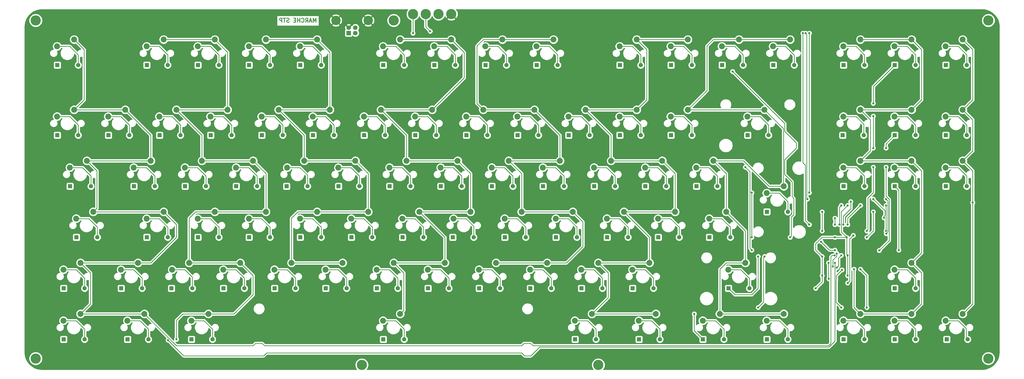
<source format=gtl>
%TF.GenerationSoftware,KiCad,Pcbnew,(5.1.6)-1*%
%TF.CreationDate,2020-08-11T21:43:51+02:00*%
%TF.ProjectId,qosmosKbBIS,716f736d-6f73-44b6-9242-49532e6b6963,rev?*%
%TF.SameCoordinates,Original*%
%TF.FileFunction,Copper,L1,Top*%
%TF.FilePolarity,Positive*%
%FSLAX46Y46*%
G04 Gerber Fmt 4.6, Leading zero omitted, Abs format (unit mm)*
G04 Created by KiCad (PCBNEW (5.1.6)-1) date 2020-08-11 21:43:52*
%MOMM*%
%LPD*%
G01*
G04 APERTURE LIST*
%TA.AperFunction,NonConductor*%
%ADD10C,0.300000*%
%TD*%
%TA.AperFunction,ComponentPad*%
%ADD11R,1.700000X1.700000*%
%TD*%
%TA.AperFunction,ComponentPad*%
%ADD12C,1.700000*%
%TD*%
%TA.AperFunction,ComponentPad*%
%ADD13C,3.500000*%
%TD*%
%TA.AperFunction,ComponentPad*%
%ADD14C,1.600000*%
%TD*%
%TA.AperFunction,ComponentPad*%
%ADD15R,1.600000X1.600000*%
%TD*%
%TA.AperFunction,ComponentPad*%
%ADD16C,2.200000*%
%TD*%
%TA.AperFunction,ComponentPad*%
%ADD17C,3.800000*%
%TD*%
%TA.AperFunction,ViaPad*%
%ADD18C,0.800000*%
%TD*%
%TA.AperFunction,Conductor*%
%ADD19C,0.250000*%
%TD*%
%TA.AperFunction,Conductor*%
%ADD20C,0.254000*%
%TD*%
G04 APERTURE END LIST*
D10*
X85295535Y-31634821D02*
X85295535Y-30134821D01*
X84795535Y-31206250D01*
X84295535Y-30134821D01*
X84295535Y-31634821D01*
X83652678Y-31206250D02*
X82938392Y-31206250D01*
X83795535Y-31634821D02*
X83295535Y-30134821D01*
X82795535Y-31634821D01*
X81438392Y-31634821D02*
X81938392Y-30920535D01*
X82295535Y-31634821D02*
X82295535Y-30134821D01*
X81724107Y-30134821D01*
X81581250Y-30206250D01*
X81509821Y-30277678D01*
X81438392Y-30420535D01*
X81438392Y-30634821D01*
X81509821Y-30777678D01*
X81581250Y-30849107D01*
X81724107Y-30920535D01*
X82295535Y-30920535D01*
X79938392Y-31491964D02*
X80009821Y-31563392D01*
X80224107Y-31634821D01*
X80366964Y-31634821D01*
X80581250Y-31563392D01*
X80724107Y-31420535D01*
X80795535Y-31277678D01*
X80866964Y-30991964D01*
X80866964Y-30777678D01*
X80795535Y-30491964D01*
X80724107Y-30349107D01*
X80581250Y-30206250D01*
X80366964Y-30134821D01*
X80224107Y-30134821D01*
X80009821Y-30206250D01*
X79938392Y-30277678D01*
X79295535Y-31634821D02*
X79295535Y-30134821D01*
X79295535Y-30849107D02*
X78438392Y-30849107D01*
X78438392Y-31634821D02*
X78438392Y-30134821D01*
X77724107Y-30849107D02*
X77224107Y-30849107D01*
X77009821Y-31634821D02*
X77724107Y-31634821D01*
X77724107Y-30134821D01*
X77009821Y-30134821D01*
X75295535Y-31563392D02*
X75081250Y-31634821D01*
X74724107Y-31634821D01*
X74581250Y-31563392D01*
X74509821Y-31491964D01*
X74438392Y-31349107D01*
X74438392Y-31206250D01*
X74509821Y-31063392D01*
X74581250Y-30991964D01*
X74724107Y-30920535D01*
X75009821Y-30849107D01*
X75152678Y-30777678D01*
X75224107Y-30706250D01*
X75295535Y-30563392D01*
X75295535Y-30420535D01*
X75224107Y-30277678D01*
X75152678Y-30206250D01*
X75009821Y-30134821D01*
X74652678Y-30134821D01*
X74438392Y-30206250D01*
X74009821Y-30134821D02*
X73152678Y-30134821D01*
X73581250Y-31634821D02*
X73581250Y-30134821D01*
X72652678Y-31634821D02*
X72652678Y-30134821D01*
X72081250Y-30134821D01*
X71938392Y-30206250D01*
X71866964Y-30277678D01*
X71795535Y-30420535D01*
X71795535Y-30634821D01*
X71866964Y-30777678D01*
X71938392Y-30849107D01*
X72081250Y-30920535D01*
X72652678Y-30920535D01*
D11*
%TO.P,J1,1*%
%TO.N,VCC*%
X97505000Y-35666250D03*
D12*
%TO.P,J1,2*%
%TO.N,Net-(H2-Pad1)*%
X100005000Y-35666250D03*
%TO.P,J1,3*%
%TO.N,Net-(H3-Pad1)*%
X100005000Y-33666250D03*
%TO.P,J1,4*%
%TO.N,GND*%
X97505000Y-33666250D03*
D13*
%TO.P,J1,5*%
X92735000Y-30956250D03*
X104775000Y-30956250D03*
%TD*%
D14*
%TO.P,D12,2*%
%TO.N,Net-(D12-Pad2)*%
X206306250Y-47625000D03*
D15*
%TO.P,D12,1*%
%TO.N,/RA1*%
X198506250Y-47625000D03*
%TD*%
%TO.P,D2,1*%
%TO.N,/RA2*%
X-11043750Y-73818750D03*
D14*
%TO.P,D2,2*%
%TO.N,Net-(D2-Pad2)*%
X-3243750Y-73818750D03*
%TD*%
%TO.P,D13,2*%
%TO.N,Net-(D13-Pad2)*%
X225356250Y-47625000D03*
D15*
%TO.P,D13,1*%
%TO.N,/RB1*%
X217556250Y-47625000D03*
%TD*%
%TO.P,D14,1*%
%TO.N,/RA1*%
X236606250Y-47625000D03*
D14*
%TO.P,D14,2*%
%TO.N,Net-(D14-Pad2)*%
X244406250Y-47625000D03*
%TD*%
D15*
%TO.P,D5,1*%
%TO.N,/RA1*%
X60393750Y-47625000D03*
D14*
%TO.P,D5,2*%
%TO.N,Net-(D5-Pad2)*%
X68193750Y-47625000D03*
%TD*%
%TO.P,D15,2*%
%TO.N,Net-(D15-Pad2)*%
X263456250Y-47625000D03*
D15*
%TO.P,D15,1*%
%TO.N,/RB1*%
X255656250Y-47625000D03*
%TD*%
D14*
%TO.P,D1,2*%
%TO.N,Net-(D1-Pad2)*%
X-3243750Y-47625000D03*
D15*
%TO.P,D1,1*%
%TO.N,/RA1*%
X-11043750Y-47625000D03*
%TD*%
%TO.P,D4,1*%
%TO.N,/RB1*%
X41343750Y-47625000D03*
D14*
%TO.P,D4,2*%
%TO.N,Net-(D4-Pad2)*%
X49143750Y-47625000D03*
%TD*%
%TO.P,D6,2*%
%TO.N,Net-(D6-Pad2)*%
X87243750Y-47625000D03*
D15*
%TO.P,D6,1*%
%TO.N,/RB1*%
X79443750Y-47625000D03*
%TD*%
%TO.P,D8,1*%
%TO.N,/RA1*%
X110400000Y-47625000D03*
D14*
%TO.P,D8,2*%
%TO.N,Net-(D8-Pad2)*%
X118200000Y-47625000D03*
%TD*%
%TO.P,D9,2*%
%TO.N,Net-(D9-Pad2)*%
X137250000Y-47625000D03*
D15*
%TO.P,D9,1*%
%TO.N,/RB1*%
X129450000Y-47625000D03*
%TD*%
%TO.P,D7,1*%
%TO.N,/RB2*%
X8006250Y-73818750D03*
D14*
%TO.P,D7,2*%
%TO.N,Net-(D7-Pad2)*%
X15806250Y-73818750D03*
%TD*%
D15*
%TO.P,D10,1*%
%TO.N,/RA1*%
X148500000Y-47625000D03*
D14*
%TO.P,D10,2*%
%TO.N,Net-(D10-Pad2)*%
X156300000Y-47625000D03*
%TD*%
D15*
%TO.P,D3,1*%
%TO.N,/RA1*%
X22293750Y-47625000D03*
D14*
%TO.P,D3,2*%
%TO.N,Net-(D3-Pad2)*%
X30093750Y-47625000D03*
%TD*%
D15*
%TO.P,D11,1*%
%TO.N,/RB1*%
X167550000Y-47625000D03*
D14*
%TO.P,D11,2*%
%TO.N,Net-(D11-Pad2)*%
X175350000Y-47625000D03*
%TD*%
D16*
%TO.P,Ke4,1*%
%TO.N,/C4*%
X119062500Y-83343750D03*
%TO.P,Ke4,2*%
%TO.N,Net-(D40-Pad2)*%
X112712500Y-85883750D03*
%TD*%
%TO.P,Kg2,2*%
%TO.N,Net-(D53-Pad2)*%
X41275000Y-104933750D03*
%TO.P,Kg2,1*%
%TO.N,/C2*%
X47625000Y-102393750D03*
%TD*%
%TO.P,Kf5,1*%
%TO.N,/C5*%
X176212500Y-83343750D03*
%TO.P,Kf5,2*%
%TO.N,Net-(D43-Pad2)*%
X169862500Y-85883750D03*
%TD*%
%TO.P,Kg1,1*%
%TO.N,/C1*%
X2381250Y-102393750D03*
%TO.P,Kg1,2*%
%TO.N,Net-(D51-Pad2)*%
X-3968750Y-104933750D03*
%TD*%
%TO.P,Kg5,2*%
%TO.N,Net-(D59-Pad2)*%
X155575000Y-104933750D03*
%TO.P,Kg5,1*%
%TO.N,/C5*%
X161925000Y-102393750D03*
%TD*%
%TO.P,Kh2,2*%
%TO.N,Net-(D54-Pad2)*%
X60325000Y-104933750D03*
%TO.P,Kh2,1*%
%TO.N,/C2*%
X66675000Y-102393750D03*
%TD*%
%TO.P,Kh4,1*%
%TO.N,/C4*%
X142875000Y-102393750D03*
%TO.P,Kh4,2*%
%TO.N,Net-(D58-Pad2)*%
X136525000Y-104933750D03*
%TD*%
%TO.P,Ki1,2*%
%TO.N,Net-(D64-Pad2)*%
X-8731250Y-123983750D03*
%TO.P,Ki1,1*%
%TO.N,/C1*%
X-2381250Y-121443750D03*
%TD*%
%TO.P,Kh3,1*%
%TO.N,/C3*%
X104775000Y-102393750D03*
%TO.P,Kh3,2*%
%TO.N,Net-(D56-Pad2)*%
X98425000Y-104933750D03*
%TD*%
%TO.P,Ki3,2*%
%TO.N,Net-(D68-Pad2)*%
X69850000Y-123983750D03*
%TO.P,Ki3,1*%
%TO.N,/C3*%
X76200000Y-121443750D03*
%TD*%
%TO.P,Kg4,1*%
%TO.N,/C4*%
X123825000Y-102393750D03*
%TO.P,Kg4,2*%
%TO.N,Net-(D57-Pad2)*%
X117475000Y-104933750D03*
%TD*%
%TO.P,Kf6,2*%
%TO.N,Net-(D45-Pad2)*%
X207962500Y-85883750D03*
%TO.P,Kf6,1*%
%TO.N,/C6*%
X214312500Y-83343750D03*
%TD*%
%TO.P,Ki4,1*%
%TO.N,/C4*%
X114300000Y-121443750D03*
%TO.P,Ki4,2*%
%TO.N,Net-(D70-Pad2)*%
X107950000Y-123983750D03*
%TD*%
%TO.P,Kf1,2*%
%TO.N,Net-(D35-Pad2)*%
X17462500Y-85883750D03*
%TO.P,Kf1,1*%
%TO.N,/C1*%
X23812500Y-83343750D03*
%TD*%
%TO.P,Kf4,1*%
%TO.N,/C4*%
X138112500Y-83343750D03*
%TO.P,Kf4,2*%
%TO.N,Net-(D41-Pad2)*%
X131762500Y-85883750D03*
%TD*%
%TO.P,Kh1,1*%
%TO.N,/C1*%
X28575000Y-102393750D03*
%TO.P,Kh1,2*%
%TO.N,Net-(D52-Pad2)*%
X22225000Y-104933750D03*
%TD*%
%TO.P,Kg3,1*%
%TO.N,/C3*%
X85725000Y-102393750D03*
%TO.P,Kg3,2*%
%TO.N,Net-(D55-Pad2)*%
X79375000Y-104933750D03*
%TD*%
%TO.P,Ki5,2*%
%TO.N,Net-(D72-Pad2)*%
X146050000Y-123983750D03*
%TO.P,Ki5,1*%
%TO.N,/C5*%
X152400000Y-121443750D03*
%TD*%
%TO.P,Ki7,1*%
%TO.N,/C7*%
X245268750Y-121443750D03*
%TO.P,Ki7,2*%
%TO.N,Net-(D76-Pad2)*%
X238918750Y-123983750D03*
%TD*%
%TO.P,Kf3,1*%
%TO.N,/C3*%
X100012500Y-83343750D03*
%TO.P,Kf3,2*%
%TO.N,Net-(D39-Pad2)*%
X93662500Y-85883750D03*
%TD*%
%TO.P,Kh5,2*%
%TO.N,Net-(D60-Pad2)*%
X174625000Y-104933750D03*
%TO.P,Kh5,1*%
%TO.N,/C5*%
X180975000Y-102393750D03*
%TD*%
%TO.P,Kf8,2*%
%TO.N,Net-(D48-Pad2)*%
X300831250Y-85883750D03*
%TO.P,Kf8,1*%
%TO.N,/C8*%
X307181250Y-83343750D03*
%TD*%
%TO.P,Ke5,2*%
%TO.N,Net-(D42-Pad2)*%
X150812500Y-85883750D03*
%TO.P,Ke5,1*%
%TO.N,/C5*%
X157162500Y-83343750D03*
%TD*%
%TO.P,Ke8,1*%
%TO.N,/C8*%
X288131250Y-83343750D03*
%TO.P,Ke8,2*%
%TO.N,Net-(D47-Pad2)*%
X281781250Y-85883750D03*
%TD*%
%TO.P,Ke9,2*%
%TO.N,Net-(D49-Pad2)*%
X319881250Y-85883750D03*
%TO.P,Ke9,1*%
%TO.N,/C9*%
X326231250Y-83343750D03*
%TD*%
%TO.P,Ke2,2*%
%TO.N,Net-(D36-Pad2)*%
X36512500Y-85883750D03*
%TO.P,Ke2,1*%
%TO.N,/C2*%
X42862500Y-83343750D03*
%TD*%
%TO.P,Kg7,1*%
%TO.N,/C7*%
X238125000Y-102393750D03*
%TO.P,Kg7,2*%
%TO.N,Net-(D63-Pad2)*%
X231775000Y-104933750D03*
%TD*%
%TO.P,Kh7,1*%
%TO.N,/C7*%
X259556250Y-92868750D03*
%TO.P,Kh7,2*%
%TO.N,Net-(D50-Pad2)*%
X253206250Y-95408750D03*
%TD*%
%TO.P,Ke7,1*%
%TO.N,/C7*%
X233362500Y-83343750D03*
%TO.P,Ke7,2*%
%TO.N,Net-(D46-Pad2)*%
X227012500Y-85883750D03*
%TD*%
%TO.P,Ki2,1*%
%TO.N,/C2*%
X38100000Y-121443750D03*
%TO.P,Ki2,2*%
%TO.N,Net-(D66-Pad2)*%
X31750000Y-123983750D03*
%TD*%
%TO.P,Kh6,2*%
%TO.N,Net-(D62-Pad2)*%
X212725000Y-104933750D03*
%TO.P,Kh6,1*%
%TO.N,/C6*%
X219075000Y-102393750D03*
%TD*%
%TO.P,Ki6,2*%
%TO.N,Net-(D74-Pad2)*%
X184150000Y-123983750D03*
%TO.P,Ki6,1*%
%TO.N,/C6*%
X190500000Y-121443750D03*
%TD*%
%TO.P,Kg6,1*%
%TO.N,/C6*%
X200025000Y-102393750D03*
%TO.P,Kg6,2*%
%TO.N,Net-(D61-Pad2)*%
X193675000Y-104933750D03*
%TD*%
%TO.P,Ke6,2*%
%TO.N,Net-(D44-Pad2)*%
X188912500Y-85883750D03*
%TO.P,Ke6,1*%
%TO.N,/C6*%
X195262500Y-83343750D03*
%TD*%
%TO.P,Kf2,1*%
%TO.N,/C2*%
X61912500Y-83343750D03*
%TO.P,Kf2,2*%
%TO.N,Net-(D37-Pad2)*%
X55562500Y-85883750D03*
%TD*%
%TO.P,Ke3,1*%
%TO.N,/C3*%
X80962500Y-83343750D03*
%TO.P,Ke3,2*%
%TO.N,Net-(D38-Pad2)*%
X74612500Y-85883750D03*
%TD*%
%TO.P,Kl6,2*%
%TO.N,Net-(D83-Pad2)*%
X205581250Y-143033750D03*
%TO.P,Kl6,1*%
%TO.N,/C6*%
X211931250Y-140493750D03*
%TD*%
%TO.P,Kk8,2*%
%TO.N,Net-(D86-Pad2)*%
X281781250Y-143033750D03*
%TO.P,Kk8,1*%
%TO.N,/C8*%
X288131250Y-140493750D03*
%TD*%
%TO.P,Kk1,2*%
%TO.N,Net-(D78-Pad2)*%
X-8731250Y-143033750D03*
%TO.P,Kk1,1*%
%TO.N,/C1*%
X-2381250Y-140493750D03*
%TD*%
%TO.P,Kj5,2*%
%TO.N,Net-(D73-Pad2)*%
X165100000Y-123983750D03*
%TO.P,Kj5,1*%
%TO.N,/C5*%
X171450000Y-121443750D03*
%TD*%
%TO.P,Kl7,1*%
%TO.N,/C7*%
X259556250Y-140493750D03*
%TO.P,Kl7,2*%
%TO.N,Net-(D85-Pad2)*%
X253206250Y-143033750D03*
%TD*%
%TO.P,Kj3,1*%
%TO.N,/C3*%
X95250000Y-121443750D03*
%TO.P,Kj3,2*%
%TO.N,Net-(D69-Pad2)*%
X88900000Y-123983750D03*
%TD*%
%TO.P,Kj2,2*%
%TO.N,Net-(D67-Pad2)*%
X50800000Y-123983750D03*
%TO.P,Kj2,1*%
%TO.N,/C2*%
X57150000Y-121443750D03*
%TD*%
%TO.P,Kj6,2*%
%TO.N,Net-(D75-Pad2)*%
X203200000Y-123983750D03*
%TO.P,Kj6,1*%
%TO.N,/C6*%
X209550000Y-121443750D03*
%TD*%
%TO.P,Kl8,1*%
%TO.N,/C8*%
X307181250Y-140493750D03*
%TO.P,Kl8,2*%
%TO.N,Net-(D87-Pad2)*%
X300831250Y-143033750D03*
%TD*%
%TO.P,Kj4,1*%
%TO.N,/C4*%
X133350000Y-121443750D03*
%TO.P,Kj4,2*%
%TO.N,Net-(D71-Pad2)*%
X127000000Y-123983750D03*
%TD*%
%TO.P,Kk7,1*%
%TO.N,/C7*%
X235743750Y-140493750D03*
%TO.P,Kk7,2*%
%TO.N,Net-(D84-Pad2)*%
X229393750Y-143033750D03*
%TD*%
%TO.P,Kk6,1*%
%TO.N,/C6*%
X188118750Y-140493750D03*
%TO.P,Kk6,2*%
%TO.N,Net-(D82-Pad2)*%
X181768750Y-143033750D03*
%TD*%
%TO.P,Kj8,2*%
%TO.N,Net-(D77-Pad2)*%
X300831250Y-123983750D03*
%TO.P,Kj8,1*%
%TO.N,/C8*%
X307181250Y-121443750D03*
%TD*%
%TO.P,Kk2,2*%
%TO.N,Net-(D80-Pad2)*%
X38893750Y-143033750D03*
%TO.P,Kk2,1*%
%TO.N,/C2*%
X45243750Y-140493750D03*
%TD*%
%TO.P,Kk9,1*%
%TO.N,/C9*%
X326231250Y-140493750D03*
%TO.P,Kk9,2*%
%TO.N,Net-(D88-Pad2)*%
X319881250Y-143033750D03*
%TD*%
%TO.P,Kl1,1*%
%TO.N,/C1*%
X21431250Y-140493750D03*
%TO.P,Kl1,2*%
%TO.N,Net-(D79-Pad2)*%
X15081250Y-143033750D03*
%TD*%
%TO.P,Kj1,1*%
%TO.N,/C1*%
X19050000Y-121443750D03*
%TO.P,Kj1,2*%
%TO.N,Net-(D65-Pad2)*%
X12700000Y-123983750D03*
%TD*%
%TO.P,Kk4,1*%
%TO.N,/C4*%
X116681250Y-140493750D03*
%TO.P,Kk4,2*%
%TO.N,Net-(D81-Pad2)*%
X110331250Y-143033750D03*
%TD*%
D14*
%TO.P,D30,2*%
%TO.N,Net-(D30-Pad2)*%
X253931250Y-73818750D03*
D15*
%TO.P,D30,1*%
%TO.N,/RB2*%
X246131250Y-73818750D03*
%TD*%
D14*
%TO.P,D31,2*%
%TO.N,Net-(D31-Pad2)*%
X289331250Y-73818750D03*
D15*
%TO.P,D31,1*%
%TO.N,/RA2*%
X281531250Y-73818750D03*
%TD*%
%TO.P,D32,1*%
%TO.N,/RB2*%
X300900000Y-73818750D03*
D14*
%TO.P,D32,2*%
%TO.N,Net-(D32-Pad2)*%
X308700000Y-73818750D03*
%TD*%
%TO.P,D33,2*%
%TO.N,Net-(D33-Pad2)*%
X327750000Y-73818750D03*
D15*
%TO.P,D33,1*%
%TO.N,/RA2*%
X319950000Y-73818750D03*
%TD*%
%TO.P,D18,1*%
%TO.N,/RA1*%
X319950000Y-47625000D03*
D14*
%TO.P,D18,2*%
%TO.N,Net-(D18-Pad2)*%
X327750000Y-47625000D03*
%TD*%
D15*
%TO.P,D20,1*%
%TO.N,/RB2*%
X46106250Y-73818750D03*
D14*
%TO.P,D20,2*%
%TO.N,Net-(D20-Pad2)*%
X53906250Y-73818750D03*
%TD*%
D15*
%TO.P,D16,1*%
%TO.N,/RA1*%
X281850000Y-47625000D03*
D14*
%TO.P,D16,2*%
%TO.N,Net-(D16-Pad2)*%
X289650000Y-47625000D03*
%TD*%
D15*
%TO.P,D22,1*%
%TO.N,/RB2*%
X84206250Y-73818750D03*
D14*
%TO.P,D22,2*%
%TO.N,Net-(D22-Pad2)*%
X92006250Y-73818750D03*
%TD*%
D15*
%TO.P,D25,1*%
%TO.N,/RA2*%
X141356250Y-73818750D03*
D14*
%TO.P,D25,2*%
%TO.N,Net-(D25-Pad2)*%
X149156250Y-73818750D03*
%TD*%
%TO.P,D26,2*%
%TO.N,Net-(D26-Pad2)*%
X168206250Y-73818750D03*
D15*
%TO.P,D26,1*%
%TO.N,/RB2*%
X160406250Y-73818750D03*
%TD*%
D14*
%TO.P,D23,2*%
%TO.N,Net-(D23-Pad2)*%
X111056250Y-73818750D03*
D15*
%TO.P,D23,1*%
%TO.N,/RA2*%
X103256250Y-73818750D03*
%TD*%
D14*
%TO.P,D27,2*%
%TO.N,Net-(D27-Pad2)*%
X187256250Y-73818750D03*
D15*
%TO.P,D27,1*%
%TO.N,/RA2*%
X179456250Y-73818750D03*
%TD*%
%TO.P,D19,1*%
%TO.N,/RA2*%
X27056250Y-73818750D03*
D14*
%TO.P,D19,2*%
%TO.N,Net-(D19-Pad2)*%
X34856250Y-73818750D03*
%TD*%
D15*
%TO.P,D21,1*%
%TO.N,/RA2*%
X65156250Y-73818750D03*
D14*
%TO.P,D21,2*%
%TO.N,Net-(D21-Pad2)*%
X72956250Y-73818750D03*
%TD*%
D15*
%TO.P,D29,1*%
%TO.N,/RA2*%
X217556250Y-73818750D03*
D14*
%TO.P,D29,2*%
%TO.N,Net-(D29-Pad2)*%
X225356250Y-73818750D03*
%TD*%
%TO.P,D24,2*%
%TO.N,Net-(D24-Pad2)*%
X130106250Y-73818750D03*
D15*
%TO.P,D24,1*%
%TO.N,/RB2*%
X122306250Y-73818750D03*
%TD*%
%TO.P,D28,1*%
%TO.N,/RB2*%
X198506250Y-73818750D03*
D14*
%TO.P,D28,2*%
%TO.N,Net-(D28-Pad2)*%
X206306250Y-73818750D03*
%TD*%
D15*
%TO.P,D17,1*%
%TO.N,/RB1*%
X300900000Y-47625000D03*
D14*
%TO.P,D17,2*%
%TO.N,Net-(D17-Pad2)*%
X308700000Y-47625000D03*
%TD*%
%TO.P,D48,2*%
%TO.N,Net-(D48-Pad2)*%
X308700000Y-92868750D03*
D15*
%TO.P,D48,1*%
%TO.N,/RB3*%
X300900000Y-92868750D03*
%TD*%
%TO.P,D42,1*%
%TO.N,/RA3*%
X150881250Y-92868750D03*
D14*
%TO.P,D42,2*%
%TO.N,Net-(D42-Pad2)*%
X158681250Y-92868750D03*
%TD*%
D15*
%TO.P,D43,1*%
%TO.N,/RB3*%
X169931250Y-92868750D03*
D14*
%TO.P,D43,2*%
%TO.N,Net-(D43-Pad2)*%
X177731250Y-92868750D03*
%TD*%
%TO.P,D45,2*%
%TO.N,Net-(D45-Pad2)*%
X215831250Y-92868750D03*
D15*
%TO.P,D45,1*%
%TO.N,/RB3*%
X208031250Y-92868750D03*
%TD*%
D14*
%TO.P,D49,2*%
%TO.N,Net-(D49-Pad2)*%
X327750000Y-92868750D03*
D15*
%TO.P,D49,1*%
%TO.N,/RA3*%
X319950000Y-92868750D03*
%TD*%
D14*
%TO.P,D41,2*%
%TO.N,Net-(D41-Pad2)*%
X139631250Y-92868750D03*
D15*
%TO.P,D41,1*%
%TO.N,/RB3*%
X131831250Y-92868750D03*
%TD*%
D14*
%TO.P,D50,2*%
%TO.N,Net-(D50-Pad2)*%
X261075000Y-102393750D03*
D15*
%TO.P,D50,1*%
%TO.N,/RB4*%
X253275000Y-102393750D03*
%TD*%
%TO.P,D51,1*%
%TO.N,/RA4*%
X-3900000Y-111918750D03*
D14*
%TO.P,D51,2*%
%TO.N,Net-(D51-Pad2)*%
X3900000Y-111918750D03*
%TD*%
%TO.P,D40,2*%
%TO.N,Net-(D40-Pad2)*%
X120581250Y-92868750D03*
D15*
%TO.P,D40,1*%
%TO.N,/RA3*%
X112781250Y-92868750D03*
%TD*%
D14*
%TO.P,D44,2*%
%TO.N,Net-(D44-Pad2)*%
X196781250Y-92868750D03*
D15*
%TO.P,D44,1*%
%TO.N,/RA3*%
X188981250Y-92868750D03*
%TD*%
%TO.P,D37,1*%
%TO.N,/RB3*%
X55631250Y-92868750D03*
D14*
%TO.P,D37,2*%
%TO.N,Net-(D37-Pad2)*%
X63431250Y-92868750D03*
%TD*%
D15*
%TO.P,D39,1*%
%TO.N,/RB3*%
X93731250Y-92868750D03*
D14*
%TO.P,D39,2*%
%TO.N,Net-(D39-Pad2)*%
X101531250Y-92868750D03*
%TD*%
%TO.P,D46,2*%
%TO.N,Net-(D46-Pad2)*%
X234881250Y-92868750D03*
D15*
%TO.P,D46,1*%
%TO.N,/RA3*%
X227081250Y-92868750D03*
%TD*%
%TO.P,D34,1*%
%TO.N,/RA3*%
X-6281250Y-92868750D03*
D14*
%TO.P,D34,2*%
%TO.N,Net-(D34-Pad2)*%
X1518750Y-92868750D03*
%TD*%
D15*
%TO.P,D35,1*%
%TO.N,/RB3*%
X17531250Y-92868750D03*
D14*
%TO.P,D35,2*%
%TO.N,Net-(D35-Pad2)*%
X25331250Y-92868750D03*
%TD*%
D15*
%TO.P,D36,1*%
%TO.N,/RA3*%
X36581250Y-92868750D03*
D14*
%TO.P,D36,2*%
%TO.N,Net-(D36-Pad2)*%
X44381250Y-92868750D03*
%TD*%
D15*
%TO.P,D38,1*%
%TO.N,/RA3*%
X74362500Y-92868750D03*
D14*
%TO.P,D38,2*%
%TO.N,Net-(D38-Pad2)*%
X82162500Y-92868750D03*
%TD*%
%TO.P,D47,2*%
%TO.N,Net-(D47-Pad2)*%
X289650000Y-92868750D03*
D15*
%TO.P,D47,1*%
%TO.N,/RA3*%
X281850000Y-92868750D03*
%TD*%
D14*
%TO.P,D58,2*%
%TO.N,Net-(D58-Pad2)*%
X144075000Y-111918750D03*
D15*
%TO.P,D58,1*%
%TO.N,/RB4*%
X136275000Y-111918750D03*
%TD*%
D14*
%TO.P,D57,2*%
%TO.N,Net-(D57-Pad2)*%
X125343750Y-111918750D03*
D15*
%TO.P,D57,1*%
%TO.N,/RA4*%
X117543750Y-111918750D03*
%TD*%
%TO.P,D59,1*%
%TO.N,/RA4*%
X155643750Y-111918750D03*
D14*
%TO.P,D59,2*%
%TO.N,Net-(D59-Pad2)*%
X163443750Y-111918750D03*
%TD*%
%TO.P,D62,2*%
%TO.N,Net-(D62-Pad2)*%
X220593750Y-111918750D03*
D15*
%TO.P,D62,1*%
%TO.N,/RB4*%
X212793750Y-111918750D03*
%TD*%
%TO.P,D65,1*%
%TO.N,/RB5*%
X12768750Y-130968750D03*
D14*
%TO.P,D65,2*%
%TO.N,Net-(D65-Pad2)*%
X20568750Y-130968750D03*
%TD*%
%TO.P,D63,2*%
%TO.N,Net-(D63-Pad2)*%
X239643750Y-111918750D03*
D15*
%TO.P,D63,1*%
%TO.N,/RA4*%
X231843750Y-111918750D03*
%TD*%
%TO.P,D53,1*%
%TO.N,/RA4*%
X41343750Y-111918750D03*
D14*
%TO.P,D53,2*%
%TO.N,Net-(D53-Pad2)*%
X49143750Y-111918750D03*
%TD*%
D15*
%TO.P,D60,1*%
%TO.N,/RB4*%
X174693750Y-111918750D03*
D14*
%TO.P,D60,2*%
%TO.N,Net-(D60-Pad2)*%
X182493750Y-111918750D03*
%TD*%
%TO.P,D66,2*%
%TO.N,Net-(D66-Pad2)*%
X39300000Y-130968750D03*
D15*
%TO.P,D66,1*%
%TO.N,/RA5*%
X31500000Y-130968750D03*
%TD*%
D14*
%TO.P,D52,2*%
%TO.N,Net-(D52-Pad2)*%
X30093750Y-111918750D03*
D15*
%TO.P,D52,1*%
%TO.N,/RB4*%
X22293750Y-111918750D03*
%TD*%
D14*
%TO.P,D67,2*%
%TO.N,Net-(D67-Pad2)*%
X58668750Y-130968750D03*
D15*
%TO.P,D67,1*%
%TO.N,/RB5*%
X50868750Y-130968750D03*
%TD*%
D14*
%TO.P,D68,2*%
%TO.N,Net-(D68-Pad2)*%
X77718750Y-130968750D03*
D15*
%TO.P,D68,1*%
%TO.N,/RA5*%
X69918750Y-130968750D03*
%TD*%
D14*
%TO.P,D56,2*%
%TO.N,Net-(D56-Pad2)*%
X106293750Y-111918750D03*
D15*
%TO.P,D56,1*%
%TO.N,/RB4*%
X98493750Y-111918750D03*
%TD*%
D14*
%TO.P,D61,2*%
%TO.N,Net-(D61-Pad2)*%
X201543750Y-111918750D03*
D15*
%TO.P,D61,1*%
%TO.N,/RA4*%
X193743750Y-111918750D03*
%TD*%
D14*
%TO.P,D64,2*%
%TO.N,Net-(D64-Pad2)*%
X-862500Y-130968750D03*
D15*
%TO.P,D64,1*%
%TO.N,/RA5*%
X-8662500Y-130968750D03*
%TD*%
D14*
%TO.P,D54,2*%
%TO.N,Net-(D54-Pad2)*%
X68193750Y-111918750D03*
D15*
%TO.P,D54,1*%
%TO.N,/RB4*%
X60393750Y-111918750D03*
%TD*%
%TO.P,D55,1*%
%TO.N,/RA4*%
X79443750Y-111918750D03*
D14*
%TO.P,D55,2*%
%TO.N,Net-(D55-Pad2)*%
X87243750Y-111918750D03*
%TD*%
%TO.P,D69,2*%
%TO.N,Net-(D69-Pad2)*%
X96768750Y-130968750D03*
D15*
%TO.P,D69,1*%
%TO.N,/RB5*%
X88968750Y-130968750D03*
%TD*%
D14*
%TO.P,D82,2*%
%TO.N,Net-(D82-Pad2)*%
X189637500Y-150018750D03*
D15*
%TO.P,D82,1*%
%TO.N,/RA6*%
X181837500Y-150018750D03*
%TD*%
D14*
%TO.P,D77,2*%
%TO.N,Net-(D77-Pad2)*%
X308700000Y-130968750D03*
D15*
%TO.P,D77,1*%
%TO.N,/RB5*%
X300900000Y-130968750D03*
%TD*%
%TO.P,D70,1*%
%TO.N,/RA5*%
X108018750Y-130968750D03*
D14*
%TO.P,D70,2*%
%TO.N,Net-(D70-Pad2)*%
X115818750Y-130968750D03*
%TD*%
D15*
%TO.P,D83,1*%
%TO.N,/RB6*%
X205650000Y-150018750D03*
D14*
%TO.P,D83,2*%
%TO.N,Net-(D83-Pad2)*%
X213450000Y-150018750D03*
%TD*%
%TO.P,D84,2*%
%TO.N,Net-(D84-Pad2)*%
X237262500Y-150018750D03*
D15*
%TO.P,D84,1*%
%TO.N,/RA6*%
X229462500Y-150018750D03*
%TD*%
D14*
%TO.P,D76,2*%
%TO.N,Net-(D76-Pad2)*%
X246787500Y-130968750D03*
D15*
%TO.P,D76,1*%
%TO.N,/RA5*%
X238987500Y-130968750D03*
%TD*%
%TO.P,D79,1*%
%TO.N,/RB6*%
X15150000Y-150018750D03*
D14*
%TO.P,D79,2*%
%TO.N,Net-(D79-Pad2)*%
X22950000Y-150018750D03*
%TD*%
D15*
%TO.P,D81,1*%
%TO.N,/RA6*%
X110400000Y-150018750D03*
D14*
%TO.P,D81,2*%
%TO.N,Net-(D81-Pad2)*%
X118200000Y-150018750D03*
%TD*%
D15*
%TO.P,D72,1*%
%TO.N,/RA5*%
X146118750Y-130968750D03*
D14*
%TO.P,D72,2*%
%TO.N,Net-(D72-Pad2)*%
X153918750Y-130968750D03*
%TD*%
D15*
%TO.P,D80,1*%
%TO.N,/RA6*%
X38962500Y-150018750D03*
D14*
%TO.P,D80,2*%
%TO.N,Net-(D80-Pad2)*%
X46762500Y-150018750D03*
%TD*%
%TO.P,D85,2*%
%TO.N,Net-(D85-Pad2)*%
X261075000Y-150018750D03*
D15*
%TO.P,D85,1*%
%TO.N,/RB6*%
X253275000Y-150018750D03*
%TD*%
D14*
%TO.P,D86,2*%
%TO.N,Net-(D86-Pad2)*%
X289650000Y-150018750D03*
D15*
%TO.P,D86,1*%
%TO.N,/RA6*%
X281850000Y-150018750D03*
%TD*%
%TO.P,D87,1*%
%TO.N,/RB6*%
X300900000Y-150018750D03*
D14*
%TO.P,D87,2*%
%TO.N,Net-(D87-Pad2)*%
X308700000Y-150018750D03*
%TD*%
%TO.P,D71,2*%
%TO.N,Net-(D71-Pad2)*%
X134868750Y-130968750D03*
D15*
%TO.P,D71,1*%
%TO.N,/RB5*%
X127068750Y-130968750D03*
%TD*%
%TO.P,D73,1*%
%TO.N,/RB5*%
X165168750Y-130968750D03*
D14*
%TO.P,D73,2*%
%TO.N,Net-(D73-Pad2)*%
X172968750Y-130968750D03*
%TD*%
%TO.P,D75,2*%
%TO.N,Net-(D75-Pad2)*%
X211068750Y-130968750D03*
D15*
%TO.P,D75,1*%
%TO.N,/RB5*%
X203268750Y-130968750D03*
%TD*%
D14*
%TO.P,D78,2*%
%TO.N,Net-(D78-Pad2)*%
X-862500Y-150018750D03*
D15*
%TO.P,D78,1*%
%TO.N,/RA6*%
X-8662500Y-150018750D03*
%TD*%
%TO.P,D74,1*%
%TO.N,/RA5*%
X184218750Y-130968750D03*
D14*
%TO.P,D74,2*%
%TO.N,Net-(D74-Pad2)*%
X192018750Y-130968750D03*
%TD*%
D16*
%TO.P,Ka4,2*%
%TO.N,Net-(D8-Pad2)*%
X110331250Y-40640000D03*
%TO.P,Ka4,1*%
%TO.N,/C4*%
X116681250Y-38100000D03*
%TD*%
%TO.P,Ka5,2*%
%TO.N,Net-(D10-Pad2)*%
X148431250Y-40640000D03*
%TO.P,Ka5,1*%
%TO.N,/C5*%
X154781250Y-38100000D03*
%TD*%
%TO.P,Ka7,2*%
%TO.N,Net-(D14-Pad2)*%
X236537500Y-40640000D03*
%TO.P,Ka7,1*%
%TO.N,/C7*%
X242887500Y-38100000D03*
%TD*%
%TO.P,Ka8,1*%
%TO.N,/C8*%
X288131250Y-38100000D03*
%TO.P,Ka8,2*%
%TO.N,Net-(D16-Pad2)*%
X281781250Y-40640000D03*
%TD*%
%TO.P,Ka9,1*%
%TO.N,/C9*%
X326231250Y-38100000D03*
%TO.P,Ka9,2*%
%TO.N,Net-(D18-Pad2)*%
X319881250Y-40640000D03*
%TD*%
%TO.P,Kb2,1*%
%TO.N,/C2*%
X47625000Y-38100000D03*
%TO.P,Kb2,2*%
%TO.N,Net-(D4-Pad2)*%
X41275000Y-40640000D03*
%TD*%
%TO.P,Kb3,1*%
%TO.N,/C3*%
X85725000Y-38100000D03*
%TO.P,Kb3,2*%
%TO.N,Net-(D6-Pad2)*%
X79375000Y-40640000D03*
%TD*%
%TO.P,Ka6,2*%
%TO.N,Net-(D12-Pad2)*%
X198437500Y-40640000D03*
%TO.P,Ka6,1*%
%TO.N,/C6*%
X204787500Y-38100000D03*
%TD*%
%TO.P,Kb4,2*%
%TO.N,Net-(D9-Pad2)*%
X129381250Y-40640000D03*
%TO.P,Kb4,1*%
%TO.N,/C4*%
X135731250Y-38100000D03*
%TD*%
%TO.P,Kb5,2*%
%TO.N,Net-(D11-Pad2)*%
X167481250Y-40640000D03*
%TO.P,Kb5,1*%
%TO.N,/C5*%
X173831250Y-38100000D03*
%TD*%
%TO.P,Ka1,1*%
%TO.N,/C1*%
X-4762500Y-38100000D03*
%TO.P,Ka1,2*%
%TO.N,Net-(D1-Pad2)*%
X-11112500Y-40640000D03*
%TD*%
%TO.P,Kb6,1*%
%TO.N,/C6*%
X223837500Y-38100000D03*
%TO.P,Kb6,2*%
%TO.N,Net-(D13-Pad2)*%
X217487500Y-40640000D03*
%TD*%
%TO.P,Ka2,2*%
%TO.N,Net-(D3-Pad2)*%
X22225000Y-40640000D03*
%TO.P,Ka2,1*%
%TO.N,/C2*%
X28575000Y-38100000D03*
%TD*%
%TO.P,Kb8,1*%
%TO.N,/C8*%
X307181250Y-38100000D03*
%TO.P,Kb8,2*%
%TO.N,Net-(D17-Pad2)*%
X300831250Y-40640000D03*
%TD*%
%TO.P,Kb7,1*%
%TO.N,/C7*%
X261937500Y-38100000D03*
%TO.P,Kb7,2*%
%TO.N,Net-(D15-Pad2)*%
X255587500Y-40640000D03*
%TD*%
%TO.P,Ka3,1*%
%TO.N,/C3*%
X66675000Y-38100000D03*
%TO.P,Ka3,2*%
%TO.N,Net-(D5-Pad2)*%
X60325000Y-40640000D03*
%TD*%
D15*
%TO.P,D88,1*%
%TO.N,/RA6*%
X320268750Y-150018750D03*
D14*
%TO.P,D88,2*%
%TO.N,Net-(D88-Pad2)*%
X328068750Y-150018750D03*
%TD*%
D16*
%TO.P,Kc1,1*%
%TO.N,/C1*%
X-4762500Y-64293750D03*
%TO.P,Kc1,2*%
%TO.N,Net-(D2-Pad2)*%
X-11112500Y-66833750D03*
%TD*%
%TO.P,Kd7,1*%
%TO.N,/C7*%
X252412500Y-64293750D03*
%TO.P,Kd7,2*%
%TO.N,Net-(D30-Pad2)*%
X246062500Y-66833750D03*
%TD*%
%TO.P,Kc2,2*%
%TO.N,Net-(D19-Pad2)*%
X26987500Y-66833750D03*
%TO.P,Kc2,1*%
%TO.N,/C2*%
X33337500Y-64293750D03*
%TD*%
%TO.P,Kd4,1*%
%TO.N,/C4*%
X128587500Y-64293750D03*
%TO.P,Kd4,2*%
%TO.N,Net-(D24-Pad2)*%
X122237500Y-66833750D03*
%TD*%
%TO.P,Kd6,2*%
%TO.N,Net-(D28-Pad2)*%
X198437500Y-66833750D03*
%TO.P,Kd6,1*%
%TO.N,/C6*%
X204787500Y-64293750D03*
%TD*%
%TO.P,Kc6,2*%
%TO.N,Net-(D27-Pad2)*%
X179387500Y-66833750D03*
%TO.P,Kc6,1*%
%TO.N,/C6*%
X185737500Y-64293750D03*
%TD*%
%TO.P,Kc9,2*%
%TO.N,Net-(D33-Pad2)*%
X319881250Y-66833750D03*
%TO.P,Kc9,1*%
%TO.N,/C9*%
X326231250Y-64293750D03*
%TD*%
%TO.P,Kd3,1*%
%TO.N,/C3*%
X90487500Y-64293750D03*
%TO.P,Kd3,2*%
%TO.N,Net-(D22-Pad2)*%
X84137500Y-66833750D03*
%TD*%
%TO.P,Kd5,2*%
%TO.N,Net-(D26-Pad2)*%
X160337500Y-66833750D03*
%TO.P,Kd5,1*%
%TO.N,/C5*%
X166687500Y-64293750D03*
%TD*%
%TO.P,Kd2,1*%
%TO.N,/C2*%
X52387500Y-64293750D03*
%TO.P,Kd2,2*%
%TO.N,Net-(D20-Pad2)*%
X46037500Y-66833750D03*
%TD*%
%TO.P,Kd8,2*%
%TO.N,Net-(D32-Pad2)*%
X300831250Y-66833750D03*
%TO.P,Kd8,1*%
%TO.N,/C8*%
X307181250Y-64293750D03*
%TD*%
%TO.P,Ke1,1*%
%TO.N,/C1*%
X0Y-83343750D03*
%TO.P,Ke1,2*%
%TO.N,Net-(D34-Pad2)*%
X-6350000Y-85883750D03*
%TD*%
%TO.P,Kc3,1*%
%TO.N,/C3*%
X71437500Y-64293750D03*
%TO.P,Kc3,2*%
%TO.N,Net-(D21-Pad2)*%
X65087500Y-66833750D03*
%TD*%
%TO.P,Kc7,2*%
%TO.N,Net-(D29-Pad2)*%
X217487500Y-66833750D03*
%TO.P,Kc7,1*%
%TO.N,/C7*%
X223837500Y-64293750D03*
%TD*%
%TO.P,Kc4,1*%
%TO.N,/C4*%
X109537500Y-64293750D03*
%TO.P,Kc4,2*%
%TO.N,Net-(D23-Pad2)*%
X103187500Y-66833750D03*
%TD*%
%TO.P,Kc5,2*%
%TO.N,Net-(D25-Pad2)*%
X141287500Y-66833750D03*
%TO.P,Kc5,1*%
%TO.N,/C5*%
X147637500Y-64293750D03*
%TD*%
%TO.P,Kc8,2*%
%TO.N,Net-(D31-Pad2)*%
X281781250Y-66833750D03*
%TO.P,Kc8,1*%
%TO.N,/C8*%
X288131250Y-64293750D03*
%TD*%
%TO.P,Kd1,2*%
%TO.N,Net-(D7-Pad2)*%
X7937500Y-66833750D03*
%TO.P,Kd1,1*%
%TO.N,/C1*%
X14287500Y-64293750D03*
%TD*%
D17*
%TO.P,REF\u002A\u002A,1*%
%TO.N,N/C*%
X102393750Y-159543750D03*
%TD*%
%TO.P,REF\u002A\u002A,1*%
%TO.N,N/C*%
X114300000Y-30956250D03*
%TD*%
%TO.P,REF\u002A\u002A,1*%
%TO.N,N/C*%
X-19050000Y-30956250D03*
%TD*%
%TO.P,REF\u002A\u002A,1*%
%TO.N,N/C*%
X-19050000Y-157162500D03*
%TD*%
%TO.P,REF\u002A\u002A,1*%
%TO.N,N/C*%
X335756250Y-157162500D03*
%TD*%
%TO.P,REF\u002A\u002A,1*%
%TO.N,N/C*%
X335756250Y-30956250D03*
%TD*%
%TO.P,REF\u002A\u002A,1*%
%TO.N,N/C*%
X190500000Y-159543750D03*
%TD*%
%TO.P,H1,1*%
%TO.N,VCC*%
X121443750Y-28575000D03*
%TD*%
%TO.P,H2,1*%
%TO.N,Net-(H2-Pad1)*%
X126206250Y-28575000D03*
%TD*%
%TO.P,H3,1*%
%TO.N,Net-(H3-Pad1)*%
X130968750Y-28575000D03*
%TD*%
%TO.P,H4,1*%
%TO.N,GND*%
X135731250Y-28575000D03*
%TD*%
D18*
%TO.N,VCC*%
X292893750Y-102393750D03*
X290512500Y-111918750D03*
X273843750Y-126206250D03*
X273843750Y-119062500D03*
X283368750Y-126206250D03*
X283368750Y-118649998D03*
X273843750Y-102393750D03*
X273843750Y-109537500D03*
X283368750Y-100012500D03*
X266700000Y-35718750D03*
X269081250Y-107156250D03*
X271462500Y-130968750D03*
X282996295Y-111918750D03*
X278606250Y-111918750D03*
X121443750Y-35718750D03*
%TO.N,Net-(C8-Pad1)*%
X284516171Y-98562499D03*
X281752547Y-107156250D03*
%TO.N,Net-(H2-Pad1)*%
X267699991Y-35723365D03*
X296931250Y-104616851D03*
X268356250Y-97631250D03*
X292893750Y-97631250D03*
%TO.N,Net-(H3-Pad1)*%
X269081250Y-35718750D03*
X297656250Y-97631250D03*
X269081250Y-95250000D03*
X297730181Y-110546550D03*
%TO.N,Net-(R2-Pad2)*%
X276225000Y-121443750D03*
X276375000Y-127406250D03*
%TO.N,Net-(R3-Pad1)*%
X278606250Y-107156250D03*
X278606250Y-104775000D03*
%TO.N,Net-(R4-Pad1)*%
X297656250Y-109537500D03*
X297656250Y-100012500D03*
X280302547Y-107156250D03*
X280987500Y-100012500D03*
%TO.N,/RA1*%
X261937500Y-111918750D03*
X240506250Y-50006250D03*
%TO.N,/RA2*%
X247650000Y-116681250D03*
X245268750Y-85725000D03*
%TO.N,/RB1*%
X290512500Y-109537500D03*
X292893750Y-85725000D03*
X292893750Y-78581250D03*
X292893750Y-66675000D03*
X292893750Y-61912500D03*
%TO.N,/RB2*%
X295134478Y-116821772D03*
X297656250Y-85725000D03*
X297656250Y-78581250D03*
%TO.N,/RA3*%
X247650000Y-111918750D03*
X247650000Y-95250000D03*
%TO.N,/RB3*%
X302418750Y-116681250D03*
%TO.N,/RB4*%
X278606250Y-116681250D03*
X273485980Y-113575000D03*
%TO.N,/RA5*%
X250031250Y-119062500D03*
%TO.N,/RA6*%
X252412500Y-119062500D03*
X250031250Y-138112500D03*
X226218750Y-140493750D03*
%TO.N,/RB6*%
X288131250Y-123825000D03*
X290512500Y-138112500D03*
%TO.N,/C1*%
X278549849Y-118649998D03*
%TO.N,/C2*%
X278606250Y-121443750D03*
X30212039Y-150299844D03*
X33337500Y-150018750D03*
%TO.N,/C3*%
X279278464Y-117965072D03*
X277881250Y-122793830D03*
%TO.N,/C4*%
X280947453Y-118649998D03*
X279331250Y-123250640D03*
%TO.N,/C7*%
X281239554Y-124077054D03*
X280987500Y-138112500D03*
%TO.N,/C8*%
X285750000Y-123825000D03*
%TO.N,/C9*%
X283368750Y-107156250D03*
X288131250Y-100012500D03*
X329946251Y-98965001D03*
%TO.N,GND*%
X285337498Y-114340047D03*
X285722112Y-119135009D03*
X271462500Y-119062500D03*
%TO.N,/RST*%
X283368750Y-128968749D03*
X285453077Y-111193750D03*
%TO.N,Net-(H2-Pad1)*%
X127862499Y-34993749D03*
%TD*%
D19*
%TO.N,VCC*%
X292893750Y-102393750D02*
X292893750Y-109537500D01*
X292893750Y-109537500D02*
X290512500Y-111918750D01*
X273843750Y-126206250D02*
X273843750Y-119062500D01*
X283368750Y-126206250D02*
X283368750Y-118649998D01*
X273843750Y-102393750D02*
X273843750Y-109537500D01*
X283368750Y-100012500D02*
X281027547Y-102353703D01*
X267581251Y-84932749D02*
X267581251Y-99131249D01*
X266700000Y-35718750D02*
X266700000Y-84051498D01*
X266700000Y-84051498D02*
X267581251Y-84932749D01*
X267581251Y-99131249D02*
X267581251Y-105656251D01*
X267581251Y-105656251D02*
X269081250Y-107156250D01*
X273843750Y-128587500D02*
X273843750Y-126206250D01*
X271462500Y-130968750D02*
X273843750Y-128587500D01*
X281027547Y-109950002D02*
X281027547Y-109577547D01*
X282996295Y-111918750D02*
X281027547Y-109950002D01*
X281027547Y-102353703D02*
X281027547Y-109577547D01*
X282996295Y-118277543D02*
X283368750Y-118649998D01*
X282996295Y-111918750D02*
X282996295Y-118277543D01*
X271462500Y-116681250D02*
X273843750Y-119062500D01*
X282996295Y-111918750D02*
X273843750Y-111918750D01*
X271462500Y-114300000D02*
X271462500Y-116681250D01*
X273843750Y-111918750D02*
X271462500Y-114300000D01*
X121443750Y-35718750D02*
X121443750Y-30956250D01*
X121443750Y-30956250D02*
X121443750Y-28575000D01*
%TO.N,Net-(C8-Pad1)*%
X284516171Y-98562499D02*
X284516171Y-101246329D01*
X284516171Y-101246329D02*
X281752547Y-104009953D01*
X281752547Y-104009953D02*
X281752547Y-107156250D01*
%TO.N,Net-(D1-Pad2)*%
X-3243750Y-43797748D02*
X-3243750Y-47625000D01*
X-6401498Y-40640000D02*
X-3243750Y-43797748D01*
X-11112500Y-40640000D02*
X-6401498Y-40640000D01*
%TO.N,Net-(D2-Pad2)*%
X-3243750Y-69991498D02*
X-3243750Y-73818750D01*
X-6401498Y-66833750D02*
X-3243750Y-69991498D01*
X-11112500Y-66833750D02*
X-6401498Y-66833750D01*
%TO.N,Net-(D3-Pad2)*%
X30093750Y-43797748D02*
X30093750Y-47625000D01*
X26936002Y-40640000D02*
X30093750Y-43797748D01*
X22225000Y-40640000D02*
X26936002Y-40640000D01*
%TO.N,Net-(D4-Pad2)*%
X49143750Y-43797748D02*
X49143750Y-47625000D01*
X45986002Y-40640000D02*
X49143750Y-43797748D01*
X41275000Y-40640000D02*
X45986002Y-40640000D01*
%TO.N,Net-(D5-Pad2)*%
X68193750Y-43797748D02*
X68193750Y-47625000D01*
X65036002Y-40640000D02*
X68193750Y-43797748D01*
X60325000Y-40640000D02*
X65036002Y-40640000D01*
%TO.N,Net-(D6-Pad2)*%
X87243750Y-43797748D02*
X87243750Y-47625000D01*
X84086002Y-40640000D02*
X87243750Y-43797748D01*
X79375000Y-40640000D02*
X84086002Y-40640000D01*
%TO.N,Net-(D7-Pad2)*%
X15806250Y-69991498D02*
X15806250Y-73818750D01*
X12648502Y-66833750D02*
X15806250Y-69991498D01*
X7937500Y-66833750D02*
X12648502Y-66833750D01*
%TO.N,Net-(D8-Pad2)*%
X118200000Y-43797748D02*
X118200000Y-47625000D01*
X115042252Y-40640000D02*
X118200000Y-43797748D01*
X110331250Y-40640000D02*
X115042252Y-40640000D01*
%TO.N,Net-(D9-Pad2)*%
X137250000Y-43797748D02*
X137250000Y-47625000D01*
X134092252Y-40640000D02*
X137250000Y-43797748D01*
X129381250Y-40640000D02*
X134092252Y-40640000D01*
%TO.N,Net-(D10-Pad2)*%
X153142252Y-40640000D02*
X156300000Y-43797748D01*
X156300000Y-43797748D02*
X156300000Y-47625000D01*
X148431250Y-40640000D02*
X153142252Y-40640000D01*
%TO.N,Net-(D11-Pad2)*%
X172192252Y-40640000D02*
X175350000Y-43797748D01*
X175350000Y-43797748D02*
X175350000Y-47625000D01*
X167481250Y-40640000D02*
X172192252Y-40640000D01*
%TO.N,Net-(D12-Pad2)*%
X206306250Y-43797748D02*
X206306250Y-47625000D01*
X203148502Y-40640000D02*
X206306250Y-43797748D01*
X198437500Y-40640000D02*
X203148502Y-40640000D01*
%TO.N,Net-(D13-Pad2)*%
X225356250Y-43797748D02*
X225356250Y-47625000D01*
X222198502Y-40640000D02*
X225356250Y-43797748D01*
X217487500Y-40640000D02*
X222198502Y-40640000D01*
%TO.N,Net-(D14-Pad2)*%
X241248502Y-40640000D02*
X244406250Y-43797748D01*
X244406250Y-43797748D02*
X244406250Y-47625000D01*
X236537500Y-40640000D02*
X241248502Y-40640000D01*
%TO.N,Net-(D15-Pad2)*%
X263456250Y-43897752D02*
X263456250Y-47625000D01*
X260198498Y-40640000D02*
X263456250Y-43897752D01*
X255587500Y-40640000D02*
X260198498Y-40640000D01*
%TO.N,Net-(D16-Pad2)*%
X289650000Y-43797748D02*
X289650000Y-47625000D01*
X286492252Y-40640000D02*
X289650000Y-43797748D01*
X281781250Y-40640000D02*
X286492252Y-40640000D01*
%TO.N,Net-(D17-Pad2)*%
X308700000Y-43797748D02*
X308700000Y-47625000D01*
X305542252Y-40640000D02*
X308700000Y-43797748D01*
X300831250Y-40640000D02*
X305542252Y-40640000D01*
%TO.N,Net-(D18-Pad2)*%
X327750000Y-43797748D02*
X327750000Y-47625000D01*
X324592252Y-40640000D02*
X327750000Y-43797748D01*
X319881250Y-40640000D02*
X324592252Y-40640000D01*
%TO.N,Net-(D19-Pad2)*%
X31698502Y-66833750D02*
X34856250Y-69991498D01*
X34856250Y-69991498D02*
X34856250Y-73818750D01*
X26987500Y-66833750D02*
X31698502Y-66833750D01*
%TO.N,Net-(D20-Pad2)*%
X53906250Y-69991498D02*
X53906250Y-73818750D01*
X50748502Y-66833750D02*
X53906250Y-69991498D01*
X46037500Y-66833750D02*
X50748502Y-66833750D01*
%TO.N,Net-(D21-Pad2)*%
X72956250Y-69991498D02*
X72956250Y-73818750D01*
X69798502Y-66833750D02*
X72956250Y-69991498D01*
X65087500Y-66833750D02*
X69798502Y-66833750D01*
%TO.N,Net-(D22-Pad2)*%
X92006250Y-69991498D02*
X92006250Y-73818750D01*
X88848502Y-66833750D02*
X92006250Y-69991498D01*
X84137500Y-66833750D02*
X88848502Y-66833750D01*
%TO.N,Net-(D23-Pad2)*%
X111056250Y-69991498D02*
X111056250Y-73818750D01*
X107898502Y-66833750D02*
X111056250Y-69991498D01*
X103187500Y-66833750D02*
X107898502Y-66833750D01*
%TO.N,Net-(D24-Pad2)*%
X130106250Y-69991498D02*
X130106250Y-73818750D01*
X126948502Y-66833750D02*
X130106250Y-69991498D01*
X122237500Y-66833750D02*
X126948502Y-66833750D01*
%TO.N,Net-(D25-Pad2)*%
X145998502Y-66833750D02*
X149156250Y-69991498D01*
X149156250Y-69991498D02*
X149156250Y-73818750D01*
X141287500Y-66833750D02*
X145998502Y-66833750D01*
%TO.N,Net-(D26-Pad2)*%
X165048502Y-66833750D02*
X168206250Y-69991498D01*
X168206250Y-69991498D02*
X168206250Y-73818750D01*
X160337500Y-66833750D02*
X165048502Y-66833750D01*
%TO.N,Net-(D27-Pad2)*%
X187256250Y-69991498D02*
X187256250Y-73818750D01*
X184098502Y-66833750D02*
X187256250Y-69991498D01*
X179387500Y-66833750D02*
X184098502Y-66833750D01*
%TO.N,Net-(D28-Pad2)*%
X206306250Y-69991498D02*
X206306250Y-73818750D01*
X203148502Y-66833750D02*
X206306250Y-69991498D01*
X198437500Y-66833750D02*
X203148502Y-66833750D01*
%TO.N,Net-(D29-Pad2)*%
X225356250Y-69991498D02*
X225356250Y-73818750D01*
X222198502Y-66833750D02*
X225356250Y-69991498D01*
X217487500Y-66833750D02*
X222198502Y-66833750D01*
%TO.N,Net-(D30-Pad2)*%
X253931250Y-69991498D02*
X253931250Y-73818750D01*
X250773502Y-66833750D02*
X253931250Y-69991498D01*
X246062500Y-66833750D02*
X250773502Y-66833750D01*
%TO.N,Net-(D31-Pad2)*%
X289331250Y-69672748D02*
X289331250Y-73818750D01*
X286492252Y-66833750D02*
X289331250Y-69672748D01*
X281781250Y-66833750D02*
X286492252Y-66833750D01*
%TO.N,Net-(D32-Pad2)*%
X308700000Y-69991498D02*
X308700000Y-73818750D01*
X305542252Y-66833750D02*
X308700000Y-69991498D01*
X300831250Y-66833750D02*
X305542252Y-66833750D01*
%TO.N,Net-(D33-Pad2)*%
X327750000Y-69991498D02*
X327750000Y-73818750D01*
X324592252Y-66833750D02*
X327750000Y-69991498D01*
X319881250Y-66833750D02*
X324592252Y-66833750D01*
%TO.N,Net-(D34-Pad2)*%
X1518750Y-89041498D02*
X1518750Y-92868750D01*
X-1638998Y-85883750D02*
X1518750Y-89041498D01*
X-6350000Y-85883750D02*
X-1638998Y-85883750D01*
%TO.N,Net-(D35-Pad2)*%
X25331250Y-89041498D02*
X25331250Y-92868750D01*
X22173502Y-85883750D02*
X25331250Y-89041498D01*
X17462500Y-85883750D02*
X22173502Y-85883750D01*
%TO.N,Net-(D36-Pad2)*%
X44381250Y-89041498D02*
X44381250Y-92868750D01*
X41223502Y-85883750D02*
X44381250Y-89041498D01*
X36512500Y-85883750D02*
X41223502Y-85883750D01*
%TO.N,Net-(D37-Pad2)*%
X63431250Y-89041498D02*
X63431250Y-92868750D01*
X60273502Y-85883750D02*
X63431250Y-89041498D01*
X55562500Y-85883750D02*
X60273502Y-85883750D01*
%TO.N,Net-(D38-Pad2)*%
X82162500Y-88722748D02*
X82162500Y-92868750D01*
X79323502Y-85883750D02*
X82162500Y-88722748D01*
X74612500Y-85883750D02*
X79323502Y-85883750D01*
%TO.N,Net-(D39-Pad2)*%
X101531250Y-89041498D02*
X101531250Y-92868750D01*
X98373502Y-85883750D02*
X101531250Y-89041498D01*
X93662500Y-85883750D02*
X98373502Y-85883750D01*
%TO.N,Net-(D40-Pad2)*%
X120581250Y-89041498D02*
X120581250Y-92868750D01*
X117423502Y-85883750D02*
X120581250Y-89041498D01*
X112712500Y-85883750D02*
X117423502Y-85883750D01*
%TO.N,Net-(D41-Pad2)*%
X139631250Y-89041498D02*
X139631250Y-92868750D01*
X136473502Y-85883750D02*
X139631250Y-89041498D01*
X131762500Y-85883750D02*
X136473502Y-85883750D01*
%TO.N,Net-(D42-Pad2)*%
X158681250Y-89041498D02*
X158681250Y-92868750D01*
X155523502Y-85883750D02*
X158681250Y-89041498D01*
X150812500Y-85883750D02*
X155523502Y-85883750D01*
%TO.N,Net-(D43-Pad2)*%
X177731250Y-89041498D02*
X177731250Y-92868750D01*
X174573502Y-85883750D02*
X177731250Y-89041498D01*
X169862500Y-85883750D02*
X174573502Y-85883750D01*
%TO.N,Net-(D44-Pad2)*%
X196781250Y-89041498D02*
X196781250Y-92868750D01*
X193623502Y-85883750D02*
X196781250Y-89041498D01*
X188912500Y-85883750D02*
X193623502Y-85883750D01*
%TO.N,Net-(D45-Pad2)*%
X215831250Y-89041498D02*
X215831250Y-92868750D01*
X212673502Y-85883750D02*
X215831250Y-89041498D01*
X207962500Y-85883750D02*
X212673502Y-85883750D01*
%TO.N,Net-(D46-Pad2)*%
X234881250Y-89041498D02*
X234881250Y-92868750D01*
X231723502Y-85883750D02*
X234881250Y-89041498D01*
X227012500Y-85883750D02*
X231723502Y-85883750D01*
%TO.N,Net-(D47-Pad2)*%
X289650000Y-89041498D02*
X289650000Y-92868750D01*
X286492252Y-85883750D02*
X289650000Y-89041498D01*
X281781250Y-85883750D02*
X286492252Y-85883750D01*
%TO.N,Net-(D48-Pad2)*%
X305542252Y-85883750D02*
X308700000Y-89041498D01*
X308700000Y-89041498D02*
X308700000Y-92868750D01*
X300831250Y-85883750D02*
X305542252Y-85883750D01*
%TO.N,Net-(D49-Pad2)*%
X327750000Y-89041498D02*
X327750000Y-92868750D01*
X324592252Y-85883750D02*
X327750000Y-89041498D01*
X319881250Y-85883750D02*
X324592252Y-85883750D01*
%TO.N,Net-(D50-Pad2)*%
X261075000Y-98566498D02*
X261075000Y-102393750D01*
X257917252Y-95408750D02*
X261075000Y-98566498D01*
X253206250Y-95408750D02*
X257917252Y-95408750D01*
%TO.N,Net-(D51-Pad2)*%
X3900000Y-108091498D02*
X3900000Y-111918750D01*
X742252Y-104933750D02*
X3900000Y-108091498D01*
X-3968750Y-104933750D02*
X742252Y-104933750D01*
%TO.N,Net-(D52-Pad2)*%
X30093750Y-108091498D02*
X30093750Y-111918750D01*
X26936002Y-104933750D02*
X30093750Y-108091498D01*
X22225000Y-104933750D02*
X26936002Y-104933750D01*
%TO.N,Net-(D53-Pad2)*%
X49143750Y-108091498D02*
X49143750Y-111918750D01*
X45986002Y-104933750D02*
X49143750Y-108091498D01*
X41275000Y-104933750D02*
X45986002Y-104933750D01*
%TO.N,Net-(D54-Pad2)*%
X68193750Y-108091498D02*
X68193750Y-111918750D01*
X65036002Y-104933750D02*
X68193750Y-108091498D01*
X60325000Y-104933750D02*
X65036002Y-104933750D01*
%TO.N,Net-(D55-Pad2)*%
X87243750Y-108091498D02*
X87243750Y-111918750D01*
X84086002Y-104933750D02*
X87243750Y-108091498D01*
X79375000Y-104933750D02*
X84086002Y-104933750D01*
%TO.N,Net-(D56-Pad2)*%
X106293750Y-108091498D02*
X106293750Y-111918750D01*
X103136002Y-104933750D02*
X106293750Y-108091498D01*
X98425000Y-104933750D02*
X103136002Y-104933750D01*
%TO.N,Net-(D57-Pad2)*%
X125343750Y-108091498D02*
X125343750Y-111918750D01*
X122186002Y-104933750D02*
X125343750Y-108091498D01*
X117475000Y-104933750D02*
X122186002Y-104933750D01*
%TO.N,Net-(D58-Pad2)*%
X144075000Y-107772748D02*
X144075000Y-111918750D01*
X141236002Y-104933750D02*
X144075000Y-107772748D01*
X136525000Y-104933750D02*
X141236002Y-104933750D01*
%TO.N,Net-(D59-Pad2)*%
X163443750Y-108091498D02*
X163443750Y-111918750D01*
X160286002Y-104933750D02*
X163443750Y-108091498D01*
X155575000Y-104933750D02*
X160286002Y-104933750D01*
%TO.N,Net-(D60-Pad2)*%
X179336002Y-104933750D02*
X182493750Y-108091498D01*
X182493750Y-108091498D02*
X182493750Y-111918750D01*
X174625000Y-104933750D02*
X179336002Y-104933750D01*
%TO.N,Net-(D61-Pad2)*%
X198386002Y-104933750D02*
X201543750Y-108091498D01*
X201543750Y-108091498D02*
X201543750Y-111918750D01*
X193675000Y-104933750D02*
X198386002Y-104933750D01*
%TO.N,Net-(D62-Pad2)*%
X220593750Y-108091498D02*
X220593750Y-111918750D01*
X217436002Y-104933750D02*
X220593750Y-108091498D01*
X212725000Y-104933750D02*
X217436002Y-104933750D01*
%TO.N,Net-(D63-Pad2)*%
X239643750Y-108091498D02*
X239643750Y-111918750D01*
X236486002Y-104933750D02*
X239643750Y-108091498D01*
X231775000Y-104933750D02*
X236486002Y-104933750D01*
%TO.N,Net-(D64-Pad2)*%
X-4020248Y-123983750D02*
X-862500Y-127141498D01*
X-862500Y-127141498D02*
X-862500Y-130968750D01*
X-8731250Y-123983750D02*
X-4020248Y-123983750D01*
%TO.N,Net-(D65-Pad2)*%
X17411002Y-123983750D02*
X20568750Y-127141498D01*
X20568750Y-127141498D02*
X20568750Y-130968750D01*
X12700000Y-123983750D02*
X17411002Y-123983750D01*
%TO.N,Net-(D66-Pad2)*%
X39300000Y-126822748D02*
X39300000Y-130968750D01*
X36461002Y-123983750D02*
X39300000Y-126822748D01*
X31750000Y-123983750D02*
X36461002Y-123983750D01*
%TO.N,Net-(D67-Pad2)*%
X58668750Y-127141498D02*
X58668750Y-130968750D01*
X55511002Y-123983750D02*
X58668750Y-127141498D01*
X50800000Y-123983750D02*
X55511002Y-123983750D01*
%TO.N,Net-(D68-Pad2)*%
X77718750Y-127141498D02*
X77718750Y-130968750D01*
X74561002Y-123983750D02*
X77718750Y-127141498D01*
X69850000Y-123983750D02*
X74561002Y-123983750D01*
%TO.N,Net-(D69-Pad2)*%
X96768750Y-127141498D02*
X96768750Y-130968750D01*
X93611002Y-123983750D02*
X96768750Y-127141498D01*
X88900000Y-123983750D02*
X93611002Y-123983750D01*
%TO.N,Net-(D70-Pad2)*%
X115818750Y-127141498D02*
X115818750Y-130968750D01*
X112661002Y-123983750D02*
X115818750Y-127141498D01*
X107950000Y-123983750D02*
X112661002Y-123983750D01*
%TO.N,Net-(D71-Pad2)*%
X134868750Y-127141498D02*
X134868750Y-130968750D01*
X131711002Y-123983750D02*
X134868750Y-127141498D01*
X127000000Y-123983750D02*
X131711002Y-123983750D01*
%TO.N,Net-(D72-Pad2)*%
X153918750Y-127141498D02*
X153918750Y-130968750D01*
X150761002Y-123983750D02*
X153918750Y-127141498D01*
X146050000Y-123983750D02*
X150761002Y-123983750D01*
%TO.N,Net-(D73-Pad2)*%
X172968750Y-127141498D02*
X172968750Y-130968750D01*
X169811002Y-123983750D02*
X172968750Y-127141498D01*
X165100000Y-123983750D02*
X169811002Y-123983750D01*
%TO.N,Net-(D74-Pad2)*%
X188861002Y-123983750D02*
X192018750Y-127141498D01*
X192018750Y-127141498D02*
X192018750Y-130968750D01*
X184150000Y-123983750D02*
X188861002Y-123983750D01*
%TO.N,Net-(D75-Pad2)*%
X207911002Y-123983750D02*
X211068750Y-127141498D01*
X211068750Y-127141498D02*
X211068750Y-130968750D01*
X203200000Y-123983750D02*
X207911002Y-123983750D01*
%TO.N,Net-(D76-Pad2)*%
X246787500Y-127241502D02*
X246787500Y-130968750D01*
X243529748Y-123983750D02*
X246787500Y-127241502D01*
X238918750Y-123983750D02*
X243529748Y-123983750D01*
%TO.N,Net-(D77-Pad2)*%
X308700000Y-127141498D02*
X308700000Y-130968750D01*
X305542252Y-123983750D02*
X308700000Y-127141498D01*
X300831250Y-123983750D02*
X305542252Y-123983750D01*
%TO.N,Net-(D78-Pad2)*%
X-862500Y-146191498D02*
X-862500Y-150018750D01*
X-4020248Y-143033750D02*
X-862500Y-146191498D01*
X-8731250Y-143033750D02*
X-4020248Y-143033750D01*
%TO.N,Net-(D79-Pad2)*%
X22950000Y-146191498D02*
X22950000Y-150018750D01*
X19792252Y-143033750D02*
X22950000Y-146191498D01*
X15081250Y-143033750D02*
X19792252Y-143033750D01*
%TO.N,Net-(D80-Pad2)*%
X46762500Y-146191498D02*
X46762500Y-150018750D01*
X43604752Y-143033750D02*
X46762500Y-146191498D01*
X38893750Y-143033750D02*
X43604752Y-143033750D01*
%TO.N,Net-(D81-Pad2)*%
X115042252Y-143033750D02*
X118200000Y-146191498D01*
X118200000Y-146191498D02*
X118200000Y-150018750D01*
X110331250Y-143033750D02*
X115042252Y-143033750D01*
%TO.N,Net-(D82-Pad2)*%
X189637500Y-146191498D02*
X189637500Y-150018750D01*
X186479752Y-143033750D02*
X189637500Y-146191498D01*
X181768750Y-143033750D02*
X186479752Y-143033750D01*
%TO.N,Net-(D83-Pad2)*%
X213450000Y-146191498D02*
X213450000Y-150018750D01*
X210292252Y-143033750D02*
X213450000Y-146191498D01*
X205581250Y-143033750D02*
X210292252Y-143033750D01*
%TO.N,Net-(D84-Pad2)*%
X237262500Y-146191498D02*
X237262500Y-150018750D01*
X234104752Y-143033750D02*
X237262500Y-146191498D01*
X229393750Y-143033750D02*
X234104752Y-143033750D01*
%TO.N,Net-(D85-Pad2)*%
X261075000Y-146191498D02*
X261075000Y-150018750D01*
X257917252Y-143033750D02*
X261075000Y-146191498D01*
X253206250Y-143033750D02*
X257917252Y-143033750D01*
%TO.N,Net-(D86-Pad2)*%
X289650000Y-146191498D02*
X289650000Y-150018750D01*
X286492252Y-143033750D02*
X289650000Y-146191498D01*
X281781250Y-143033750D02*
X286492252Y-143033750D01*
%TO.N,Net-(D87-Pad2)*%
X308700000Y-146191498D02*
X308700000Y-150018750D01*
X305542252Y-143033750D02*
X308700000Y-146191498D01*
X300831250Y-143033750D02*
X305542252Y-143033750D01*
%TO.N,Net-(D88-Pad2)*%
X327596249Y-149546249D02*
X328068750Y-150018750D01*
X327596249Y-146037747D02*
X327596249Y-149546249D01*
X324592252Y-143033750D02*
X327596249Y-146037747D01*
X319881250Y-143033750D02*
X324592252Y-143033750D01*
%TO.N,Net-(H2-Pad1)*%
X296931250Y-104616851D02*
X296931250Y-104050000D01*
X268099990Y-97374990D02*
X268356250Y-97631250D01*
X267699991Y-35723365D02*
X268099990Y-36123364D01*
X268099990Y-36123364D02*
X268099990Y-97374990D01*
X292893750Y-97631250D02*
X297206240Y-101943740D01*
X297206240Y-103775010D02*
X296931250Y-104050000D01*
X297206240Y-101943740D02*
X297206240Y-103775010D01*
%TO.N,Net-(H3-Pad1)*%
X298381251Y-109189499D02*
X298381251Y-98356251D01*
X298381251Y-98356251D02*
X297656250Y-97631250D01*
X269081250Y-95250000D02*
X269081250Y-35718750D01*
X298381251Y-109895480D02*
X298381251Y-109189499D01*
X297730181Y-110546550D02*
X298381251Y-109895480D01*
%TO.N,Net-(R2-Pad2)*%
X276225000Y-121443750D02*
X276225000Y-127256250D01*
X276225000Y-127256250D02*
X276375000Y-127406250D01*
%TO.N,Net-(R3-Pad1)*%
X278606250Y-107156250D02*
X278606250Y-104775000D01*
%TO.N,Net-(R4-Pad1)*%
X297656250Y-109537500D02*
X297656250Y-100012500D01*
X280302547Y-101708797D02*
X280302547Y-107156250D01*
X280302547Y-101708797D02*
X280302547Y-100697453D01*
X280302547Y-100697453D02*
X280987500Y-100012500D01*
%TO.N,/RA1*%
X262337499Y-111518751D02*
X262337499Y-104375001D01*
X261937500Y-111918750D02*
X262337499Y-111518751D01*
X263271251Y-97384749D02*
X262660251Y-96773749D01*
X262337499Y-104375001D02*
X263271251Y-103441249D01*
X263271251Y-103441249D02*
X263271251Y-97384749D01*
X262660251Y-96773749D02*
X262660251Y-91210251D01*
X262660251Y-91210251D02*
X259897509Y-88447509D01*
X259897509Y-82929743D02*
X264246002Y-78581250D01*
X259897509Y-88447509D02*
X259897509Y-82929743D01*
X264246002Y-76646250D02*
X262888501Y-75288749D01*
X264246002Y-78581250D02*
X264246002Y-76646250D01*
X259922499Y-69422499D02*
X240506250Y-50006250D01*
X262888501Y-75288749D02*
X259922499Y-72322747D01*
X259922499Y-72322747D02*
X259922499Y-69422499D01*
%TO.N,/RA2*%
X246924999Y-87381249D02*
X245268750Y-85725000D01*
X247650000Y-116681250D02*
X246924999Y-115956249D01*
X246924999Y-115956249D02*
X246924999Y-87381249D01*
%TO.N,/RB1*%
X290912499Y-109137501D02*
X290912499Y-97231251D01*
X290512500Y-109537500D02*
X290912499Y-109137501D01*
X290912499Y-97231251D02*
X292893750Y-95250000D01*
X292893750Y-95250000D02*
X292893750Y-85725000D01*
X292893750Y-78581250D02*
X292893750Y-66675000D01*
X292893750Y-55631250D02*
X300900000Y-47625000D01*
X292893750Y-61912500D02*
X292893750Y-55631250D01*
%TO.N,/RB2*%
X297656250Y-96558248D02*
X297656250Y-85725000D01*
X298831260Y-97733258D02*
X297656250Y-96558248D01*
X295134478Y-116821772D02*
X298831260Y-113124990D01*
X298831260Y-113124990D02*
X298831260Y-97733258D01*
X297656250Y-77062500D02*
X300900000Y-73818750D01*
X297656250Y-78581250D02*
X297656250Y-77062500D01*
%TO.N,/RA3*%
X247650000Y-111918750D02*
X247650000Y-95250000D01*
%TO.N,/RB3*%
X302418750Y-94387500D02*
X300900000Y-92868750D01*
X302418750Y-116681250D02*
X302418750Y-94387500D01*
%TO.N,/RB4*%
X278606250Y-116681250D02*
X276592230Y-116681250D01*
X276592230Y-116681250D02*
X273485980Y-113575000D01*
%TO.N,/RA5*%
X247650000Y-133350000D02*
X241368750Y-133350000D01*
X250031250Y-119062500D02*
X250031250Y-130968750D01*
X241368750Y-133350000D02*
X238987500Y-130968750D01*
X250031250Y-130968750D02*
X247650000Y-133350000D01*
%TO.N,/RA6*%
X252012501Y-136131249D02*
X250031250Y-138112500D01*
X252412500Y-119062500D02*
X252012501Y-119462499D01*
X252012501Y-119462499D02*
X252012501Y-136131249D01*
X226218750Y-146775000D02*
X229462500Y-150018750D01*
X226218750Y-140493750D02*
X226218750Y-146775000D01*
%TO.N,/RB6*%
X288131250Y-123825000D02*
X290512500Y-126206250D01*
X290512500Y-126206250D02*
X290512500Y-138112500D01*
%TO.N,/C1*%
X-1047499Y-60578749D02*
X-4762500Y-64293750D01*
X-1047499Y-41815001D02*
X-1047499Y-60578749D01*
X-4762500Y-38100000D02*
X-1047499Y-41815001D01*
X-4762500Y-64293750D02*
X14287500Y-64293750D01*
X23812500Y-73818750D02*
X23812500Y-83343750D01*
X14287500Y-64293750D02*
X23812500Y-73818750D01*
X23812500Y-83343750D02*
X0Y-83343750D01*
X3715001Y-87058751D02*
X3715001Y-101059999D01*
X3715001Y-101059999D02*
X2381250Y-102393750D01*
X0Y-83343750D02*
X3715001Y-87058751D01*
X1333751Y-136778749D02*
X-2381250Y-140493750D01*
X1333751Y-125158751D02*
X1333751Y-136778749D01*
X-2381250Y-121443750D02*
X1333751Y-125158751D01*
X-2381250Y-140493750D02*
X21431250Y-140493750D01*
X19050000Y-121443750D02*
X-2381250Y-121443750D01*
X2381250Y-102393750D02*
X28575000Y-102393750D01*
X33337500Y-111918750D02*
X23812500Y-121443750D01*
X28575000Y-102393750D02*
X33337500Y-107156250D01*
X23812500Y-121443750D02*
X19050000Y-121443750D01*
X33337500Y-107156250D02*
X33337500Y-111918750D01*
X33337500Y-152400000D02*
X21431250Y-140493750D01*
X61912500Y-152400000D02*
X33337500Y-152400000D01*
X62823751Y-151488749D02*
X61912500Y-152400000D01*
X276225000Y-152400000D02*
X166168502Y-152400000D01*
X277100001Y-151524999D02*
X276225000Y-152400000D01*
X277100001Y-119112497D02*
X277100001Y-151524999D01*
X162836251Y-151488749D02*
X161925000Y-152400000D01*
X166168502Y-152400000D02*
X165257251Y-151488749D01*
X165257251Y-151488749D02*
X162836251Y-151488749D01*
X161925000Y-152400000D02*
X66168502Y-152400000D01*
X66168502Y-152400000D02*
X65257251Y-151488749D01*
X65257251Y-151488749D02*
X62823751Y-151488749D01*
X277562500Y-118649998D02*
X277100001Y-119112497D01*
X278549849Y-118649998D02*
X277562500Y-118649998D01*
%TO.N,/C2*%
X28575000Y-38100000D02*
X47625000Y-38100000D01*
X52387500Y-42862500D02*
X52387500Y-64293750D01*
X47625000Y-38100000D02*
X52387500Y-42862500D01*
X42862500Y-73818750D02*
X42862500Y-83343750D01*
X33337500Y-64293750D02*
X42862500Y-73818750D01*
X42862500Y-83343750D02*
X61912500Y-83343750D01*
X66675000Y-88106250D02*
X66675000Y-102393750D01*
X61912500Y-83343750D02*
X66675000Y-88106250D01*
X66675000Y-102393750D02*
X47625000Y-102393750D01*
X52387500Y-64293750D02*
X33337500Y-64293750D01*
X38100000Y-121443750D02*
X57150000Y-121443750D01*
X61912500Y-133350000D02*
X54768750Y-140493750D01*
X57150000Y-121443750D02*
X61912500Y-126206250D01*
X54768750Y-140493750D02*
X45243750Y-140493750D01*
X61912500Y-126206250D02*
X61912500Y-133350000D01*
X47625000Y-102393750D02*
X40481250Y-102393750D01*
X38100000Y-104775000D02*
X38100000Y-121443750D01*
X40481250Y-102393750D02*
X38100000Y-104775000D01*
X278606250Y-121443750D02*
X278606250Y-150655160D01*
X278606250Y-150655160D02*
X276411400Y-152850010D01*
X276411400Y-152850010D02*
X247650000Y-152850010D01*
X247650000Y-152850010D02*
X168618740Y-152850010D01*
X163025249Y-156138751D02*
X161925000Y-155038502D01*
X168618740Y-152850010D02*
X165329999Y-156138751D01*
X165329999Y-156138751D02*
X163025249Y-156138751D01*
X161925000Y-155038502D02*
X66932252Y-155038502D01*
X36050946Y-156138751D02*
X30212039Y-150299844D01*
X66932252Y-155038502D02*
X65832003Y-156138751D01*
X65832003Y-156138751D02*
X36050946Y-156138751D01*
X35718750Y-140493750D02*
X45243750Y-140493750D01*
X33337500Y-150018750D02*
X33337500Y-142875000D01*
X33337500Y-142875000D02*
X35718750Y-140493750D01*
%TO.N,/C3*%
X66675000Y-38100000D02*
X85725000Y-38100000D01*
X90487500Y-42862500D02*
X90487500Y-64293750D01*
X85725000Y-38100000D02*
X90487500Y-42862500D01*
X80962500Y-73818750D02*
X80962500Y-83343750D01*
X71437500Y-64293750D02*
X80962500Y-73818750D01*
X71437500Y-64293750D02*
X90487500Y-64293750D01*
X80962500Y-83343750D02*
X100012500Y-83343750D01*
X104775000Y-88106250D02*
X104775000Y-102393750D01*
X100012500Y-83343750D02*
X104775000Y-88106250D01*
X104775000Y-102393750D02*
X85725000Y-102393750D01*
X76200000Y-104775000D02*
X76200000Y-121443750D01*
X85725000Y-102393750D02*
X78581250Y-102393750D01*
X78581250Y-102393750D02*
X76200000Y-104775000D01*
X76200000Y-121443750D02*
X95250000Y-121443750D01*
X277881250Y-120391599D02*
X277881250Y-122793830D01*
X279278464Y-117965072D02*
X279278464Y-118994385D01*
X279278464Y-118994385D02*
X277881250Y-120391599D01*
%TO.N,/C4*%
X116681250Y-38100000D02*
X135731250Y-38100000D01*
X135731250Y-38100000D02*
X140493750Y-42862500D01*
X140493750Y-52387500D02*
X128587500Y-64293750D01*
X140493750Y-42862500D02*
X140493750Y-52387500D01*
X128587500Y-64293750D02*
X109537500Y-64293750D01*
X119062500Y-73818750D02*
X119062500Y-83343750D01*
X109537500Y-64293750D02*
X119062500Y-73818750D01*
X119062500Y-83343750D02*
X138112500Y-83343750D01*
X138112500Y-83343750D02*
X142875000Y-88106250D01*
X142875000Y-88106250D02*
X142875000Y-102393750D01*
X142875000Y-102393750D02*
X123825000Y-102393750D01*
X133350000Y-111918750D02*
X133350000Y-121443750D01*
X123825000Y-102393750D02*
X133350000Y-111918750D01*
X133350000Y-121443750D02*
X114300000Y-121443750D01*
X118015001Y-139159999D02*
X116681250Y-140493750D01*
X118015001Y-125158751D02*
X118015001Y-139159999D01*
X114300000Y-121443750D02*
X118015001Y-125158751D01*
X280003465Y-119593986D02*
X280003465Y-122578425D01*
X280003465Y-122578425D02*
X279331250Y-123250640D01*
X280947453Y-118649998D02*
X280003465Y-119593986D01*
%TO.N,/C5*%
X173831250Y-38100000D02*
X154781250Y-38100000D01*
X145256250Y-61912500D02*
X147637500Y-64293750D01*
X154781250Y-38100000D02*
X147637500Y-38100000D01*
X145256250Y-40481250D02*
X145256250Y-61912500D01*
X147637500Y-38100000D02*
X145256250Y-40481250D01*
X147637500Y-64293750D02*
X166687500Y-64293750D01*
X176212500Y-73818750D02*
X176212500Y-83343750D01*
X166687500Y-64293750D02*
X176212500Y-73818750D01*
X176212500Y-83343750D02*
X157162500Y-83343750D01*
X157162500Y-83343750D02*
X161925000Y-88106250D01*
X161925000Y-88106250D02*
X161925000Y-102393750D01*
X161925000Y-102393750D02*
X180975000Y-102393750D01*
X184690001Y-106108751D02*
X184690001Y-115347499D01*
X180975000Y-102393750D02*
X184690001Y-106108751D01*
X178593750Y-121443750D02*
X171450000Y-121443750D01*
X184690001Y-115347499D02*
X178593750Y-121443750D01*
X171450000Y-121443750D02*
X152400000Y-121443750D01*
%TO.N,/C6*%
X223837500Y-38100000D02*
X204787500Y-38100000D01*
X208502501Y-60578749D02*
X204787500Y-64293750D01*
X208502501Y-41815001D02*
X208502501Y-60578749D01*
X204787500Y-38100000D02*
X208502501Y-41815001D01*
X204787500Y-64293750D02*
X185737500Y-64293750D01*
X195262500Y-73818750D02*
X195262500Y-83343750D01*
X185737500Y-64293750D02*
X195262500Y-73818750D01*
X195262500Y-83343750D02*
X214312500Y-83343750D01*
X219075000Y-88106250D02*
X219075000Y-102393750D01*
X214312500Y-83343750D02*
X219075000Y-88106250D01*
X219075000Y-102393750D02*
X200025000Y-102393750D01*
X209550000Y-111918750D02*
X209550000Y-121443750D01*
X200025000Y-102393750D02*
X209550000Y-111918750D01*
X209550000Y-121443750D02*
X190500000Y-121443750D01*
X194215001Y-125158751D02*
X194215001Y-134397499D01*
X194215001Y-134397499D02*
X188118750Y-140493750D01*
X190500000Y-121443750D02*
X194215001Y-125158751D01*
X188118750Y-140493750D02*
X211931250Y-140493750D01*
%TO.N,/C7*%
X261937500Y-38100000D02*
X242887500Y-38100000D01*
X242887500Y-38100000D02*
X233362500Y-38100000D01*
X233362500Y-38100000D02*
X230981250Y-40481250D01*
X230981250Y-57150000D02*
X223837500Y-64293750D01*
X230981250Y-40481250D02*
X230981250Y-57150000D01*
X223837500Y-64293750D02*
X252412500Y-64293750D01*
X259447499Y-92759999D02*
X259556250Y-92868750D01*
X259447499Y-71328749D02*
X259447499Y-92759999D01*
X252412500Y-64293750D02*
X259447499Y-71328749D01*
X254098248Y-92868750D02*
X244573248Y-83343750D01*
X259556250Y-92868750D02*
X254098248Y-92868750D01*
X244573248Y-83343750D02*
X233362500Y-83343750D01*
X238125000Y-88106250D02*
X238125000Y-102393750D01*
X233362500Y-83343750D02*
X238125000Y-88106250D01*
X245268750Y-109537500D02*
X245268750Y-121443750D01*
X238125000Y-102393750D02*
X245268750Y-109537500D01*
X235743750Y-123825000D02*
X235743750Y-140493750D01*
X245268750Y-121443750D02*
X238125000Y-121443750D01*
X238125000Y-121443750D02*
X235743750Y-123825000D01*
X235743750Y-140493750D02*
X259556250Y-140493750D01*
X281239554Y-124077054D02*
X279110358Y-126206250D01*
X279110358Y-128083392D02*
X279056260Y-128137490D01*
X279110358Y-126206250D02*
X279110358Y-128083392D01*
X279056260Y-128137490D02*
X279056260Y-136181260D01*
X279056260Y-136181260D02*
X280987500Y-138112500D01*
%TO.N,/C8*%
X288131250Y-38100000D02*
X307181250Y-38100000D01*
X310896251Y-60578749D02*
X307181250Y-64293750D01*
X310896251Y-41815001D02*
X310896251Y-60578749D01*
X307181250Y-38100000D02*
X310896251Y-41815001D01*
X307181250Y-64293750D02*
X288131250Y-64293750D01*
X291846251Y-68008751D02*
X291846251Y-79628749D01*
X291846251Y-79628749D02*
X288131250Y-83343750D01*
X288131250Y-64293750D02*
X291846251Y-68008751D01*
X288131250Y-83343750D02*
X307181250Y-83343750D01*
X310896251Y-117728749D02*
X307181250Y-121443750D01*
X310896251Y-87058751D02*
X310896251Y-117728749D01*
X307181250Y-83343750D02*
X310896251Y-87058751D01*
X310896251Y-125158751D02*
X310896251Y-136778749D01*
X310896251Y-136778749D02*
X307181250Y-140493750D01*
X307181250Y-121443750D02*
X310896251Y-125158751D01*
X307181250Y-140493750D02*
X288131250Y-140493750D01*
X285750000Y-123825000D02*
X285750000Y-138112500D01*
X285750000Y-138112500D02*
X288131250Y-140493750D01*
%TO.N,/C9*%
X329946251Y-41815001D02*
X329946251Y-60578749D01*
X329946251Y-60578749D02*
X326231250Y-64293750D01*
X326231250Y-38100000D02*
X329946251Y-41815001D01*
X329946251Y-79628749D02*
X326231250Y-83343750D01*
X329946251Y-68008751D02*
X329946251Y-79628749D01*
X326231250Y-64293750D02*
X329946251Y-68008751D01*
X329946251Y-136778749D02*
X326231250Y-140493750D01*
X326231250Y-83343750D02*
X329946251Y-87058751D01*
X329946251Y-108490001D02*
X329946251Y-136778749D01*
X329946251Y-103727501D02*
X329946251Y-108490001D01*
X283368750Y-107156250D02*
X283368750Y-104775000D01*
X283368750Y-104775000D02*
X288131250Y-100012500D01*
X329946251Y-87058751D02*
X329946251Y-98965001D01*
X329946251Y-98965001D02*
X329946251Y-103727501D01*
%TO.N,GND*%
X285337498Y-114340047D02*
X285337498Y-118750395D01*
X285337498Y-118750395D02*
X285722112Y-119135009D01*
%TO.N,/RST*%
X284093751Y-128243748D02*
X284093751Y-117406251D01*
X283368750Y-128968749D02*
X284093751Y-128243748D01*
X284093751Y-117406251D02*
X284093751Y-112553076D01*
X284093751Y-112553076D02*
X285453077Y-111193750D01*
%TO.N,Net-(H2-Pad1)*%
X126206250Y-33337500D02*
X127862499Y-34993749D01*
X126206250Y-28575000D02*
X126206250Y-33337500D01*
%TD*%
D20*
%TO.N,GND*%
G36*
X119474687Y-26959032D02*
G01*
X119197262Y-27374227D01*
X119006168Y-27835568D01*
X118908750Y-28325324D01*
X118908750Y-28824676D01*
X119006168Y-29314432D01*
X119197262Y-29775773D01*
X119474687Y-30190968D01*
X119827782Y-30544063D01*
X120242977Y-30821488D01*
X120683751Y-31004063D01*
X120683750Y-35015039D01*
X120639813Y-35058976D01*
X120526545Y-35228494D01*
X120448524Y-35416852D01*
X120408750Y-35616811D01*
X120408750Y-35820689D01*
X120448524Y-36020648D01*
X120526545Y-36209006D01*
X120639813Y-36378524D01*
X120783976Y-36522687D01*
X120953494Y-36635955D01*
X121141852Y-36713976D01*
X121341811Y-36753750D01*
X121545689Y-36753750D01*
X121745648Y-36713976D01*
X121934006Y-36635955D01*
X122103524Y-36522687D01*
X122247687Y-36378524D01*
X122360955Y-36209006D01*
X122438976Y-36020648D01*
X122478750Y-35820689D01*
X122478750Y-35616811D01*
X122438976Y-35416852D01*
X122360955Y-35228494D01*
X122247687Y-35058976D01*
X122203750Y-35015039D01*
X122203750Y-31004062D01*
X122644523Y-30821488D01*
X123059718Y-30544063D01*
X123412813Y-30190968D01*
X123690238Y-29775773D01*
X123825000Y-29450429D01*
X123959762Y-29775773D01*
X124237187Y-30190968D01*
X124590282Y-30544063D01*
X125005477Y-30821488D01*
X125446251Y-31004063D01*
X125446251Y-33300168D01*
X125442574Y-33337500D01*
X125446251Y-33374833D01*
X125457248Y-33486486D01*
X125458693Y-33491250D01*
X125500704Y-33629746D01*
X125571276Y-33761776D01*
X125627183Y-33829898D01*
X125666250Y-33877501D01*
X125695248Y-33901299D01*
X126827499Y-35033551D01*
X126827499Y-35095688D01*
X126867273Y-35295647D01*
X126945294Y-35484005D01*
X127058562Y-35653523D01*
X127202725Y-35797686D01*
X127372243Y-35910954D01*
X127560601Y-35988975D01*
X127760560Y-36028749D01*
X127964438Y-36028749D01*
X128164397Y-35988975D01*
X128352755Y-35910954D01*
X128522273Y-35797686D01*
X128666436Y-35653523D01*
X128779704Y-35484005D01*
X128857725Y-35295647D01*
X128897499Y-35095688D01*
X128897499Y-34891810D01*
X128857725Y-34691851D01*
X128779704Y-34503493D01*
X128666436Y-34333975D01*
X128522273Y-34189812D01*
X128352755Y-34076544D01*
X128164397Y-33998523D01*
X127964438Y-33958749D01*
X127902301Y-33958749D01*
X126966250Y-33022699D01*
X126966250Y-31004062D01*
X127407023Y-30821488D01*
X127822218Y-30544063D01*
X128175313Y-30190968D01*
X128452738Y-29775773D01*
X128587500Y-29450429D01*
X128722262Y-29775773D01*
X128999687Y-30190968D01*
X129352782Y-30544063D01*
X129767977Y-30821488D01*
X130229318Y-31012582D01*
X130719074Y-31110000D01*
X131218426Y-31110000D01*
X131708182Y-31012582D01*
X132169523Y-30821488D01*
X132584718Y-30544063D01*
X132777432Y-30351349D01*
X134134506Y-30351349D01*
X134338612Y-30707867D01*
X134781473Y-30938575D01*
X135260833Y-31078452D01*
X135758271Y-31122123D01*
X136254672Y-31067909D01*
X136730957Y-30917894D01*
X137123888Y-30707867D01*
X137124628Y-30706574D01*
X333221250Y-30706574D01*
X333221250Y-31205926D01*
X333318668Y-31695682D01*
X333509762Y-32157023D01*
X333787187Y-32572218D01*
X334140282Y-32925313D01*
X334555477Y-33202738D01*
X335016818Y-33393832D01*
X335506574Y-33491250D01*
X336005926Y-33491250D01*
X336495682Y-33393832D01*
X336957023Y-33202738D01*
X337372218Y-32925313D01*
X337725313Y-32572218D01*
X338002738Y-32157023D01*
X338193832Y-31695682D01*
X338291250Y-31205926D01*
X338291250Y-30706574D01*
X338193832Y-30216818D01*
X338002738Y-29755477D01*
X337725313Y-29340282D01*
X337372218Y-28987187D01*
X336957023Y-28709762D01*
X336495682Y-28518668D01*
X336005926Y-28421250D01*
X335506574Y-28421250D01*
X335016818Y-28518668D01*
X334555477Y-28709762D01*
X334140282Y-28987187D01*
X333787187Y-29340282D01*
X333509762Y-29755477D01*
X333318668Y-30216818D01*
X333221250Y-30706574D01*
X137124628Y-30706574D01*
X137327994Y-30351349D01*
X135731250Y-28754605D01*
X134134506Y-30351349D01*
X132777432Y-30351349D01*
X132937813Y-30190968D01*
X133215238Y-29775773D01*
X133349553Y-29451509D01*
X133388356Y-29574707D01*
X133598383Y-29967638D01*
X133954901Y-30171744D01*
X135551645Y-28575000D01*
X135537503Y-28560858D01*
X135717108Y-28381253D01*
X135731250Y-28395395D01*
X135745393Y-28381253D01*
X135924998Y-28560858D01*
X135910855Y-28575000D01*
X137507599Y-30171744D01*
X137864117Y-29967638D01*
X138094825Y-29524777D01*
X138234702Y-29045417D01*
X138278373Y-28547979D01*
X138224159Y-28051578D01*
X138074144Y-27575293D01*
X137864117Y-27182362D01*
X137507601Y-26978257D01*
X137621808Y-26864050D01*
X137611508Y-26853750D01*
X333350512Y-26853750D01*
X334333089Y-26926768D01*
X335270134Y-27138800D01*
X336165546Y-27487006D01*
X336999649Y-27963736D01*
X337754128Y-28558519D01*
X338412406Y-29258290D01*
X338960019Y-30047672D01*
X339384943Y-30909330D01*
X339677833Y-31824321D01*
X339833892Y-32782557D01*
X339858750Y-33351905D01*
X339858751Y-154756748D01*
X339785732Y-155739339D01*
X339573700Y-156676384D01*
X339225497Y-157571790D01*
X338748764Y-158405899D01*
X338153982Y-159160377D01*
X337454208Y-159818658D01*
X336664829Y-160366269D01*
X335803170Y-160791193D01*
X334888181Y-161084083D01*
X333929943Y-161240142D01*
X333360595Y-161265000D01*
X192363781Y-161265000D01*
X192469063Y-161159718D01*
X192746488Y-160744523D01*
X192937582Y-160283182D01*
X193035000Y-159793426D01*
X193035000Y-159294074D01*
X192937582Y-158804318D01*
X192746488Y-158342977D01*
X192469063Y-157927782D01*
X192115968Y-157574687D01*
X191700773Y-157297262D01*
X191239432Y-157106168D01*
X190749676Y-157008750D01*
X190250324Y-157008750D01*
X189760568Y-157106168D01*
X189299227Y-157297262D01*
X188884032Y-157574687D01*
X188530937Y-157927782D01*
X188253512Y-158342977D01*
X188062418Y-158804318D01*
X187965000Y-159294074D01*
X187965000Y-159793426D01*
X188062418Y-160283182D01*
X188253512Y-160744523D01*
X188530937Y-161159718D01*
X188636219Y-161265000D01*
X104257531Y-161265000D01*
X104362813Y-161159718D01*
X104640238Y-160744523D01*
X104831332Y-160283182D01*
X104928750Y-159793426D01*
X104928750Y-159294074D01*
X104831332Y-158804318D01*
X104640238Y-158342977D01*
X104362813Y-157927782D01*
X104009718Y-157574687D01*
X103594523Y-157297262D01*
X103133182Y-157106168D01*
X102643426Y-157008750D01*
X102144074Y-157008750D01*
X101654318Y-157106168D01*
X101192977Y-157297262D01*
X100777782Y-157574687D01*
X100424687Y-157927782D01*
X100147262Y-158342977D01*
X99956168Y-158804318D01*
X99858750Y-159294074D01*
X99858750Y-159793426D01*
X99956168Y-160283182D01*
X100147262Y-160744523D01*
X100424687Y-161159718D01*
X100529969Y-161265000D01*
X-16644262Y-161265000D01*
X-17626839Y-161191982D01*
X-18563884Y-160979950D01*
X-19459290Y-160631747D01*
X-20293399Y-160155014D01*
X-21047877Y-159560232D01*
X-21706158Y-158860458D01*
X-22253769Y-158071079D01*
X-22678693Y-157209420D01*
X-22773634Y-156912824D01*
X-21585000Y-156912824D01*
X-21585000Y-157412176D01*
X-21487582Y-157901932D01*
X-21296488Y-158363273D01*
X-21019063Y-158778468D01*
X-20665968Y-159131563D01*
X-20250773Y-159408988D01*
X-19789432Y-159600082D01*
X-19299676Y-159697500D01*
X-18800324Y-159697500D01*
X-18310568Y-159600082D01*
X-17849227Y-159408988D01*
X-17434032Y-159131563D01*
X-17080937Y-158778468D01*
X-16803512Y-158363273D01*
X-16612418Y-157901932D01*
X-16515000Y-157412176D01*
X-16515000Y-156912824D01*
X333221250Y-156912824D01*
X333221250Y-157412176D01*
X333318668Y-157901932D01*
X333509762Y-158363273D01*
X333787187Y-158778468D01*
X334140282Y-159131563D01*
X334555477Y-159408988D01*
X335016818Y-159600082D01*
X335506574Y-159697500D01*
X336005926Y-159697500D01*
X336495682Y-159600082D01*
X336957023Y-159408988D01*
X337372218Y-159131563D01*
X337725313Y-158778468D01*
X338002738Y-158363273D01*
X338193832Y-157901932D01*
X338291250Y-157412176D01*
X338291250Y-156912824D01*
X338193832Y-156423068D01*
X338002738Y-155961727D01*
X337725313Y-155546532D01*
X337372218Y-155193437D01*
X336957023Y-154916012D01*
X336495682Y-154724918D01*
X336005926Y-154627500D01*
X335506574Y-154627500D01*
X335016818Y-154724918D01*
X334555477Y-154916012D01*
X334140282Y-155193437D01*
X333787187Y-155546532D01*
X333509762Y-155961727D01*
X333318668Y-156423068D01*
X333221250Y-156912824D01*
X-16515000Y-156912824D01*
X-16612418Y-156423068D01*
X-16803512Y-155961727D01*
X-17080937Y-155546532D01*
X-17434032Y-155193437D01*
X-17849227Y-154916012D01*
X-18310568Y-154724918D01*
X-18800324Y-154627500D01*
X-19299676Y-154627500D01*
X-19789432Y-154724918D01*
X-20250773Y-154916012D01*
X-20665968Y-155193437D01*
X-21019063Y-155546532D01*
X-21296488Y-155961727D01*
X-21487582Y-156423068D01*
X-21585000Y-156912824D01*
X-22773634Y-156912824D01*
X-22971583Y-156294431D01*
X-23127642Y-155336193D01*
X-23152500Y-154766845D01*
X-23152500Y-149218750D01*
X-10100572Y-149218750D01*
X-10100572Y-150818750D01*
X-10088312Y-150943232D01*
X-10052002Y-151062930D01*
X-9993037Y-151173244D01*
X-9913685Y-151269935D01*
X-9816994Y-151349287D01*
X-9706680Y-151408252D01*
X-9586982Y-151444562D01*
X-9462500Y-151456822D01*
X-7862500Y-151456822D01*
X-7738018Y-151444562D01*
X-7618320Y-151408252D01*
X-7508006Y-151349287D01*
X-7411315Y-151269935D01*
X-7331963Y-151173244D01*
X-7272998Y-151062930D01*
X-7236688Y-150943232D01*
X-7224428Y-150818750D01*
X-7224428Y-149218750D01*
X-7236688Y-149094268D01*
X-7272998Y-148974570D01*
X-7331963Y-148864256D01*
X-7411315Y-148767565D01*
X-7508006Y-148688213D01*
X-7618320Y-148629248D01*
X-7738018Y-148592938D01*
X-7862500Y-148580678D01*
X-9462500Y-148580678D01*
X-9586982Y-148592938D01*
X-9706680Y-148629248D01*
X-9816994Y-148688213D01*
X-9913685Y-148767565D01*
X-9993037Y-148864256D01*
X-10052002Y-148974570D01*
X-10088312Y-149094268D01*
X-10100572Y-149218750D01*
X-23152500Y-149218750D01*
X-23152500Y-145427490D01*
X-11486250Y-145427490D01*
X-11486250Y-145720010D01*
X-11429182Y-146006908D01*
X-11317240Y-146277161D01*
X-11154725Y-146520382D01*
X-10947882Y-146727225D01*
X-10704661Y-146889740D01*
X-10434408Y-147001682D01*
X-10147510Y-147058750D01*
X-9854990Y-147058750D01*
X-9568092Y-147001682D01*
X-9297839Y-146889740D01*
X-9054618Y-146727225D01*
X-8847775Y-146520382D01*
X-8685260Y-146277161D01*
X-8573318Y-146006908D01*
X-8516250Y-145720010D01*
X-8516250Y-145427490D01*
X-8573318Y-145140592D01*
X-8685260Y-144870339D01*
X-8753140Y-144768750D01*
X-8560367Y-144768750D01*
X-8225169Y-144702075D01*
X-7909419Y-144571287D01*
X-7625252Y-144381413D01*
X-7383587Y-144139748D01*
X-7193713Y-143855581D01*
X-7168102Y-143793750D01*
X-6867703Y-143793750D01*
X-6967988Y-143894035D01*
X-7256357Y-144325609D01*
X-7454989Y-144805149D01*
X-7556250Y-145314225D01*
X-7556250Y-145833275D01*
X-7454989Y-146342351D01*
X-7256357Y-146821891D01*
X-6967988Y-147253465D01*
X-6600965Y-147620488D01*
X-6169391Y-147908857D01*
X-5689851Y-148107489D01*
X-5180775Y-148208750D01*
X-4661725Y-148208750D01*
X-4152649Y-148107489D01*
X-3673109Y-147908857D01*
X-3241535Y-147620488D01*
X-2874512Y-147253465D01*
X-2586143Y-146821891D01*
X-2387511Y-146342351D01*
X-2287789Y-145841011D01*
X-1622500Y-146506300D01*
X-1622499Y-148800706D01*
X-1777259Y-148904113D01*
X-1977137Y-149103991D01*
X-2134180Y-149339023D01*
X-2242353Y-149600176D01*
X-2297500Y-149877415D01*
X-2297500Y-150160085D01*
X-2242353Y-150437324D01*
X-2134180Y-150698477D01*
X-1977137Y-150933509D01*
X-1777259Y-151133387D01*
X-1542227Y-151290430D01*
X-1281074Y-151398603D01*
X-1003835Y-151453750D01*
X-721165Y-151453750D01*
X-443926Y-151398603D01*
X-182773Y-151290430D01*
X52259Y-151133387D01*
X252137Y-150933509D01*
X409180Y-150698477D01*
X517353Y-150437324D01*
X572500Y-150160085D01*
X572500Y-149877415D01*
X517353Y-149600176D01*
X409180Y-149339023D01*
X328817Y-149218750D01*
X13711928Y-149218750D01*
X13711928Y-150818750D01*
X13724188Y-150943232D01*
X13760498Y-151062930D01*
X13819463Y-151173244D01*
X13898815Y-151269935D01*
X13995506Y-151349287D01*
X14105820Y-151408252D01*
X14225518Y-151444562D01*
X14350000Y-151456822D01*
X15950000Y-151456822D01*
X16074482Y-151444562D01*
X16194180Y-151408252D01*
X16304494Y-151349287D01*
X16401185Y-151269935D01*
X16480537Y-151173244D01*
X16539502Y-151062930D01*
X16575812Y-150943232D01*
X16588072Y-150818750D01*
X16588072Y-149218750D01*
X16575812Y-149094268D01*
X16539502Y-148974570D01*
X16480537Y-148864256D01*
X16401185Y-148767565D01*
X16304494Y-148688213D01*
X16194180Y-148629248D01*
X16074482Y-148592938D01*
X15950000Y-148580678D01*
X14350000Y-148580678D01*
X14225518Y-148592938D01*
X14105820Y-148629248D01*
X13995506Y-148688213D01*
X13898815Y-148767565D01*
X13819463Y-148864256D01*
X13760498Y-148974570D01*
X13724188Y-149094268D01*
X13711928Y-149218750D01*
X328817Y-149218750D01*
X252137Y-149103991D01*
X52259Y-148904113D01*
X-102500Y-148800707D01*
X-102500Y-147035877D01*
X12490Y-147058750D01*
X305010Y-147058750D01*
X591908Y-147001682D01*
X862161Y-146889740D01*
X1105382Y-146727225D01*
X1312225Y-146520382D01*
X1474740Y-146277161D01*
X1586682Y-146006908D01*
X1643750Y-145720010D01*
X1643750Y-145427490D01*
X1586682Y-145140592D01*
X1474740Y-144870339D01*
X1312225Y-144627118D01*
X1105382Y-144420275D01*
X862161Y-144257760D01*
X591908Y-144145818D01*
X305010Y-144088750D01*
X12490Y-144088750D01*
X-274408Y-144145818D01*
X-544661Y-144257760D01*
X-787882Y-144420275D01*
X-994725Y-144627118D01*
X-1137861Y-144841336D01*
X-3456444Y-142522753D01*
X-3480247Y-142493749D01*
X-3595972Y-142398776D01*
X-3728001Y-142328204D01*
X-3871262Y-142284747D01*
X-3982915Y-142273750D01*
X-3982926Y-142273750D01*
X-4020248Y-142270074D01*
X-4057570Y-142273750D01*
X-7168102Y-142273750D01*
X-7193713Y-142211919D01*
X-7383587Y-141927752D01*
X-7625252Y-141686087D01*
X-7909419Y-141496213D01*
X-8225169Y-141365425D01*
X-8560367Y-141298750D01*
X-8902133Y-141298750D01*
X-9237331Y-141365425D01*
X-9553081Y-141496213D01*
X-9837248Y-141686087D01*
X-10078913Y-141927752D01*
X-10268787Y-142211919D01*
X-10399575Y-142527669D01*
X-10466250Y-142862867D01*
X-10466250Y-143204633D01*
X-10399575Y-143539831D01*
X-10268787Y-143855581D01*
X-10112989Y-144088750D01*
X-10147510Y-144088750D01*
X-10434408Y-144145818D01*
X-10704661Y-144257760D01*
X-10947882Y-144420275D01*
X-11154725Y-144627118D01*
X-11317240Y-144870339D01*
X-11429182Y-145140592D01*
X-11486250Y-145427490D01*
X-23152500Y-145427490D01*
X-23152500Y-130168750D01*
X-10100572Y-130168750D01*
X-10100572Y-131768750D01*
X-10088312Y-131893232D01*
X-10052002Y-132012930D01*
X-9993037Y-132123244D01*
X-9913685Y-132219935D01*
X-9816994Y-132299287D01*
X-9706680Y-132358252D01*
X-9586982Y-132394562D01*
X-9462500Y-132406822D01*
X-7862500Y-132406822D01*
X-7738018Y-132394562D01*
X-7618320Y-132358252D01*
X-7508006Y-132299287D01*
X-7411315Y-132219935D01*
X-7331963Y-132123244D01*
X-7272998Y-132012930D01*
X-7236688Y-131893232D01*
X-7224428Y-131768750D01*
X-7224428Y-130168750D01*
X-7236688Y-130044268D01*
X-7272998Y-129924570D01*
X-7331963Y-129814256D01*
X-7411315Y-129717565D01*
X-7508006Y-129638213D01*
X-7618320Y-129579248D01*
X-7738018Y-129542938D01*
X-7862500Y-129530678D01*
X-9462500Y-129530678D01*
X-9586982Y-129542938D01*
X-9706680Y-129579248D01*
X-9816994Y-129638213D01*
X-9913685Y-129717565D01*
X-9993037Y-129814256D01*
X-10052002Y-129924570D01*
X-10088312Y-130044268D01*
X-10100572Y-130168750D01*
X-23152500Y-130168750D01*
X-23152500Y-111118750D01*
X-5338072Y-111118750D01*
X-5338072Y-112718750D01*
X-5325812Y-112843232D01*
X-5289502Y-112962930D01*
X-5230537Y-113073244D01*
X-5151185Y-113169935D01*
X-5054494Y-113249287D01*
X-4944180Y-113308252D01*
X-4824482Y-113344562D01*
X-4700000Y-113356822D01*
X-3100000Y-113356822D01*
X-2975518Y-113344562D01*
X-2855820Y-113308252D01*
X-2745506Y-113249287D01*
X-2648815Y-113169935D01*
X-2569463Y-113073244D01*
X-2510498Y-112962930D01*
X-2474188Y-112843232D01*
X-2461928Y-112718750D01*
X-2461928Y-111118750D01*
X-2474188Y-110994268D01*
X-2510498Y-110874570D01*
X-2569463Y-110764256D01*
X-2648815Y-110667565D01*
X-2745506Y-110588213D01*
X-2855820Y-110529248D01*
X-2975518Y-110492938D01*
X-3100000Y-110480678D01*
X-4700000Y-110480678D01*
X-4824482Y-110492938D01*
X-4944180Y-110529248D01*
X-5054494Y-110588213D01*
X-5151185Y-110667565D01*
X-5230537Y-110764256D01*
X-5289502Y-110874570D01*
X-5325812Y-110994268D01*
X-5338072Y-111118750D01*
X-23152500Y-111118750D01*
X-23152500Y-107327490D01*
X-6723750Y-107327490D01*
X-6723750Y-107620010D01*
X-6666682Y-107906908D01*
X-6554740Y-108177161D01*
X-6392225Y-108420382D01*
X-6185382Y-108627225D01*
X-5942161Y-108789740D01*
X-5671908Y-108901682D01*
X-5385010Y-108958750D01*
X-5092490Y-108958750D01*
X-4805592Y-108901682D01*
X-4535339Y-108789740D01*
X-4292118Y-108627225D01*
X-4085275Y-108420382D01*
X-3922760Y-108177161D01*
X-3810818Y-107906908D01*
X-3753750Y-107620010D01*
X-3753750Y-107327490D01*
X-3810818Y-107040592D01*
X-3922760Y-106770339D01*
X-3990640Y-106668750D01*
X-3797867Y-106668750D01*
X-3462669Y-106602075D01*
X-3146919Y-106471287D01*
X-2862752Y-106281413D01*
X-2621087Y-106039748D01*
X-2431213Y-105755581D01*
X-2405602Y-105693750D01*
X-2105203Y-105693750D01*
X-2205488Y-105794035D01*
X-2493857Y-106225609D01*
X-2692489Y-106705149D01*
X-2793750Y-107214225D01*
X-2793750Y-107733275D01*
X-2692489Y-108242351D01*
X-2493857Y-108721891D01*
X-2205488Y-109153465D01*
X-1838465Y-109520488D01*
X-1406891Y-109808857D01*
X-927351Y-110007489D01*
X-418275Y-110108750D01*
X100775Y-110108750D01*
X609851Y-110007489D01*
X1089391Y-109808857D01*
X1520965Y-109520488D01*
X1887988Y-109153465D01*
X2176357Y-108721891D01*
X2374989Y-108242351D01*
X2474711Y-107741011D01*
X3140000Y-108406300D01*
X3140001Y-110700706D01*
X2985241Y-110804113D01*
X2785363Y-111003991D01*
X2628320Y-111239023D01*
X2520147Y-111500176D01*
X2465000Y-111777415D01*
X2465000Y-112060085D01*
X2520147Y-112337324D01*
X2628320Y-112598477D01*
X2785363Y-112833509D01*
X2985241Y-113033387D01*
X3220273Y-113190430D01*
X3481426Y-113298603D01*
X3758665Y-113353750D01*
X4041335Y-113353750D01*
X4318574Y-113298603D01*
X4579727Y-113190430D01*
X4814759Y-113033387D01*
X5014637Y-112833509D01*
X5171680Y-112598477D01*
X5279853Y-112337324D01*
X5335000Y-112060085D01*
X5335000Y-111777415D01*
X5279853Y-111500176D01*
X5171680Y-111239023D01*
X5091317Y-111118750D01*
X20855678Y-111118750D01*
X20855678Y-112718750D01*
X20867938Y-112843232D01*
X20904248Y-112962930D01*
X20963213Y-113073244D01*
X21042565Y-113169935D01*
X21139256Y-113249287D01*
X21249570Y-113308252D01*
X21369268Y-113344562D01*
X21493750Y-113356822D01*
X23093750Y-113356822D01*
X23218232Y-113344562D01*
X23337930Y-113308252D01*
X23448244Y-113249287D01*
X23544935Y-113169935D01*
X23624287Y-113073244D01*
X23683252Y-112962930D01*
X23719562Y-112843232D01*
X23731822Y-112718750D01*
X23731822Y-111118750D01*
X23719562Y-110994268D01*
X23683252Y-110874570D01*
X23624287Y-110764256D01*
X23544935Y-110667565D01*
X23448244Y-110588213D01*
X23337930Y-110529248D01*
X23218232Y-110492938D01*
X23093750Y-110480678D01*
X21493750Y-110480678D01*
X21369268Y-110492938D01*
X21249570Y-110529248D01*
X21139256Y-110588213D01*
X21042565Y-110667565D01*
X20963213Y-110764256D01*
X20904248Y-110874570D01*
X20867938Y-110994268D01*
X20855678Y-111118750D01*
X5091317Y-111118750D01*
X5014637Y-111003991D01*
X4814759Y-110804113D01*
X4660000Y-110700707D01*
X4660000Y-108935877D01*
X4774990Y-108958750D01*
X5067510Y-108958750D01*
X5354408Y-108901682D01*
X5624661Y-108789740D01*
X5867882Y-108627225D01*
X6074725Y-108420382D01*
X6237240Y-108177161D01*
X6349182Y-107906908D01*
X6406250Y-107620010D01*
X6406250Y-107327490D01*
X6349182Y-107040592D01*
X6237240Y-106770339D01*
X6074725Y-106527118D01*
X5867882Y-106320275D01*
X5624661Y-106157760D01*
X5354408Y-106045818D01*
X5067510Y-105988750D01*
X4774990Y-105988750D01*
X4488092Y-106045818D01*
X4217839Y-106157760D01*
X3974618Y-106320275D01*
X3767775Y-106527118D01*
X3624639Y-106741336D01*
X1306056Y-104422753D01*
X1282253Y-104393749D01*
X1166528Y-104298776D01*
X1034499Y-104228204D01*
X891238Y-104184747D01*
X779585Y-104173750D01*
X779574Y-104173750D01*
X742252Y-104170074D01*
X704930Y-104173750D01*
X-2405602Y-104173750D01*
X-2431213Y-104111919D01*
X-2621087Y-103827752D01*
X-2862752Y-103586087D01*
X-3146919Y-103396213D01*
X-3462669Y-103265425D01*
X-3797867Y-103198750D01*
X-4139633Y-103198750D01*
X-4474831Y-103265425D01*
X-4790581Y-103396213D01*
X-5074748Y-103586087D01*
X-5316413Y-103827752D01*
X-5506287Y-104111919D01*
X-5637075Y-104427669D01*
X-5703750Y-104762867D01*
X-5703750Y-105104633D01*
X-5637075Y-105439831D01*
X-5506287Y-105755581D01*
X-5350489Y-105988750D01*
X-5385010Y-105988750D01*
X-5671908Y-106045818D01*
X-5942161Y-106157760D01*
X-6185382Y-106320275D01*
X-6392225Y-106527118D01*
X-6554740Y-106770339D01*
X-6666682Y-107040592D01*
X-6723750Y-107327490D01*
X-23152500Y-107327490D01*
X-23152500Y-92068750D01*
X-7719322Y-92068750D01*
X-7719322Y-93668750D01*
X-7707062Y-93793232D01*
X-7670752Y-93912930D01*
X-7611787Y-94023244D01*
X-7532435Y-94119935D01*
X-7435744Y-94199287D01*
X-7325430Y-94258252D01*
X-7205732Y-94294562D01*
X-7081250Y-94306822D01*
X-5481250Y-94306822D01*
X-5356768Y-94294562D01*
X-5237070Y-94258252D01*
X-5126756Y-94199287D01*
X-5030065Y-94119935D01*
X-4950713Y-94023244D01*
X-4891748Y-93912930D01*
X-4855438Y-93793232D01*
X-4843178Y-93668750D01*
X-4843178Y-92068750D01*
X-4855438Y-91944268D01*
X-4891748Y-91824570D01*
X-4950713Y-91714256D01*
X-5030065Y-91617565D01*
X-5126756Y-91538213D01*
X-5237070Y-91479248D01*
X-5356768Y-91442938D01*
X-5481250Y-91430678D01*
X-7081250Y-91430678D01*
X-7205732Y-91442938D01*
X-7325430Y-91479248D01*
X-7435744Y-91538213D01*
X-7532435Y-91617565D01*
X-7611787Y-91714256D01*
X-7670752Y-91824570D01*
X-7707062Y-91944268D01*
X-7719322Y-92068750D01*
X-23152500Y-92068750D01*
X-23152500Y-73018750D01*
X-12481822Y-73018750D01*
X-12481822Y-74618750D01*
X-12469562Y-74743232D01*
X-12433252Y-74862930D01*
X-12374287Y-74973244D01*
X-12294935Y-75069935D01*
X-12198244Y-75149287D01*
X-12087930Y-75208252D01*
X-11968232Y-75244562D01*
X-11843750Y-75256822D01*
X-10243750Y-75256822D01*
X-10119268Y-75244562D01*
X-9999570Y-75208252D01*
X-9889256Y-75149287D01*
X-9792565Y-75069935D01*
X-9713213Y-74973244D01*
X-9654248Y-74862930D01*
X-9617938Y-74743232D01*
X-9605678Y-74618750D01*
X-9605678Y-73018750D01*
X-9617938Y-72894268D01*
X-9654248Y-72774570D01*
X-9713213Y-72664256D01*
X-9792565Y-72567565D01*
X-9889256Y-72488213D01*
X-9999570Y-72429248D01*
X-10119268Y-72392938D01*
X-10243750Y-72380678D01*
X-11843750Y-72380678D01*
X-11968232Y-72392938D01*
X-12087930Y-72429248D01*
X-12198244Y-72488213D01*
X-12294935Y-72567565D01*
X-12374287Y-72664256D01*
X-12433252Y-72774570D01*
X-12469562Y-72894268D01*
X-12481822Y-73018750D01*
X-23152500Y-73018750D01*
X-23152500Y-69227490D01*
X-13867500Y-69227490D01*
X-13867500Y-69520010D01*
X-13810432Y-69806908D01*
X-13698490Y-70077161D01*
X-13535975Y-70320382D01*
X-13329132Y-70527225D01*
X-13085911Y-70689740D01*
X-12815658Y-70801682D01*
X-12528760Y-70858750D01*
X-12236240Y-70858750D01*
X-11949342Y-70801682D01*
X-11679089Y-70689740D01*
X-11435868Y-70527225D01*
X-11229025Y-70320382D01*
X-11066510Y-70077161D01*
X-10954568Y-69806908D01*
X-10897500Y-69520010D01*
X-10897500Y-69227490D01*
X-10954568Y-68940592D01*
X-11066510Y-68670339D01*
X-11134390Y-68568750D01*
X-10941617Y-68568750D01*
X-10606419Y-68502075D01*
X-10290669Y-68371287D01*
X-10006502Y-68181413D01*
X-9764837Y-67939748D01*
X-9574963Y-67655581D01*
X-9549352Y-67593750D01*
X-9248953Y-67593750D01*
X-9349238Y-67694035D01*
X-9637607Y-68125609D01*
X-9836239Y-68605149D01*
X-9937500Y-69114225D01*
X-9937500Y-69633275D01*
X-9836239Y-70142351D01*
X-9637607Y-70621891D01*
X-9349238Y-71053465D01*
X-8982215Y-71420488D01*
X-8550641Y-71708857D01*
X-8071101Y-71907489D01*
X-7562025Y-72008750D01*
X-7042975Y-72008750D01*
X-6533899Y-71907489D01*
X-6054359Y-71708857D01*
X-5622785Y-71420488D01*
X-5255762Y-71053465D01*
X-4967393Y-70621891D01*
X-4768761Y-70142351D01*
X-4669039Y-69641011D01*
X-4003750Y-70306300D01*
X-4003749Y-72600706D01*
X-4158509Y-72704113D01*
X-4358387Y-72903991D01*
X-4515430Y-73139023D01*
X-4623603Y-73400176D01*
X-4678750Y-73677415D01*
X-4678750Y-73960085D01*
X-4623603Y-74237324D01*
X-4515430Y-74498477D01*
X-4358387Y-74733509D01*
X-4158509Y-74933387D01*
X-3923477Y-75090430D01*
X-3662324Y-75198603D01*
X-3385085Y-75253750D01*
X-3102415Y-75253750D01*
X-2825176Y-75198603D01*
X-2564023Y-75090430D01*
X-2328991Y-74933387D01*
X-2129113Y-74733509D01*
X-1972070Y-74498477D01*
X-1863897Y-74237324D01*
X-1808750Y-73960085D01*
X-1808750Y-73677415D01*
X-1863897Y-73400176D01*
X-1972070Y-73139023D01*
X-2052433Y-73018750D01*
X6568178Y-73018750D01*
X6568178Y-74618750D01*
X6580438Y-74743232D01*
X6616748Y-74862930D01*
X6675713Y-74973244D01*
X6755065Y-75069935D01*
X6851756Y-75149287D01*
X6962070Y-75208252D01*
X7081768Y-75244562D01*
X7206250Y-75256822D01*
X8806250Y-75256822D01*
X8930732Y-75244562D01*
X9050430Y-75208252D01*
X9160744Y-75149287D01*
X9257435Y-75069935D01*
X9336787Y-74973244D01*
X9395752Y-74862930D01*
X9432062Y-74743232D01*
X9444322Y-74618750D01*
X9444322Y-73018750D01*
X9432062Y-72894268D01*
X9395752Y-72774570D01*
X9336787Y-72664256D01*
X9257435Y-72567565D01*
X9160744Y-72488213D01*
X9050430Y-72429248D01*
X8930732Y-72392938D01*
X8806250Y-72380678D01*
X7206250Y-72380678D01*
X7081768Y-72392938D01*
X6962070Y-72429248D01*
X6851756Y-72488213D01*
X6755065Y-72567565D01*
X6675713Y-72664256D01*
X6616748Y-72774570D01*
X6580438Y-72894268D01*
X6568178Y-73018750D01*
X-2052433Y-73018750D01*
X-2129113Y-72903991D01*
X-2328991Y-72704113D01*
X-2483750Y-72600707D01*
X-2483750Y-70835877D01*
X-2368760Y-70858750D01*
X-2076240Y-70858750D01*
X-1789342Y-70801682D01*
X-1519089Y-70689740D01*
X-1275868Y-70527225D01*
X-1069025Y-70320382D01*
X-906510Y-70077161D01*
X-794568Y-69806908D01*
X-737500Y-69520010D01*
X-737500Y-69227490D01*
X-794568Y-68940592D01*
X-906510Y-68670339D01*
X-1069025Y-68427118D01*
X-1275868Y-68220275D01*
X-1519089Y-68057760D01*
X-1789342Y-67945818D01*
X-2076240Y-67888750D01*
X-2368760Y-67888750D01*
X-2655658Y-67945818D01*
X-2925911Y-68057760D01*
X-3169132Y-68220275D01*
X-3375975Y-68427118D01*
X-3519111Y-68641336D01*
X-5837694Y-66322753D01*
X-5861497Y-66293749D01*
X-5977222Y-66198776D01*
X-6109251Y-66128204D01*
X-6252512Y-66084747D01*
X-6364165Y-66073750D01*
X-6364176Y-66073750D01*
X-6401498Y-66070074D01*
X-6438820Y-66073750D01*
X-9549352Y-66073750D01*
X-9574963Y-66011919D01*
X-9764837Y-65727752D01*
X-10006502Y-65486087D01*
X-10290669Y-65296213D01*
X-10606419Y-65165425D01*
X-10941617Y-65098750D01*
X-11283383Y-65098750D01*
X-11618581Y-65165425D01*
X-11934331Y-65296213D01*
X-12218498Y-65486087D01*
X-12460163Y-65727752D01*
X-12650037Y-66011919D01*
X-12780825Y-66327669D01*
X-12847500Y-66662867D01*
X-12847500Y-67004633D01*
X-12780825Y-67339831D01*
X-12650037Y-67655581D01*
X-12494239Y-67888750D01*
X-12528760Y-67888750D01*
X-12815658Y-67945818D01*
X-13085911Y-68057760D01*
X-13329132Y-68220275D01*
X-13535975Y-68427118D01*
X-13698490Y-68670339D01*
X-13810432Y-68940592D01*
X-13867500Y-69227490D01*
X-23152500Y-69227490D01*
X-23152500Y-46825000D01*
X-12481822Y-46825000D01*
X-12481822Y-48425000D01*
X-12469562Y-48549482D01*
X-12433252Y-48669180D01*
X-12374287Y-48779494D01*
X-12294935Y-48876185D01*
X-12198244Y-48955537D01*
X-12087930Y-49014502D01*
X-11968232Y-49050812D01*
X-11843750Y-49063072D01*
X-10243750Y-49063072D01*
X-10119268Y-49050812D01*
X-9999570Y-49014502D01*
X-9889256Y-48955537D01*
X-9792565Y-48876185D01*
X-9713213Y-48779494D01*
X-9654248Y-48669180D01*
X-9617938Y-48549482D01*
X-9605678Y-48425000D01*
X-9605678Y-46825000D01*
X-9617938Y-46700518D01*
X-9654248Y-46580820D01*
X-9713213Y-46470506D01*
X-9792565Y-46373815D01*
X-9889256Y-46294463D01*
X-9999570Y-46235498D01*
X-10119268Y-46199188D01*
X-10243750Y-46186928D01*
X-11843750Y-46186928D01*
X-11968232Y-46199188D01*
X-12087930Y-46235498D01*
X-12198244Y-46294463D01*
X-12294935Y-46373815D01*
X-12374287Y-46470506D01*
X-12433252Y-46580820D01*
X-12469562Y-46700518D01*
X-12481822Y-46825000D01*
X-23152500Y-46825000D01*
X-23152500Y-43033740D01*
X-13867500Y-43033740D01*
X-13867500Y-43326260D01*
X-13810432Y-43613158D01*
X-13698490Y-43883411D01*
X-13535975Y-44126632D01*
X-13329132Y-44333475D01*
X-13085911Y-44495990D01*
X-12815658Y-44607932D01*
X-12528760Y-44665000D01*
X-12236240Y-44665000D01*
X-11949342Y-44607932D01*
X-11679089Y-44495990D01*
X-11435868Y-44333475D01*
X-11229025Y-44126632D01*
X-11066510Y-43883411D01*
X-10954568Y-43613158D01*
X-10897500Y-43326260D01*
X-10897500Y-43033740D01*
X-10954568Y-42746842D01*
X-11066510Y-42476589D01*
X-11134390Y-42375000D01*
X-10941617Y-42375000D01*
X-10606419Y-42308325D01*
X-10290669Y-42177537D01*
X-10006502Y-41987663D01*
X-9764837Y-41745998D01*
X-9574963Y-41461831D01*
X-9549352Y-41400000D01*
X-9248953Y-41400000D01*
X-9349238Y-41500285D01*
X-9637607Y-41931859D01*
X-9836239Y-42411399D01*
X-9937500Y-42920475D01*
X-9937500Y-43439525D01*
X-9836239Y-43948601D01*
X-9637607Y-44428141D01*
X-9349238Y-44859715D01*
X-8982215Y-45226738D01*
X-8550641Y-45515107D01*
X-8071101Y-45713739D01*
X-7562025Y-45815000D01*
X-7042975Y-45815000D01*
X-6533899Y-45713739D01*
X-6054359Y-45515107D01*
X-5622785Y-45226738D01*
X-5255762Y-44859715D01*
X-4967393Y-44428141D01*
X-4768761Y-43948601D01*
X-4669039Y-43447261D01*
X-4003750Y-44112550D01*
X-4003749Y-46406956D01*
X-4158509Y-46510363D01*
X-4358387Y-46710241D01*
X-4515430Y-46945273D01*
X-4623603Y-47206426D01*
X-4678750Y-47483665D01*
X-4678750Y-47766335D01*
X-4623603Y-48043574D01*
X-4515430Y-48304727D01*
X-4358387Y-48539759D01*
X-4158509Y-48739637D01*
X-3923477Y-48896680D01*
X-3662324Y-49004853D01*
X-3385085Y-49060000D01*
X-3102415Y-49060000D01*
X-2825176Y-49004853D01*
X-2564023Y-48896680D01*
X-2328991Y-48739637D01*
X-2129113Y-48539759D01*
X-1972070Y-48304727D01*
X-1863897Y-48043574D01*
X-1808750Y-47766335D01*
X-1808750Y-47483665D01*
X-1863897Y-47206426D01*
X-1972070Y-46945273D01*
X-2129113Y-46710241D01*
X-2328991Y-46510363D01*
X-2483750Y-46406957D01*
X-2483750Y-44642127D01*
X-2368760Y-44665000D01*
X-2076240Y-44665000D01*
X-1807499Y-44611544D01*
X-1807498Y-60263946D01*
X-4194588Y-62651036D01*
X-4256419Y-62625425D01*
X-4591617Y-62558750D01*
X-4933383Y-62558750D01*
X-5268581Y-62625425D01*
X-5584331Y-62756213D01*
X-5868498Y-62946087D01*
X-6110163Y-63187752D01*
X-6300037Y-63471919D01*
X-6430825Y-63787669D01*
X-6497500Y-64122867D01*
X-6497500Y-64464633D01*
X-6430825Y-64799831D01*
X-6300037Y-65115581D01*
X-6110163Y-65399748D01*
X-5868498Y-65641413D01*
X-5584331Y-65831287D01*
X-5268581Y-65962075D01*
X-4933383Y-66028750D01*
X-4591617Y-66028750D01*
X-4256419Y-65962075D01*
X-3940669Y-65831287D01*
X-3656502Y-65641413D01*
X-3414837Y-65399748D01*
X-3224963Y-65115581D01*
X-3199352Y-65053750D01*
X12724352Y-65053750D01*
X12749963Y-65115581D01*
X12939837Y-65399748D01*
X13181502Y-65641413D01*
X13465669Y-65831287D01*
X13781419Y-65962075D01*
X14116617Y-66028750D01*
X14458383Y-66028750D01*
X14793581Y-65962075D01*
X14855412Y-65936464D01*
X16807699Y-67888750D01*
X16681240Y-67888750D01*
X16394342Y-67945818D01*
X16124089Y-68057760D01*
X15880868Y-68220275D01*
X15674025Y-68427118D01*
X15530889Y-68641336D01*
X13212306Y-66322753D01*
X13188503Y-66293749D01*
X13072778Y-66198776D01*
X12940749Y-66128204D01*
X12797488Y-66084747D01*
X12685835Y-66073750D01*
X12685824Y-66073750D01*
X12648502Y-66070074D01*
X12611180Y-66073750D01*
X9500648Y-66073750D01*
X9475037Y-66011919D01*
X9285163Y-65727752D01*
X9043498Y-65486087D01*
X8759331Y-65296213D01*
X8443581Y-65165425D01*
X8108383Y-65098750D01*
X7766617Y-65098750D01*
X7431419Y-65165425D01*
X7115669Y-65296213D01*
X6831502Y-65486087D01*
X6589837Y-65727752D01*
X6399963Y-66011919D01*
X6269175Y-66327669D01*
X6202500Y-66662867D01*
X6202500Y-67004633D01*
X6269175Y-67339831D01*
X6399963Y-67655581D01*
X6555761Y-67888750D01*
X6521240Y-67888750D01*
X6234342Y-67945818D01*
X5964089Y-68057760D01*
X5720868Y-68220275D01*
X5514025Y-68427118D01*
X5351510Y-68670339D01*
X5239568Y-68940592D01*
X5182500Y-69227490D01*
X5182500Y-69520010D01*
X5239568Y-69806908D01*
X5351510Y-70077161D01*
X5514025Y-70320382D01*
X5720868Y-70527225D01*
X5964089Y-70689740D01*
X6234342Y-70801682D01*
X6521240Y-70858750D01*
X6813760Y-70858750D01*
X7100658Y-70801682D01*
X7370911Y-70689740D01*
X7614132Y-70527225D01*
X7820975Y-70320382D01*
X7983490Y-70077161D01*
X8095432Y-69806908D01*
X8152500Y-69520010D01*
X8152500Y-69227490D01*
X8095432Y-68940592D01*
X7983490Y-68670339D01*
X7915610Y-68568750D01*
X8108383Y-68568750D01*
X8443581Y-68502075D01*
X8759331Y-68371287D01*
X9043498Y-68181413D01*
X9285163Y-67939748D01*
X9475037Y-67655581D01*
X9500648Y-67593750D01*
X9801047Y-67593750D01*
X9700762Y-67694035D01*
X9412393Y-68125609D01*
X9213761Y-68605149D01*
X9112500Y-69114225D01*
X9112500Y-69633275D01*
X9213761Y-70142351D01*
X9412393Y-70621891D01*
X9700762Y-71053465D01*
X10067785Y-71420488D01*
X10499359Y-71708857D01*
X10978899Y-71907489D01*
X11487975Y-72008750D01*
X12007025Y-72008750D01*
X12516101Y-71907489D01*
X12995641Y-71708857D01*
X13427215Y-71420488D01*
X13794238Y-71053465D01*
X14082607Y-70621891D01*
X14281239Y-70142351D01*
X14380961Y-69641011D01*
X15046250Y-70306300D01*
X15046251Y-72600706D01*
X14891491Y-72704113D01*
X14691613Y-72903991D01*
X14534570Y-73139023D01*
X14426397Y-73400176D01*
X14371250Y-73677415D01*
X14371250Y-73960085D01*
X14426397Y-74237324D01*
X14534570Y-74498477D01*
X14691613Y-74733509D01*
X14891491Y-74933387D01*
X15126523Y-75090430D01*
X15387676Y-75198603D01*
X15664915Y-75253750D01*
X15947585Y-75253750D01*
X16224824Y-75198603D01*
X16485977Y-75090430D01*
X16721009Y-74933387D01*
X16920887Y-74733509D01*
X17077930Y-74498477D01*
X17186103Y-74237324D01*
X17241250Y-73960085D01*
X17241250Y-73677415D01*
X17186103Y-73400176D01*
X17077930Y-73139023D01*
X16920887Y-72903991D01*
X16721009Y-72704113D01*
X16566250Y-72600707D01*
X16566250Y-70835877D01*
X16681240Y-70858750D01*
X16973760Y-70858750D01*
X17260658Y-70801682D01*
X17530911Y-70689740D01*
X17774132Y-70527225D01*
X17980975Y-70320382D01*
X18143490Y-70077161D01*
X18255432Y-69806908D01*
X18312500Y-69520010D01*
X18312500Y-69393551D01*
X23052500Y-74133552D01*
X23052501Y-81780601D01*
X22990669Y-81806213D01*
X22706502Y-81996087D01*
X22464837Y-82237752D01*
X22274963Y-82521919D01*
X22249352Y-82583750D01*
X1563148Y-82583750D01*
X1537537Y-82521919D01*
X1347663Y-82237752D01*
X1105998Y-81996087D01*
X821831Y-81806213D01*
X506081Y-81675425D01*
X170883Y-81608750D01*
X-170883Y-81608750D01*
X-506081Y-81675425D01*
X-821831Y-81806213D01*
X-1105998Y-81996087D01*
X-1347663Y-82237752D01*
X-1537537Y-82521919D01*
X-1668325Y-82837669D01*
X-1735000Y-83172867D01*
X-1735000Y-83514633D01*
X-1668325Y-83849831D01*
X-1537537Y-84165581D01*
X-1347663Y-84449748D01*
X-1105998Y-84691413D01*
X-821831Y-84881287D01*
X-506081Y-85012075D01*
X-170883Y-85078750D01*
X170883Y-85078750D01*
X506081Y-85012075D01*
X567912Y-84986464D01*
X2520198Y-86938750D01*
X2393740Y-86938750D01*
X2106842Y-86995818D01*
X1836589Y-87107760D01*
X1593368Y-87270275D01*
X1386525Y-87477118D01*
X1243389Y-87691336D01*
X-1075194Y-85372753D01*
X-1098997Y-85343749D01*
X-1214722Y-85248776D01*
X-1346751Y-85178204D01*
X-1490012Y-85134747D01*
X-1601665Y-85123750D01*
X-1601676Y-85123750D01*
X-1638998Y-85120074D01*
X-1676320Y-85123750D01*
X-4786852Y-85123750D01*
X-4812463Y-85061919D01*
X-5002337Y-84777752D01*
X-5244002Y-84536087D01*
X-5528169Y-84346213D01*
X-5843919Y-84215425D01*
X-6179117Y-84148750D01*
X-6520883Y-84148750D01*
X-6856081Y-84215425D01*
X-7171831Y-84346213D01*
X-7455998Y-84536087D01*
X-7697663Y-84777752D01*
X-7887537Y-85061919D01*
X-8018325Y-85377669D01*
X-8085000Y-85712867D01*
X-8085000Y-86054633D01*
X-8018325Y-86389831D01*
X-7887537Y-86705581D01*
X-7731739Y-86938750D01*
X-7766260Y-86938750D01*
X-8053158Y-86995818D01*
X-8323411Y-87107760D01*
X-8566632Y-87270275D01*
X-8773475Y-87477118D01*
X-8935990Y-87720339D01*
X-9047932Y-87990592D01*
X-9105000Y-88277490D01*
X-9105000Y-88570010D01*
X-9047932Y-88856908D01*
X-8935990Y-89127161D01*
X-8773475Y-89370382D01*
X-8566632Y-89577225D01*
X-8323411Y-89739740D01*
X-8053158Y-89851682D01*
X-7766260Y-89908750D01*
X-7473740Y-89908750D01*
X-7186842Y-89851682D01*
X-6916589Y-89739740D01*
X-6673368Y-89577225D01*
X-6466525Y-89370382D01*
X-6304010Y-89127161D01*
X-6192068Y-88856908D01*
X-6135000Y-88570010D01*
X-6135000Y-88277490D01*
X-6192068Y-87990592D01*
X-6304010Y-87720339D01*
X-6371890Y-87618750D01*
X-6179117Y-87618750D01*
X-5843919Y-87552075D01*
X-5528169Y-87421287D01*
X-5244002Y-87231413D01*
X-5002337Y-86989748D01*
X-4812463Y-86705581D01*
X-4786852Y-86643750D01*
X-4486453Y-86643750D01*
X-4586738Y-86744035D01*
X-4875107Y-87175609D01*
X-5073739Y-87655149D01*
X-5175000Y-88164225D01*
X-5175000Y-88683275D01*
X-5073739Y-89192351D01*
X-4875107Y-89671891D01*
X-4586738Y-90103465D01*
X-4219715Y-90470488D01*
X-3788141Y-90758857D01*
X-3308601Y-90957489D01*
X-2799525Y-91058750D01*
X-2280475Y-91058750D01*
X-1771399Y-90957489D01*
X-1291859Y-90758857D01*
X-860285Y-90470488D01*
X-493262Y-90103465D01*
X-204893Y-89671891D01*
X-6261Y-89192351D01*
X93461Y-88691011D01*
X758750Y-89356300D01*
X758751Y-91650706D01*
X603991Y-91754113D01*
X404113Y-91953991D01*
X247070Y-92189023D01*
X138897Y-92450176D01*
X83750Y-92727415D01*
X83750Y-93010085D01*
X138897Y-93287324D01*
X247070Y-93548477D01*
X404113Y-93783509D01*
X603991Y-93983387D01*
X839023Y-94140430D01*
X1100176Y-94248603D01*
X1377415Y-94303750D01*
X1660085Y-94303750D01*
X1937324Y-94248603D01*
X2198477Y-94140430D01*
X2433509Y-93983387D01*
X2633387Y-93783509D01*
X2790430Y-93548477D01*
X2898603Y-93287324D01*
X2953750Y-93010085D01*
X2953750Y-92727415D01*
X2898603Y-92450176D01*
X2790430Y-92189023D01*
X2633387Y-91953991D01*
X2433509Y-91754113D01*
X2278750Y-91650707D01*
X2278750Y-89885877D01*
X2393740Y-89908750D01*
X2686260Y-89908750D01*
X2955001Y-89855294D01*
X2955002Y-100745196D01*
X2949162Y-100751036D01*
X2887331Y-100725425D01*
X2552133Y-100658750D01*
X2210367Y-100658750D01*
X1875169Y-100725425D01*
X1559419Y-100856213D01*
X1275252Y-101046087D01*
X1033587Y-101287752D01*
X843713Y-101571919D01*
X712925Y-101887669D01*
X646250Y-102222867D01*
X646250Y-102564633D01*
X712925Y-102899831D01*
X843713Y-103215581D01*
X1033587Y-103499748D01*
X1275252Y-103741413D01*
X1559419Y-103931287D01*
X1875169Y-104062075D01*
X2210367Y-104128750D01*
X2552133Y-104128750D01*
X2887331Y-104062075D01*
X3203081Y-103931287D01*
X3487248Y-103741413D01*
X3728913Y-103499748D01*
X3918787Y-103215581D01*
X3944398Y-103153750D01*
X27011852Y-103153750D01*
X27037463Y-103215581D01*
X27227337Y-103499748D01*
X27469002Y-103741413D01*
X27753169Y-103931287D01*
X28068919Y-104062075D01*
X28404117Y-104128750D01*
X28745883Y-104128750D01*
X29081081Y-104062075D01*
X29142912Y-104036464D01*
X31095198Y-105988750D01*
X30968740Y-105988750D01*
X30681842Y-106045818D01*
X30411589Y-106157760D01*
X30168368Y-106320275D01*
X29961525Y-106527118D01*
X29818389Y-106741336D01*
X27499806Y-104422753D01*
X27476003Y-104393749D01*
X27360278Y-104298776D01*
X27228249Y-104228204D01*
X27084988Y-104184747D01*
X26973335Y-104173750D01*
X26973324Y-104173750D01*
X26936002Y-104170074D01*
X26898680Y-104173750D01*
X23788148Y-104173750D01*
X23762537Y-104111919D01*
X23572663Y-103827752D01*
X23330998Y-103586087D01*
X23046831Y-103396213D01*
X22731081Y-103265425D01*
X22395883Y-103198750D01*
X22054117Y-103198750D01*
X21718919Y-103265425D01*
X21403169Y-103396213D01*
X21119002Y-103586087D01*
X20877337Y-103827752D01*
X20687463Y-104111919D01*
X20556675Y-104427669D01*
X20490000Y-104762867D01*
X20490000Y-105104633D01*
X20556675Y-105439831D01*
X20687463Y-105755581D01*
X20843261Y-105988750D01*
X20808740Y-105988750D01*
X20521842Y-106045818D01*
X20251589Y-106157760D01*
X20008368Y-106320275D01*
X19801525Y-106527118D01*
X19639010Y-106770339D01*
X19527068Y-107040592D01*
X19470000Y-107327490D01*
X19470000Y-107620010D01*
X19527068Y-107906908D01*
X19639010Y-108177161D01*
X19801525Y-108420382D01*
X20008368Y-108627225D01*
X20251589Y-108789740D01*
X20521842Y-108901682D01*
X20808740Y-108958750D01*
X21101260Y-108958750D01*
X21388158Y-108901682D01*
X21658411Y-108789740D01*
X21901632Y-108627225D01*
X22108475Y-108420382D01*
X22270990Y-108177161D01*
X22382932Y-107906908D01*
X22440000Y-107620010D01*
X22440000Y-107327490D01*
X22382932Y-107040592D01*
X22270990Y-106770339D01*
X22203110Y-106668750D01*
X22395883Y-106668750D01*
X22731081Y-106602075D01*
X23046831Y-106471287D01*
X23330998Y-106281413D01*
X23572663Y-106039748D01*
X23762537Y-105755581D01*
X23788148Y-105693750D01*
X24088547Y-105693750D01*
X23988262Y-105794035D01*
X23699893Y-106225609D01*
X23501261Y-106705149D01*
X23400000Y-107214225D01*
X23400000Y-107733275D01*
X23501261Y-108242351D01*
X23699893Y-108721891D01*
X23988262Y-109153465D01*
X24355285Y-109520488D01*
X24786859Y-109808857D01*
X25266399Y-110007489D01*
X25775475Y-110108750D01*
X26294525Y-110108750D01*
X26803601Y-110007489D01*
X27283141Y-109808857D01*
X27714715Y-109520488D01*
X28081738Y-109153465D01*
X28370107Y-108721891D01*
X28568739Y-108242351D01*
X28668461Y-107741011D01*
X29333750Y-108406300D01*
X29333751Y-110700706D01*
X29178991Y-110804113D01*
X28979113Y-111003991D01*
X28822070Y-111239023D01*
X28713897Y-111500176D01*
X28658750Y-111777415D01*
X28658750Y-112060085D01*
X28713897Y-112337324D01*
X28822070Y-112598477D01*
X28979113Y-112833509D01*
X29178991Y-113033387D01*
X29414023Y-113190430D01*
X29675176Y-113298603D01*
X29952415Y-113353750D01*
X30235085Y-113353750D01*
X30512324Y-113298603D01*
X30773477Y-113190430D01*
X31008509Y-113033387D01*
X31208387Y-112833509D01*
X31365430Y-112598477D01*
X31473603Y-112337324D01*
X31528750Y-112060085D01*
X31528750Y-111777415D01*
X31473603Y-111500176D01*
X31365430Y-111239023D01*
X31208387Y-111003991D01*
X31008509Y-110804113D01*
X30853750Y-110700707D01*
X30853750Y-108935877D01*
X30968740Y-108958750D01*
X31261260Y-108958750D01*
X31548158Y-108901682D01*
X31818411Y-108789740D01*
X32061632Y-108627225D01*
X32268475Y-108420382D01*
X32430990Y-108177161D01*
X32542932Y-107906908D01*
X32577500Y-107733124D01*
X32577501Y-111603947D01*
X23497699Y-120683750D01*
X20613148Y-120683750D01*
X20587537Y-120621919D01*
X20397663Y-120337752D01*
X20155998Y-120096087D01*
X19871831Y-119906213D01*
X19556081Y-119775425D01*
X19220883Y-119708750D01*
X18879117Y-119708750D01*
X18543919Y-119775425D01*
X18228169Y-119906213D01*
X17944002Y-120096087D01*
X17702337Y-120337752D01*
X17512463Y-120621919D01*
X17486852Y-120683750D01*
X-818102Y-120683750D01*
X-843713Y-120621919D01*
X-1033587Y-120337752D01*
X-1275252Y-120096087D01*
X-1559419Y-119906213D01*
X-1875169Y-119775425D01*
X-2210367Y-119708750D01*
X-2552133Y-119708750D01*
X-2887331Y-119775425D01*
X-3203081Y-119906213D01*
X-3487248Y-120096087D01*
X-3728913Y-120337752D01*
X-3918787Y-120621919D01*
X-4049575Y-120937669D01*
X-4116250Y-121272867D01*
X-4116250Y-121614633D01*
X-4049575Y-121949831D01*
X-3918787Y-122265581D01*
X-3728913Y-122549748D01*
X-3487248Y-122791413D01*
X-3203081Y-122981287D01*
X-2887331Y-123112075D01*
X-2552133Y-123178750D01*
X-2210367Y-123178750D01*
X-1875169Y-123112075D01*
X-1813338Y-123086464D01*
X138948Y-125038750D01*
X12490Y-125038750D01*
X-274408Y-125095818D01*
X-544661Y-125207760D01*
X-787882Y-125370275D01*
X-994725Y-125577118D01*
X-1137861Y-125791336D01*
X-3456444Y-123472753D01*
X-3480247Y-123443749D01*
X-3595972Y-123348776D01*
X-3728001Y-123278204D01*
X-3871262Y-123234747D01*
X-3982915Y-123223750D01*
X-3982926Y-123223750D01*
X-4020248Y-123220074D01*
X-4057570Y-123223750D01*
X-7168102Y-123223750D01*
X-7193713Y-123161919D01*
X-7383587Y-122877752D01*
X-7625252Y-122636087D01*
X-7909419Y-122446213D01*
X-8225169Y-122315425D01*
X-8560367Y-122248750D01*
X-8902133Y-122248750D01*
X-9237331Y-122315425D01*
X-9553081Y-122446213D01*
X-9837248Y-122636087D01*
X-10078913Y-122877752D01*
X-10268787Y-123161919D01*
X-10399575Y-123477669D01*
X-10466250Y-123812867D01*
X-10466250Y-124154633D01*
X-10399575Y-124489831D01*
X-10268787Y-124805581D01*
X-10112989Y-125038750D01*
X-10147510Y-125038750D01*
X-10434408Y-125095818D01*
X-10704661Y-125207760D01*
X-10947882Y-125370275D01*
X-11154725Y-125577118D01*
X-11317240Y-125820339D01*
X-11429182Y-126090592D01*
X-11486250Y-126377490D01*
X-11486250Y-126670010D01*
X-11429182Y-126956908D01*
X-11317240Y-127227161D01*
X-11154725Y-127470382D01*
X-10947882Y-127677225D01*
X-10704661Y-127839740D01*
X-10434408Y-127951682D01*
X-10147510Y-128008750D01*
X-9854990Y-128008750D01*
X-9568092Y-127951682D01*
X-9297839Y-127839740D01*
X-9054618Y-127677225D01*
X-8847775Y-127470382D01*
X-8685260Y-127227161D01*
X-8573318Y-126956908D01*
X-8516250Y-126670010D01*
X-8516250Y-126377490D01*
X-8573318Y-126090592D01*
X-8685260Y-125820339D01*
X-8753140Y-125718750D01*
X-8560367Y-125718750D01*
X-8225169Y-125652075D01*
X-7909419Y-125521287D01*
X-7625252Y-125331413D01*
X-7383587Y-125089748D01*
X-7193713Y-124805581D01*
X-7168102Y-124743750D01*
X-6867703Y-124743750D01*
X-6967988Y-124844035D01*
X-7256357Y-125275609D01*
X-7454989Y-125755149D01*
X-7556250Y-126264225D01*
X-7556250Y-126783275D01*
X-7454989Y-127292351D01*
X-7256357Y-127771891D01*
X-6967988Y-128203465D01*
X-6600965Y-128570488D01*
X-6169391Y-128858857D01*
X-5689851Y-129057489D01*
X-5180775Y-129158750D01*
X-4661725Y-129158750D01*
X-4152649Y-129057489D01*
X-3673109Y-128858857D01*
X-3241535Y-128570488D01*
X-2874512Y-128203465D01*
X-2586143Y-127771891D01*
X-2387511Y-127292351D01*
X-2287789Y-126791011D01*
X-1622500Y-127456300D01*
X-1622499Y-129750706D01*
X-1777259Y-129854113D01*
X-1977137Y-130053991D01*
X-2134180Y-130289023D01*
X-2242353Y-130550176D01*
X-2297500Y-130827415D01*
X-2297500Y-131110085D01*
X-2242353Y-131387324D01*
X-2134180Y-131648477D01*
X-1977137Y-131883509D01*
X-1777259Y-132083387D01*
X-1542227Y-132240430D01*
X-1281074Y-132348603D01*
X-1003835Y-132403750D01*
X-721165Y-132403750D01*
X-443926Y-132348603D01*
X-182773Y-132240430D01*
X52259Y-132083387D01*
X252137Y-131883509D01*
X409180Y-131648477D01*
X517353Y-131387324D01*
X572500Y-131110085D01*
X572500Y-130827415D01*
X517353Y-130550176D01*
X409180Y-130289023D01*
X252137Y-130053991D01*
X52259Y-129854113D01*
X-102500Y-129750707D01*
X-102500Y-127985877D01*
X12490Y-128008750D01*
X305010Y-128008750D01*
X573751Y-127955294D01*
X573752Y-136463946D01*
X-1813338Y-138851036D01*
X-1875169Y-138825425D01*
X-2210367Y-138758750D01*
X-2552133Y-138758750D01*
X-2887331Y-138825425D01*
X-3203081Y-138956213D01*
X-3487248Y-139146087D01*
X-3728913Y-139387752D01*
X-3918787Y-139671919D01*
X-4049575Y-139987669D01*
X-4116250Y-140322867D01*
X-4116250Y-140664633D01*
X-4049575Y-140999831D01*
X-3918787Y-141315581D01*
X-3728913Y-141599748D01*
X-3487248Y-141841413D01*
X-3203081Y-142031287D01*
X-2887331Y-142162075D01*
X-2552133Y-142228750D01*
X-2210367Y-142228750D01*
X-1875169Y-142162075D01*
X-1559419Y-142031287D01*
X-1275252Y-141841413D01*
X-1033587Y-141599748D01*
X-843713Y-141315581D01*
X-818102Y-141253750D01*
X19868102Y-141253750D01*
X19893713Y-141315581D01*
X20083587Y-141599748D01*
X20325252Y-141841413D01*
X20609419Y-142031287D01*
X20925169Y-142162075D01*
X21260367Y-142228750D01*
X21602133Y-142228750D01*
X21937331Y-142162075D01*
X21999162Y-142136464D01*
X23951449Y-144088750D01*
X23824990Y-144088750D01*
X23538092Y-144145818D01*
X23267839Y-144257760D01*
X23024618Y-144420275D01*
X22817775Y-144627118D01*
X22674639Y-144841336D01*
X20356056Y-142522753D01*
X20332253Y-142493749D01*
X20216528Y-142398776D01*
X20084499Y-142328204D01*
X19941238Y-142284747D01*
X19829585Y-142273750D01*
X19829574Y-142273750D01*
X19792252Y-142270074D01*
X19754930Y-142273750D01*
X16644398Y-142273750D01*
X16618787Y-142211919D01*
X16428913Y-141927752D01*
X16187248Y-141686087D01*
X15903081Y-141496213D01*
X15587331Y-141365425D01*
X15252133Y-141298750D01*
X14910367Y-141298750D01*
X14575169Y-141365425D01*
X14259419Y-141496213D01*
X13975252Y-141686087D01*
X13733587Y-141927752D01*
X13543713Y-142211919D01*
X13412925Y-142527669D01*
X13346250Y-142862867D01*
X13346250Y-143204633D01*
X13412925Y-143539831D01*
X13543713Y-143855581D01*
X13699511Y-144088750D01*
X13664990Y-144088750D01*
X13378092Y-144145818D01*
X13107839Y-144257760D01*
X12864618Y-144420275D01*
X12657775Y-144627118D01*
X12495260Y-144870339D01*
X12383318Y-145140592D01*
X12326250Y-145427490D01*
X12326250Y-145720010D01*
X12383318Y-146006908D01*
X12495260Y-146277161D01*
X12657775Y-146520382D01*
X12864618Y-146727225D01*
X13107839Y-146889740D01*
X13378092Y-147001682D01*
X13664990Y-147058750D01*
X13957510Y-147058750D01*
X14244408Y-147001682D01*
X14514661Y-146889740D01*
X14757882Y-146727225D01*
X14964725Y-146520382D01*
X15127240Y-146277161D01*
X15239182Y-146006908D01*
X15296250Y-145720010D01*
X15296250Y-145427490D01*
X15239182Y-145140592D01*
X15127240Y-144870339D01*
X15059360Y-144768750D01*
X15252133Y-144768750D01*
X15587331Y-144702075D01*
X15903081Y-144571287D01*
X16187248Y-144381413D01*
X16428913Y-144139748D01*
X16618787Y-143855581D01*
X16644398Y-143793750D01*
X16944797Y-143793750D01*
X16844512Y-143894035D01*
X16556143Y-144325609D01*
X16357511Y-144805149D01*
X16256250Y-145314225D01*
X16256250Y-145833275D01*
X16357511Y-146342351D01*
X16556143Y-146821891D01*
X16844512Y-147253465D01*
X17211535Y-147620488D01*
X17643109Y-147908857D01*
X18122649Y-148107489D01*
X18631725Y-148208750D01*
X19150775Y-148208750D01*
X19659851Y-148107489D01*
X20139391Y-147908857D01*
X20570965Y-147620488D01*
X20937988Y-147253465D01*
X21226357Y-146821891D01*
X21424989Y-146342351D01*
X21524711Y-145841011D01*
X22190000Y-146506300D01*
X22190001Y-148800706D01*
X22035241Y-148904113D01*
X21835363Y-149103991D01*
X21678320Y-149339023D01*
X21570147Y-149600176D01*
X21515000Y-149877415D01*
X21515000Y-150160085D01*
X21570147Y-150437324D01*
X21678320Y-150698477D01*
X21835363Y-150933509D01*
X22035241Y-151133387D01*
X22270273Y-151290430D01*
X22531426Y-151398603D01*
X22808665Y-151453750D01*
X23091335Y-151453750D01*
X23368574Y-151398603D01*
X23629727Y-151290430D01*
X23864759Y-151133387D01*
X24064637Y-150933509D01*
X24221680Y-150698477D01*
X24329853Y-150437324D01*
X24385000Y-150160085D01*
X24385000Y-149877415D01*
X24329853Y-149600176D01*
X24221680Y-149339023D01*
X24064637Y-149103991D01*
X23864759Y-148904113D01*
X23710000Y-148800707D01*
X23710000Y-147035877D01*
X23824990Y-147058750D01*
X24117510Y-147058750D01*
X24404408Y-147001682D01*
X24674661Y-146889740D01*
X24917882Y-146727225D01*
X25124725Y-146520382D01*
X25287240Y-146277161D01*
X25399182Y-146006908D01*
X25456250Y-145720010D01*
X25456250Y-145593551D01*
X29455435Y-149592737D01*
X29408102Y-149640070D01*
X29294834Y-149809588D01*
X29216813Y-149997946D01*
X29177039Y-150197905D01*
X29177039Y-150401783D01*
X29216813Y-150601742D01*
X29294834Y-150790100D01*
X29408102Y-150959618D01*
X29552265Y-151103781D01*
X29721783Y-151217049D01*
X29910141Y-151295070D01*
X30110100Y-151334844D01*
X30172238Y-151334844D01*
X35487151Y-156649759D01*
X35510945Y-156678752D01*
X35539938Y-156702546D01*
X35539942Y-156702550D01*
X35610631Y-156760562D01*
X35626670Y-156773725D01*
X35758699Y-156844297D01*
X35901960Y-156887754D01*
X36013613Y-156898751D01*
X36013622Y-156898751D01*
X36050945Y-156902427D01*
X36088268Y-156898751D01*
X65794681Y-156898751D01*
X65832003Y-156902427D01*
X65869325Y-156898751D01*
X65869336Y-156898751D01*
X65980989Y-156887754D01*
X66124250Y-156844297D01*
X66256279Y-156773725D01*
X66372004Y-156678752D01*
X66395807Y-156649749D01*
X67247054Y-155798502D01*
X161610199Y-155798502D01*
X162461450Y-156649754D01*
X162485248Y-156678752D01*
X162514246Y-156702550D01*
X162600972Y-156773725D01*
X162675610Y-156813620D01*
X162733002Y-156844297D01*
X162876263Y-156887754D01*
X162987916Y-156898751D01*
X162987925Y-156898751D01*
X163025248Y-156902427D01*
X163062571Y-156898751D01*
X165292677Y-156898751D01*
X165329999Y-156902427D01*
X165367321Y-156898751D01*
X165367332Y-156898751D01*
X165478985Y-156887754D01*
X165622246Y-156844297D01*
X165754275Y-156773725D01*
X165870000Y-156678752D01*
X165893803Y-156649748D01*
X168933542Y-153610010D01*
X276374078Y-153610010D01*
X276411400Y-153613686D01*
X276448722Y-153610010D01*
X276448733Y-153610010D01*
X276560386Y-153599013D01*
X276703647Y-153555556D01*
X276835676Y-153484984D01*
X276951401Y-153390011D01*
X276975204Y-153361007D01*
X279117253Y-151218959D01*
X279146251Y-151195161D01*
X279241224Y-151079436D01*
X279311796Y-150947407D01*
X279355253Y-150804146D01*
X279366250Y-150692493D01*
X279366250Y-150692485D01*
X279369926Y-150655160D01*
X279366250Y-150617835D01*
X279366250Y-149218750D01*
X280411928Y-149218750D01*
X280411928Y-150818750D01*
X280424188Y-150943232D01*
X280460498Y-151062930D01*
X280519463Y-151173244D01*
X280598815Y-151269935D01*
X280695506Y-151349287D01*
X280805820Y-151408252D01*
X280925518Y-151444562D01*
X281050000Y-151456822D01*
X282650000Y-151456822D01*
X282774482Y-151444562D01*
X282894180Y-151408252D01*
X283004494Y-151349287D01*
X283101185Y-151269935D01*
X283180537Y-151173244D01*
X283239502Y-151062930D01*
X283275812Y-150943232D01*
X283288072Y-150818750D01*
X283288072Y-149218750D01*
X283275812Y-149094268D01*
X283239502Y-148974570D01*
X283180537Y-148864256D01*
X283101185Y-148767565D01*
X283004494Y-148688213D01*
X282894180Y-148629248D01*
X282774482Y-148592938D01*
X282650000Y-148580678D01*
X281050000Y-148580678D01*
X280925518Y-148592938D01*
X280805820Y-148629248D01*
X280695506Y-148688213D01*
X280598815Y-148767565D01*
X280519463Y-148864256D01*
X280460498Y-148974570D01*
X280424188Y-149094268D01*
X280411928Y-149218750D01*
X279366250Y-149218750D01*
X279366250Y-146528857D01*
X279564618Y-146727225D01*
X279807839Y-146889740D01*
X280078092Y-147001682D01*
X280364990Y-147058750D01*
X280657510Y-147058750D01*
X280944408Y-147001682D01*
X281214661Y-146889740D01*
X281457882Y-146727225D01*
X281664725Y-146520382D01*
X281827240Y-146277161D01*
X281939182Y-146006908D01*
X281996250Y-145720010D01*
X281996250Y-145427490D01*
X281939182Y-145140592D01*
X281827240Y-144870339D01*
X281759360Y-144768750D01*
X281952133Y-144768750D01*
X282287331Y-144702075D01*
X282603081Y-144571287D01*
X282887248Y-144381413D01*
X283128913Y-144139748D01*
X283318787Y-143855581D01*
X283344398Y-143793750D01*
X283644797Y-143793750D01*
X283544512Y-143894035D01*
X283256143Y-144325609D01*
X283057511Y-144805149D01*
X282956250Y-145314225D01*
X282956250Y-145833275D01*
X283057511Y-146342351D01*
X283256143Y-146821891D01*
X283544512Y-147253465D01*
X283911535Y-147620488D01*
X284343109Y-147908857D01*
X284822649Y-148107489D01*
X285331725Y-148208750D01*
X285850775Y-148208750D01*
X286359851Y-148107489D01*
X286839391Y-147908857D01*
X287270965Y-147620488D01*
X287637988Y-147253465D01*
X287926357Y-146821891D01*
X288124989Y-146342351D01*
X288224711Y-145841011D01*
X288890000Y-146506300D01*
X288890001Y-148800706D01*
X288735241Y-148904113D01*
X288535363Y-149103991D01*
X288378320Y-149339023D01*
X288270147Y-149600176D01*
X288215000Y-149877415D01*
X288215000Y-150160085D01*
X288270147Y-150437324D01*
X288378320Y-150698477D01*
X288535363Y-150933509D01*
X288735241Y-151133387D01*
X288970273Y-151290430D01*
X289231426Y-151398603D01*
X289508665Y-151453750D01*
X289791335Y-151453750D01*
X290068574Y-151398603D01*
X290329727Y-151290430D01*
X290564759Y-151133387D01*
X290764637Y-150933509D01*
X290921680Y-150698477D01*
X291029853Y-150437324D01*
X291085000Y-150160085D01*
X291085000Y-149877415D01*
X291029853Y-149600176D01*
X290921680Y-149339023D01*
X290841317Y-149218750D01*
X299461928Y-149218750D01*
X299461928Y-150818750D01*
X299474188Y-150943232D01*
X299510498Y-151062930D01*
X299569463Y-151173244D01*
X299648815Y-151269935D01*
X299745506Y-151349287D01*
X299855820Y-151408252D01*
X299975518Y-151444562D01*
X300100000Y-151456822D01*
X301700000Y-151456822D01*
X301824482Y-151444562D01*
X301944180Y-151408252D01*
X302054494Y-151349287D01*
X302151185Y-151269935D01*
X302230537Y-151173244D01*
X302289502Y-151062930D01*
X302325812Y-150943232D01*
X302338072Y-150818750D01*
X302338072Y-149218750D01*
X302325812Y-149094268D01*
X302289502Y-148974570D01*
X302230537Y-148864256D01*
X302151185Y-148767565D01*
X302054494Y-148688213D01*
X301944180Y-148629248D01*
X301824482Y-148592938D01*
X301700000Y-148580678D01*
X300100000Y-148580678D01*
X299975518Y-148592938D01*
X299855820Y-148629248D01*
X299745506Y-148688213D01*
X299648815Y-148767565D01*
X299569463Y-148864256D01*
X299510498Y-148974570D01*
X299474188Y-149094268D01*
X299461928Y-149218750D01*
X290841317Y-149218750D01*
X290764637Y-149103991D01*
X290564759Y-148904113D01*
X290410000Y-148800707D01*
X290410000Y-147035877D01*
X290524990Y-147058750D01*
X290817510Y-147058750D01*
X291104408Y-147001682D01*
X291374661Y-146889740D01*
X291617882Y-146727225D01*
X291824725Y-146520382D01*
X291987240Y-146277161D01*
X292099182Y-146006908D01*
X292156250Y-145720010D01*
X292156250Y-145427490D01*
X298076250Y-145427490D01*
X298076250Y-145720010D01*
X298133318Y-146006908D01*
X298245260Y-146277161D01*
X298407775Y-146520382D01*
X298614618Y-146727225D01*
X298857839Y-146889740D01*
X299128092Y-147001682D01*
X299414990Y-147058750D01*
X299707510Y-147058750D01*
X299994408Y-147001682D01*
X300264661Y-146889740D01*
X300507882Y-146727225D01*
X300714725Y-146520382D01*
X300877240Y-146277161D01*
X300989182Y-146006908D01*
X301046250Y-145720010D01*
X301046250Y-145427490D01*
X300989182Y-145140592D01*
X300877240Y-144870339D01*
X300809360Y-144768750D01*
X301002133Y-144768750D01*
X301337331Y-144702075D01*
X301653081Y-144571287D01*
X301937248Y-144381413D01*
X302178913Y-144139748D01*
X302368787Y-143855581D01*
X302394398Y-143793750D01*
X302694797Y-143793750D01*
X302594512Y-143894035D01*
X302306143Y-144325609D01*
X302107511Y-144805149D01*
X302006250Y-145314225D01*
X302006250Y-145833275D01*
X302107511Y-146342351D01*
X302306143Y-146821891D01*
X302594512Y-147253465D01*
X302961535Y-147620488D01*
X303393109Y-147908857D01*
X303872649Y-148107489D01*
X304381725Y-148208750D01*
X304900775Y-148208750D01*
X305409851Y-148107489D01*
X305889391Y-147908857D01*
X306320965Y-147620488D01*
X306687988Y-147253465D01*
X306976357Y-146821891D01*
X307174989Y-146342351D01*
X307274711Y-145841011D01*
X307940000Y-146506300D01*
X307940001Y-148800706D01*
X307785241Y-148904113D01*
X307585363Y-149103991D01*
X307428320Y-149339023D01*
X307320147Y-149600176D01*
X307265000Y-149877415D01*
X307265000Y-150160085D01*
X307320147Y-150437324D01*
X307428320Y-150698477D01*
X307585363Y-150933509D01*
X307785241Y-151133387D01*
X308020273Y-151290430D01*
X308281426Y-151398603D01*
X308558665Y-151453750D01*
X308841335Y-151453750D01*
X309118574Y-151398603D01*
X309379727Y-151290430D01*
X309614759Y-151133387D01*
X309814637Y-150933509D01*
X309971680Y-150698477D01*
X310079853Y-150437324D01*
X310135000Y-150160085D01*
X310135000Y-149877415D01*
X310079853Y-149600176D01*
X309971680Y-149339023D01*
X309891317Y-149218750D01*
X318830678Y-149218750D01*
X318830678Y-150818750D01*
X318842938Y-150943232D01*
X318879248Y-151062930D01*
X318938213Y-151173244D01*
X319017565Y-151269935D01*
X319114256Y-151349287D01*
X319224570Y-151408252D01*
X319344268Y-151444562D01*
X319468750Y-151456822D01*
X321068750Y-151456822D01*
X321193232Y-151444562D01*
X321312930Y-151408252D01*
X321423244Y-151349287D01*
X321519935Y-151269935D01*
X321599287Y-151173244D01*
X321658252Y-151062930D01*
X321694562Y-150943232D01*
X321706822Y-150818750D01*
X321706822Y-149218750D01*
X321694562Y-149094268D01*
X321658252Y-148974570D01*
X321599287Y-148864256D01*
X321519935Y-148767565D01*
X321423244Y-148688213D01*
X321312930Y-148629248D01*
X321193232Y-148592938D01*
X321068750Y-148580678D01*
X319468750Y-148580678D01*
X319344268Y-148592938D01*
X319224570Y-148629248D01*
X319114256Y-148688213D01*
X319017565Y-148767565D01*
X318938213Y-148864256D01*
X318879248Y-148974570D01*
X318842938Y-149094268D01*
X318830678Y-149218750D01*
X309891317Y-149218750D01*
X309814637Y-149103991D01*
X309614759Y-148904113D01*
X309460000Y-148800707D01*
X309460000Y-147035877D01*
X309574990Y-147058750D01*
X309867510Y-147058750D01*
X310154408Y-147001682D01*
X310424661Y-146889740D01*
X310667882Y-146727225D01*
X310874725Y-146520382D01*
X311037240Y-146277161D01*
X311149182Y-146006908D01*
X311206250Y-145720010D01*
X311206250Y-145427490D01*
X317126250Y-145427490D01*
X317126250Y-145720010D01*
X317183318Y-146006908D01*
X317295260Y-146277161D01*
X317457775Y-146520382D01*
X317664618Y-146727225D01*
X317907839Y-146889740D01*
X318178092Y-147001682D01*
X318464990Y-147058750D01*
X318757510Y-147058750D01*
X319044408Y-147001682D01*
X319314661Y-146889740D01*
X319557882Y-146727225D01*
X319764725Y-146520382D01*
X319927240Y-146277161D01*
X320039182Y-146006908D01*
X320096250Y-145720010D01*
X320096250Y-145427490D01*
X320039182Y-145140592D01*
X319927240Y-144870339D01*
X319859360Y-144768750D01*
X320052133Y-144768750D01*
X320387331Y-144702075D01*
X320703081Y-144571287D01*
X320987248Y-144381413D01*
X321228913Y-144139748D01*
X321418787Y-143855581D01*
X321444398Y-143793750D01*
X321744797Y-143793750D01*
X321644512Y-143894035D01*
X321356143Y-144325609D01*
X321157511Y-144805149D01*
X321056250Y-145314225D01*
X321056250Y-145833275D01*
X321157511Y-146342351D01*
X321356143Y-146821891D01*
X321644512Y-147253465D01*
X322011535Y-147620488D01*
X322443109Y-147908857D01*
X322922649Y-148107489D01*
X323431725Y-148208750D01*
X323950775Y-148208750D01*
X324459851Y-148107489D01*
X324939391Y-147908857D01*
X325370965Y-147620488D01*
X325737988Y-147253465D01*
X326026357Y-146821891D01*
X326224989Y-146342351D01*
X326324711Y-145841011D01*
X326836249Y-146352549D01*
X326836250Y-149280386D01*
X326797070Y-149339023D01*
X326688897Y-149600176D01*
X326633750Y-149877415D01*
X326633750Y-150160085D01*
X326688897Y-150437324D01*
X326797070Y-150698477D01*
X326954113Y-150933509D01*
X327153991Y-151133387D01*
X327389023Y-151290430D01*
X327650176Y-151398603D01*
X327927415Y-151453750D01*
X328210085Y-151453750D01*
X328487324Y-151398603D01*
X328748477Y-151290430D01*
X328983509Y-151133387D01*
X329183387Y-150933509D01*
X329340430Y-150698477D01*
X329448603Y-150437324D01*
X329503750Y-150160085D01*
X329503750Y-149877415D01*
X329448603Y-149600176D01*
X329340430Y-149339023D01*
X329183387Y-149103991D01*
X328983509Y-148904113D01*
X328748477Y-148747070D01*
X328487324Y-148638897D01*
X328356249Y-148612824D01*
X328356249Y-147005294D01*
X328624990Y-147058750D01*
X328917510Y-147058750D01*
X329204408Y-147001682D01*
X329474661Y-146889740D01*
X329717882Y-146727225D01*
X329924725Y-146520382D01*
X330087240Y-146277161D01*
X330199182Y-146006908D01*
X330256250Y-145720010D01*
X330256250Y-145427490D01*
X330199182Y-145140592D01*
X330087240Y-144870339D01*
X329924725Y-144627118D01*
X329717882Y-144420275D01*
X329474661Y-144257760D01*
X329204408Y-144145818D01*
X328917510Y-144088750D01*
X328624990Y-144088750D01*
X328338092Y-144145818D01*
X328067839Y-144257760D01*
X327824618Y-144420275D01*
X327617775Y-144627118D01*
X327474639Y-144841336D01*
X325156056Y-142522753D01*
X325132253Y-142493749D01*
X325016528Y-142398776D01*
X324884499Y-142328204D01*
X324741238Y-142284747D01*
X324629585Y-142273750D01*
X324629574Y-142273750D01*
X324592252Y-142270074D01*
X324554930Y-142273750D01*
X321444398Y-142273750D01*
X321418787Y-142211919D01*
X321228913Y-141927752D01*
X320987248Y-141686087D01*
X320703081Y-141496213D01*
X320387331Y-141365425D01*
X320052133Y-141298750D01*
X319710367Y-141298750D01*
X319375169Y-141365425D01*
X319059419Y-141496213D01*
X318775252Y-141686087D01*
X318533587Y-141927752D01*
X318343713Y-142211919D01*
X318212925Y-142527669D01*
X318146250Y-142862867D01*
X318146250Y-143204633D01*
X318212925Y-143539831D01*
X318343713Y-143855581D01*
X318499511Y-144088750D01*
X318464990Y-144088750D01*
X318178092Y-144145818D01*
X317907839Y-144257760D01*
X317664618Y-144420275D01*
X317457775Y-144627118D01*
X317295260Y-144870339D01*
X317183318Y-145140592D01*
X317126250Y-145427490D01*
X311206250Y-145427490D01*
X311149182Y-145140592D01*
X311037240Y-144870339D01*
X310874725Y-144627118D01*
X310667882Y-144420275D01*
X310424661Y-144257760D01*
X310154408Y-144145818D01*
X309867510Y-144088750D01*
X309574990Y-144088750D01*
X309288092Y-144145818D01*
X309017839Y-144257760D01*
X308774618Y-144420275D01*
X308567775Y-144627118D01*
X308424639Y-144841336D01*
X306106056Y-142522753D01*
X306082253Y-142493749D01*
X305966528Y-142398776D01*
X305834499Y-142328204D01*
X305691238Y-142284747D01*
X305579585Y-142273750D01*
X305579574Y-142273750D01*
X305542252Y-142270074D01*
X305504930Y-142273750D01*
X302394398Y-142273750D01*
X302368787Y-142211919D01*
X302178913Y-141927752D01*
X301937248Y-141686087D01*
X301653081Y-141496213D01*
X301337331Y-141365425D01*
X301002133Y-141298750D01*
X300660367Y-141298750D01*
X300325169Y-141365425D01*
X300009419Y-141496213D01*
X299725252Y-141686087D01*
X299483587Y-141927752D01*
X299293713Y-142211919D01*
X299162925Y-142527669D01*
X299096250Y-142862867D01*
X299096250Y-143204633D01*
X299162925Y-143539831D01*
X299293713Y-143855581D01*
X299449511Y-144088750D01*
X299414990Y-144088750D01*
X299128092Y-144145818D01*
X298857839Y-144257760D01*
X298614618Y-144420275D01*
X298407775Y-144627118D01*
X298245260Y-144870339D01*
X298133318Y-145140592D01*
X298076250Y-145427490D01*
X292156250Y-145427490D01*
X292099182Y-145140592D01*
X291987240Y-144870339D01*
X291824725Y-144627118D01*
X291617882Y-144420275D01*
X291374661Y-144257760D01*
X291104408Y-144145818D01*
X290817510Y-144088750D01*
X290524990Y-144088750D01*
X290238092Y-144145818D01*
X289967839Y-144257760D01*
X289724618Y-144420275D01*
X289517775Y-144627118D01*
X289374639Y-144841336D01*
X287056056Y-142522753D01*
X287032253Y-142493749D01*
X286916528Y-142398776D01*
X286784499Y-142328204D01*
X286641238Y-142284747D01*
X286529585Y-142273750D01*
X286529574Y-142273750D01*
X286492252Y-142270074D01*
X286454930Y-142273750D01*
X283344398Y-142273750D01*
X283318787Y-142211919D01*
X283128913Y-141927752D01*
X282887248Y-141686087D01*
X282603081Y-141496213D01*
X282287331Y-141365425D01*
X281952133Y-141298750D01*
X281610367Y-141298750D01*
X281275169Y-141365425D01*
X280959419Y-141496213D01*
X280675252Y-141686087D01*
X280433587Y-141927752D01*
X280243713Y-142211919D01*
X280112925Y-142527669D01*
X280046250Y-142862867D01*
X280046250Y-143204633D01*
X280112925Y-143539831D01*
X280243713Y-143855581D01*
X280399511Y-144088750D01*
X280364990Y-144088750D01*
X280078092Y-144145818D01*
X279807839Y-144257760D01*
X279564618Y-144420275D01*
X279366250Y-144618643D01*
X279366250Y-137566051D01*
X279952500Y-138152302D01*
X279952500Y-138214439D01*
X279992274Y-138414398D01*
X280070295Y-138602756D01*
X280183563Y-138772274D01*
X280327726Y-138916437D01*
X280497244Y-139029705D01*
X280685602Y-139107726D01*
X280885561Y-139147500D01*
X281089439Y-139147500D01*
X281289398Y-139107726D01*
X281477756Y-139029705D01*
X281647274Y-138916437D01*
X281791437Y-138772274D01*
X281904705Y-138602756D01*
X281982726Y-138414398D01*
X282022500Y-138214439D01*
X282022500Y-138010561D01*
X281982726Y-137810602D01*
X281904705Y-137622244D01*
X281791437Y-137452726D01*
X281647274Y-137308563D01*
X281477756Y-137195295D01*
X281289398Y-137117274D01*
X281089439Y-137077500D01*
X281027302Y-137077500D01*
X279816260Y-135866459D01*
X279816260Y-128374465D01*
X279859361Y-128232378D01*
X279870358Y-128120725D01*
X279870358Y-128120715D01*
X279874034Y-128083393D01*
X279870358Y-128046070D01*
X279870358Y-126521051D01*
X281279356Y-125112054D01*
X281341493Y-125112054D01*
X281541452Y-125072280D01*
X281729810Y-124994259D01*
X281899328Y-124880991D01*
X282043491Y-124736828D01*
X282156759Y-124567310D01*
X282234780Y-124378952D01*
X282274554Y-124178993D01*
X282274554Y-123975115D01*
X282234780Y-123775156D01*
X282156759Y-123586798D01*
X282043491Y-123417280D01*
X281899328Y-123273117D01*
X281729810Y-123159849D01*
X281541452Y-123081828D01*
X281341493Y-123042054D01*
X281137615Y-123042054D01*
X280937656Y-123081828D01*
X280749298Y-123159849D01*
X280579780Y-123273117D01*
X280435617Y-123417280D01*
X280322349Y-123586798D01*
X280244328Y-123775156D01*
X280204554Y-123975115D01*
X280204554Y-124037252D01*
X279366250Y-124875557D01*
X279366250Y-124285640D01*
X279433189Y-124285640D01*
X279633148Y-124245866D01*
X279821506Y-124167845D01*
X279991024Y-124054577D01*
X280135187Y-123910414D01*
X280248455Y-123740896D01*
X280326476Y-123552538D01*
X280366250Y-123352579D01*
X280366250Y-123290442D01*
X280514467Y-123142225D01*
X280543466Y-123118426D01*
X280638439Y-123002701D01*
X280709011Y-122870672D01*
X280752468Y-122727411D01*
X280763465Y-122615758D01*
X280767142Y-122578425D01*
X280763465Y-122541092D01*
X280763465Y-119908787D01*
X280987254Y-119684998D01*
X281049392Y-119684998D01*
X281249351Y-119645224D01*
X281437709Y-119567203D01*
X281607227Y-119453935D01*
X281751390Y-119309772D01*
X281864658Y-119140254D01*
X281942679Y-118951896D01*
X281982453Y-118751937D01*
X281982453Y-118548059D01*
X281942679Y-118348100D01*
X281864658Y-118159742D01*
X281751390Y-117990224D01*
X281607227Y-117846061D01*
X281437709Y-117732793D01*
X281249351Y-117654772D01*
X281049392Y-117614998D01*
X280845514Y-117614998D01*
X280645555Y-117654772D01*
X280457197Y-117732793D01*
X280307442Y-117832856D01*
X280273690Y-117663174D01*
X280195669Y-117474816D01*
X280082401Y-117305298D01*
X279938238Y-117161135D01*
X279768720Y-117047867D01*
X279602313Y-116978939D01*
X279641250Y-116783189D01*
X279641250Y-116579311D01*
X279601476Y-116379352D01*
X279523455Y-116190994D01*
X279410187Y-116021476D01*
X279266024Y-115877313D01*
X279096506Y-115764045D01*
X278908148Y-115686024D01*
X278708189Y-115646250D01*
X278504311Y-115646250D01*
X278304352Y-115686024D01*
X278115994Y-115764045D01*
X277946476Y-115877313D01*
X277902539Y-115921250D01*
X276907032Y-115921250D01*
X274520980Y-113535199D01*
X274520980Y-113473061D01*
X274481206Y-113273102D01*
X274403185Y-113084744D01*
X274289917Y-112915226D01*
X274145754Y-112771063D01*
X274098088Y-112739214D01*
X274158552Y-112678750D01*
X277902539Y-112678750D01*
X277946476Y-112722687D01*
X278115994Y-112835955D01*
X278304352Y-112913976D01*
X278504311Y-112953750D01*
X278708189Y-112953750D01*
X278908148Y-112913976D01*
X279096506Y-112835955D01*
X279266024Y-112722687D01*
X279309961Y-112678750D01*
X282236295Y-112678750D01*
X282236296Y-118240211D01*
X282232619Y-118277543D01*
X282236296Y-118314876D01*
X282247293Y-118426529D01*
X282248524Y-118430586D01*
X282290749Y-118569789D01*
X282333750Y-118650238D01*
X282333750Y-118751937D01*
X282373524Y-118951896D01*
X282451545Y-119140254D01*
X282564813Y-119309772D01*
X282608751Y-119353710D01*
X282608750Y-125502539D01*
X282564813Y-125546476D01*
X282451545Y-125715994D01*
X282373524Y-125904352D01*
X282333750Y-126104311D01*
X282333750Y-126308189D01*
X282373524Y-126508148D01*
X282451545Y-126696506D01*
X282564813Y-126866024D01*
X282708976Y-127010187D01*
X282878494Y-127123455D01*
X283066852Y-127201476D01*
X283266811Y-127241250D01*
X283333751Y-127241250D01*
X283333751Y-127928946D01*
X283328948Y-127933749D01*
X283266811Y-127933749D01*
X283066852Y-127973523D01*
X282878494Y-128051544D01*
X282708976Y-128164812D01*
X282564813Y-128308975D01*
X282451545Y-128478493D01*
X282373524Y-128666851D01*
X282333750Y-128866810D01*
X282333750Y-129070688D01*
X282373524Y-129270647D01*
X282451545Y-129459005D01*
X282564813Y-129628523D01*
X282708976Y-129772686D01*
X282878494Y-129885954D01*
X283066852Y-129963975D01*
X283266811Y-130003749D01*
X283470689Y-130003749D01*
X283670648Y-129963975D01*
X283859006Y-129885954D01*
X284028524Y-129772686D01*
X284172687Y-129628523D01*
X284285955Y-129459005D01*
X284363976Y-129270647D01*
X284403750Y-129070688D01*
X284403750Y-129008551D01*
X284604755Y-128807546D01*
X284633752Y-128783749D01*
X284728725Y-128668024D01*
X284799297Y-128535995D01*
X284842754Y-128392734D01*
X284853751Y-128281081D01*
X284853751Y-128281072D01*
X284857427Y-128243749D01*
X284853751Y-128206426D01*
X284853751Y-124346619D01*
X284946063Y-124484774D01*
X284990000Y-124528711D01*
X284990001Y-138075168D01*
X284986324Y-138112500D01*
X285000998Y-138261485D01*
X285044454Y-138404746D01*
X285115026Y-138536776D01*
X285163795Y-138596200D01*
X285210000Y-138652501D01*
X285238998Y-138676299D01*
X286488536Y-139925838D01*
X286462925Y-139987669D01*
X286396250Y-140322867D01*
X286396250Y-140664633D01*
X286462925Y-140999831D01*
X286593713Y-141315581D01*
X286783587Y-141599748D01*
X287025252Y-141841413D01*
X287309419Y-142031287D01*
X287625169Y-142162075D01*
X287960367Y-142228750D01*
X288302133Y-142228750D01*
X288637331Y-142162075D01*
X288953081Y-142031287D01*
X289237248Y-141841413D01*
X289478913Y-141599748D01*
X289668787Y-141315581D01*
X289694398Y-141253750D01*
X305618102Y-141253750D01*
X305643713Y-141315581D01*
X305833587Y-141599748D01*
X306075252Y-141841413D01*
X306359419Y-142031287D01*
X306675169Y-142162075D01*
X307010367Y-142228750D01*
X307352133Y-142228750D01*
X307687331Y-142162075D01*
X308003081Y-142031287D01*
X308287248Y-141841413D01*
X308528913Y-141599748D01*
X308718787Y-141315581D01*
X308849575Y-140999831D01*
X308916250Y-140664633D01*
X308916250Y-140322867D01*
X308849575Y-139987669D01*
X308823964Y-139925838D01*
X311407254Y-137342548D01*
X311436252Y-137318750D01*
X311531225Y-137203025D01*
X311601797Y-137070996D01*
X311645254Y-136927735D01*
X311656251Y-136816082D01*
X311656251Y-136816074D01*
X311659927Y-136778749D01*
X311656251Y-136741424D01*
X311656251Y-125196076D01*
X311659927Y-125158751D01*
X311656251Y-125121426D01*
X311656251Y-125121418D01*
X311645254Y-125009765D01*
X311601797Y-124866504D01*
X311531225Y-124734475D01*
X311436252Y-124618750D01*
X311407255Y-124594953D01*
X308823964Y-122011662D01*
X308849575Y-121949831D01*
X308916250Y-121614633D01*
X308916250Y-121272867D01*
X308849575Y-120937669D01*
X308823964Y-120875838D01*
X311407254Y-118292548D01*
X311436252Y-118268750D01*
X311531225Y-118153025D01*
X311601797Y-118020996D01*
X311645254Y-117877735D01*
X311656251Y-117766082D01*
X311656251Y-117766074D01*
X311659927Y-117728749D01*
X311656251Y-117691424D01*
X311656251Y-92068750D01*
X318511928Y-92068750D01*
X318511928Y-93668750D01*
X318524188Y-93793232D01*
X318560498Y-93912930D01*
X318619463Y-94023244D01*
X318698815Y-94119935D01*
X318795506Y-94199287D01*
X318905820Y-94258252D01*
X319025518Y-94294562D01*
X319150000Y-94306822D01*
X320750000Y-94306822D01*
X320874482Y-94294562D01*
X320994180Y-94258252D01*
X321104494Y-94199287D01*
X321201185Y-94119935D01*
X321280537Y-94023244D01*
X321339502Y-93912930D01*
X321375812Y-93793232D01*
X321388072Y-93668750D01*
X321388072Y-92068750D01*
X321375812Y-91944268D01*
X321339502Y-91824570D01*
X321280537Y-91714256D01*
X321201185Y-91617565D01*
X321104494Y-91538213D01*
X320994180Y-91479248D01*
X320874482Y-91442938D01*
X320750000Y-91430678D01*
X319150000Y-91430678D01*
X319025518Y-91442938D01*
X318905820Y-91479248D01*
X318795506Y-91538213D01*
X318698815Y-91617565D01*
X318619463Y-91714256D01*
X318560498Y-91824570D01*
X318524188Y-91944268D01*
X318511928Y-92068750D01*
X311656251Y-92068750D01*
X311656251Y-87096076D01*
X311659927Y-87058751D01*
X311656251Y-87021426D01*
X311656251Y-87021418D01*
X311645254Y-86909765D01*
X311601797Y-86766504D01*
X311531225Y-86634475D01*
X311436252Y-86518750D01*
X311407255Y-86494953D01*
X308823964Y-83911662D01*
X308849575Y-83849831D01*
X308916250Y-83514633D01*
X308916250Y-83172867D01*
X308849575Y-82837669D01*
X308718787Y-82521919D01*
X308528913Y-82237752D01*
X308287248Y-81996087D01*
X308003081Y-81806213D01*
X307687331Y-81675425D01*
X307352133Y-81608750D01*
X307010367Y-81608750D01*
X306675169Y-81675425D01*
X306359419Y-81806213D01*
X306075252Y-81996087D01*
X305833587Y-82237752D01*
X305643713Y-82521919D01*
X305618102Y-82583750D01*
X289966051Y-82583750D01*
X292357254Y-80192548D01*
X292386252Y-80168750D01*
X292481225Y-80053025D01*
X292551797Y-79920996D01*
X292595254Y-79777735D01*
X292606251Y-79666082D01*
X292606251Y-79666074D01*
X292609927Y-79628749D01*
X292606251Y-79591424D01*
X292606251Y-79579340D01*
X292791811Y-79616250D01*
X292995689Y-79616250D01*
X293195648Y-79576476D01*
X293384006Y-79498455D01*
X293553524Y-79385187D01*
X293697687Y-79241024D01*
X293810955Y-79071506D01*
X293888976Y-78883148D01*
X293928750Y-78683189D01*
X293928750Y-78479311D01*
X296621250Y-78479311D01*
X296621250Y-78683189D01*
X296661024Y-78883148D01*
X296739045Y-79071506D01*
X296852313Y-79241024D01*
X296996476Y-79385187D01*
X297165994Y-79498455D01*
X297354352Y-79576476D01*
X297554311Y-79616250D01*
X297758189Y-79616250D01*
X297958148Y-79576476D01*
X298146506Y-79498455D01*
X298316024Y-79385187D01*
X298460187Y-79241024D01*
X298573455Y-79071506D01*
X298651476Y-78883148D01*
X298691250Y-78683189D01*
X298691250Y-78479311D01*
X298651476Y-78279352D01*
X298573455Y-78090994D01*
X298460187Y-77921476D01*
X298416250Y-77877539D01*
X298416250Y-77377301D01*
X300536730Y-75256822D01*
X301700000Y-75256822D01*
X301824482Y-75244562D01*
X301944180Y-75208252D01*
X302054494Y-75149287D01*
X302151185Y-75069935D01*
X302230537Y-74973244D01*
X302289502Y-74862930D01*
X302325812Y-74743232D01*
X302338072Y-74618750D01*
X302338072Y-73018750D01*
X302325812Y-72894268D01*
X302289502Y-72774570D01*
X302230537Y-72664256D01*
X302151185Y-72567565D01*
X302054494Y-72488213D01*
X301944180Y-72429248D01*
X301824482Y-72392938D01*
X301700000Y-72380678D01*
X300100000Y-72380678D01*
X299975518Y-72392938D01*
X299855820Y-72429248D01*
X299745506Y-72488213D01*
X299648815Y-72567565D01*
X299569463Y-72664256D01*
X299510498Y-72774570D01*
X299474188Y-72894268D01*
X299461928Y-73018750D01*
X299461928Y-74182020D01*
X297145248Y-76498701D01*
X297116250Y-76522499D01*
X297092452Y-76551497D01*
X297092451Y-76551498D01*
X297021276Y-76638224D01*
X296950704Y-76770254D01*
X296927986Y-76845149D01*
X296907248Y-76913514D01*
X296896251Y-77025167D01*
X296892574Y-77062500D01*
X296896251Y-77099832D01*
X296896250Y-77877539D01*
X296852313Y-77921476D01*
X296739045Y-78090994D01*
X296661024Y-78279352D01*
X296621250Y-78479311D01*
X293928750Y-78479311D01*
X293888976Y-78279352D01*
X293810955Y-78090994D01*
X293697687Y-77921476D01*
X293653750Y-77877539D01*
X293653750Y-69227490D01*
X298076250Y-69227490D01*
X298076250Y-69520010D01*
X298133318Y-69806908D01*
X298245260Y-70077161D01*
X298407775Y-70320382D01*
X298614618Y-70527225D01*
X298857839Y-70689740D01*
X299128092Y-70801682D01*
X299414990Y-70858750D01*
X299707510Y-70858750D01*
X299994408Y-70801682D01*
X300264661Y-70689740D01*
X300507882Y-70527225D01*
X300714725Y-70320382D01*
X300877240Y-70077161D01*
X300989182Y-69806908D01*
X301046250Y-69520010D01*
X301046250Y-69227490D01*
X300989182Y-68940592D01*
X300877240Y-68670339D01*
X300809360Y-68568750D01*
X301002133Y-68568750D01*
X301337331Y-68502075D01*
X301653081Y-68371287D01*
X301937248Y-68181413D01*
X302178913Y-67939748D01*
X302368787Y-67655581D01*
X302394398Y-67593750D01*
X302694797Y-67593750D01*
X302594512Y-67694035D01*
X302306143Y-68125609D01*
X302107511Y-68605149D01*
X302006250Y-69114225D01*
X302006250Y-69633275D01*
X302107511Y-70142351D01*
X302306143Y-70621891D01*
X302594512Y-71053465D01*
X302961535Y-71420488D01*
X303393109Y-71708857D01*
X303872649Y-71907489D01*
X304381725Y-72008750D01*
X304900775Y-72008750D01*
X305409851Y-71907489D01*
X305889391Y-71708857D01*
X306320965Y-71420488D01*
X306687988Y-71053465D01*
X306976357Y-70621891D01*
X307174989Y-70142351D01*
X307274711Y-69641011D01*
X307940000Y-70306300D01*
X307940001Y-72600706D01*
X307785241Y-72704113D01*
X307585363Y-72903991D01*
X307428320Y-73139023D01*
X307320147Y-73400176D01*
X307265000Y-73677415D01*
X307265000Y-73960085D01*
X307320147Y-74237324D01*
X307428320Y-74498477D01*
X307585363Y-74733509D01*
X307785241Y-74933387D01*
X308020273Y-75090430D01*
X308281426Y-75198603D01*
X308558665Y-75253750D01*
X308841335Y-75253750D01*
X309118574Y-75198603D01*
X309379727Y-75090430D01*
X309614759Y-74933387D01*
X309814637Y-74733509D01*
X309971680Y-74498477D01*
X310079853Y-74237324D01*
X310135000Y-73960085D01*
X310135000Y-73677415D01*
X310079853Y-73400176D01*
X309971680Y-73139023D01*
X309891317Y-73018750D01*
X318511928Y-73018750D01*
X318511928Y-74618750D01*
X318524188Y-74743232D01*
X318560498Y-74862930D01*
X318619463Y-74973244D01*
X318698815Y-75069935D01*
X318795506Y-75149287D01*
X318905820Y-75208252D01*
X319025518Y-75244562D01*
X319150000Y-75256822D01*
X320750000Y-75256822D01*
X320874482Y-75244562D01*
X320994180Y-75208252D01*
X321104494Y-75149287D01*
X321201185Y-75069935D01*
X321280537Y-74973244D01*
X321339502Y-74862930D01*
X321375812Y-74743232D01*
X321388072Y-74618750D01*
X321388072Y-73018750D01*
X321375812Y-72894268D01*
X321339502Y-72774570D01*
X321280537Y-72664256D01*
X321201185Y-72567565D01*
X321104494Y-72488213D01*
X320994180Y-72429248D01*
X320874482Y-72392938D01*
X320750000Y-72380678D01*
X319150000Y-72380678D01*
X319025518Y-72392938D01*
X318905820Y-72429248D01*
X318795506Y-72488213D01*
X318698815Y-72567565D01*
X318619463Y-72664256D01*
X318560498Y-72774570D01*
X318524188Y-72894268D01*
X318511928Y-73018750D01*
X309891317Y-73018750D01*
X309814637Y-72903991D01*
X309614759Y-72704113D01*
X309460000Y-72600707D01*
X309460000Y-70835877D01*
X309574990Y-70858750D01*
X309867510Y-70858750D01*
X310154408Y-70801682D01*
X310424661Y-70689740D01*
X310667882Y-70527225D01*
X310874725Y-70320382D01*
X311037240Y-70077161D01*
X311149182Y-69806908D01*
X311206250Y-69520010D01*
X311206250Y-69227490D01*
X311149182Y-68940592D01*
X311037240Y-68670339D01*
X310874725Y-68427118D01*
X310667882Y-68220275D01*
X310424661Y-68057760D01*
X310154408Y-67945818D01*
X309867510Y-67888750D01*
X309574990Y-67888750D01*
X309288092Y-67945818D01*
X309017839Y-68057760D01*
X308774618Y-68220275D01*
X308567775Y-68427118D01*
X308424639Y-68641336D01*
X306106056Y-66322753D01*
X306082253Y-66293749D01*
X305966528Y-66198776D01*
X305834499Y-66128204D01*
X305691238Y-66084747D01*
X305579585Y-66073750D01*
X305579574Y-66073750D01*
X305542252Y-66070074D01*
X305504930Y-66073750D01*
X302394398Y-66073750D01*
X302368787Y-66011919D01*
X302178913Y-65727752D01*
X301937248Y-65486087D01*
X301653081Y-65296213D01*
X301337331Y-65165425D01*
X301002133Y-65098750D01*
X300660367Y-65098750D01*
X300325169Y-65165425D01*
X300009419Y-65296213D01*
X299725252Y-65486087D01*
X299483587Y-65727752D01*
X299293713Y-66011919D01*
X299162925Y-66327669D01*
X299096250Y-66662867D01*
X299096250Y-67004633D01*
X299162925Y-67339831D01*
X299293713Y-67655581D01*
X299449511Y-67888750D01*
X299414990Y-67888750D01*
X299128092Y-67945818D01*
X298857839Y-68057760D01*
X298614618Y-68220275D01*
X298407775Y-68427118D01*
X298245260Y-68670339D01*
X298133318Y-68940592D01*
X298076250Y-69227490D01*
X293653750Y-69227490D01*
X293653750Y-67378711D01*
X293697687Y-67334774D01*
X293810955Y-67165256D01*
X293888976Y-66976898D01*
X293928750Y-66776939D01*
X293928750Y-66573061D01*
X293888976Y-66373102D01*
X293810955Y-66184744D01*
X293697687Y-66015226D01*
X293553524Y-65871063D01*
X293384006Y-65757795D01*
X293195648Y-65679774D01*
X292995689Y-65640000D01*
X292791811Y-65640000D01*
X292591852Y-65679774D01*
X292403494Y-65757795D01*
X292233976Y-65871063D01*
X292089813Y-66015226D01*
X291976545Y-66184744D01*
X291898524Y-66373102D01*
X291858750Y-66573061D01*
X291858750Y-66776939D01*
X291898524Y-66976898D01*
X291905117Y-66992815D01*
X289966051Y-65053750D01*
X305618102Y-65053750D01*
X305643713Y-65115581D01*
X305833587Y-65399748D01*
X306075252Y-65641413D01*
X306359419Y-65831287D01*
X306675169Y-65962075D01*
X307010367Y-66028750D01*
X307352133Y-66028750D01*
X307687331Y-65962075D01*
X308003081Y-65831287D01*
X308287248Y-65641413D01*
X308528913Y-65399748D01*
X308718787Y-65115581D01*
X308849575Y-64799831D01*
X308916250Y-64464633D01*
X308916250Y-64122867D01*
X308849575Y-63787669D01*
X308823964Y-63725838D01*
X311407254Y-61142548D01*
X311436252Y-61118750D01*
X311531225Y-61003025D01*
X311601797Y-60870996D01*
X311645254Y-60727735D01*
X311656251Y-60616082D01*
X311656251Y-60616074D01*
X311659927Y-60578749D01*
X311656251Y-60541424D01*
X311656251Y-46825000D01*
X318511928Y-46825000D01*
X318511928Y-48425000D01*
X318524188Y-48549482D01*
X318560498Y-48669180D01*
X318619463Y-48779494D01*
X318698815Y-48876185D01*
X318795506Y-48955537D01*
X318905820Y-49014502D01*
X319025518Y-49050812D01*
X319150000Y-49063072D01*
X320750000Y-49063072D01*
X320874482Y-49050812D01*
X320994180Y-49014502D01*
X321104494Y-48955537D01*
X321201185Y-48876185D01*
X321280537Y-48779494D01*
X321339502Y-48669180D01*
X321375812Y-48549482D01*
X321388072Y-48425000D01*
X321388072Y-46825000D01*
X321375812Y-46700518D01*
X321339502Y-46580820D01*
X321280537Y-46470506D01*
X321201185Y-46373815D01*
X321104494Y-46294463D01*
X320994180Y-46235498D01*
X320874482Y-46199188D01*
X320750000Y-46186928D01*
X319150000Y-46186928D01*
X319025518Y-46199188D01*
X318905820Y-46235498D01*
X318795506Y-46294463D01*
X318698815Y-46373815D01*
X318619463Y-46470506D01*
X318560498Y-46580820D01*
X318524188Y-46700518D01*
X318511928Y-46825000D01*
X311656251Y-46825000D01*
X311656251Y-43033740D01*
X317126250Y-43033740D01*
X317126250Y-43326260D01*
X317183318Y-43613158D01*
X317295260Y-43883411D01*
X317457775Y-44126632D01*
X317664618Y-44333475D01*
X317907839Y-44495990D01*
X318178092Y-44607932D01*
X318464990Y-44665000D01*
X318757510Y-44665000D01*
X319044408Y-44607932D01*
X319314661Y-44495990D01*
X319557882Y-44333475D01*
X319764725Y-44126632D01*
X319927240Y-43883411D01*
X320039182Y-43613158D01*
X320096250Y-43326260D01*
X320096250Y-43033740D01*
X320039182Y-42746842D01*
X319927240Y-42476589D01*
X319859360Y-42375000D01*
X320052133Y-42375000D01*
X320387331Y-42308325D01*
X320703081Y-42177537D01*
X320987248Y-41987663D01*
X321228913Y-41745998D01*
X321418787Y-41461831D01*
X321444398Y-41400000D01*
X321744797Y-41400000D01*
X321644512Y-41500285D01*
X321356143Y-41931859D01*
X321157511Y-42411399D01*
X321056250Y-42920475D01*
X321056250Y-43439525D01*
X321157511Y-43948601D01*
X321356143Y-44428141D01*
X321644512Y-44859715D01*
X322011535Y-45226738D01*
X322443109Y-45515107D01*
X322922649Y-45713739D01*
X323431725Y-45815000D01*
X323950775Y-45815000D01*
X324459851Y-45713739D01*
X324939391Y-45515107D01*
X325370965Y-45226738D01*
X325737988Y-44859715D01*
X326026357Y-44428141D01*
X326224989Y-43948601D01*
X326324711Y-43447261D01*
X326990000Y-44112550D01*
X326990001Y-46406956D01*
X326835241Y-46510363D01*
X326635363Y-46710241D01*
X326478320Y-46945273D01*
X326370147Y-47206426D01*
X326315000Y-47483665D01*
X326315000Y-47766335D01*
X326370147Y-48043574D01*
X326478320Y-48304727D01*
X326635363Y-48539759D01*
X326835241Y-48739637D01*
X327070273Y-48896680D01*
X327331426Y-49004853D01*
X327608665Y-49060000D01*
X327891335Y-49060000D01*
X328168574Y-49004853D01*
X328429727Y-48896680D01*
X328664759Y-48739637D01*
X328864637Y-48539759D01*
X329021680Y-48304727D01*
X329129853Y-48043574D01*
X329185000Y-47766335D01*
X329185000Y-47483665D01*
X329129853Y-47206426D01*
X329021680Y-46945273D01*
X328864637Y-46710241D01*
X328664759Y-46510363D01*
X328510000Y-46406957D01*
X328510000Y-44642127D01*
X328624990Y-44665000D01*
X328917510Y-44665000D01*
X329186251Y-44611544D01*
X329186252Y-60263946D01*
X326799162Y-62651036D01*
X326737331Y-62625425D01*
X326402133Y-62558750D01*
X326060367Y-62558750D01*
X325725169Y-62625425D01*
X325409419Y-62756213D01*
X325125252Y-62946087D01*
X324883587Y-63187752D01*
X324693713Y-63471919D01*
X324562925Y-63787669D01*
X324496250Y-64122867D01*
X324496250Y-64464633D01*
X324562925Y-64799831D01*
X324693713Y-65115581D01*
X324883587Y-65399748D01*
X325125252Y-65641413D01*
X325409419Y-65831287D01*
X325725169Y-65962075D01*
X326060367Y-66028750D01*
X326402133Y-66028750D01*
X326737331Y-65962075D01*
X326799162Y-65936464D01*
X328751448Y-67888750D01*
X328624990Y-67888750D01*
X328338092Y-67945818D01*
X328067839Y-68057760D01*
X327824618Y-68220275D01*
X327617775Y-68427118D01*
X327474639Y-68641336D01*
X325156056Y-66322753D01*
X325132253Y-66293749D01*
X325016528Y-66198776D01*
X324884499Y-66128204D01*
X324741238Y-66084747D01*
X324629585Y-66073750D01*
X324629574Y-66073750D01*
X324592252Y-66070074D01*
X324554930Y-66073750D01*
X321444398Y-66073750D01*
X321418787Y-66011919D01*
X321228913Y-65727752D01*
X320987248Y-65486087D01*
X320703081Y-65296213D01*
X320387331Y-65165425D01*
X320052133Y-65098750D01*
X319710367Y-65098750D01*
X319375169Y-65165425D01*
X319059419Y-65296213D01*
X318775252Y-65486087D01*
X318533587Y-65727752D01*
X318343713Y-66011919D01*
X318212925Y-66327669D01*
X318146250Y-66662867D01*
X318146250Y-67004633D01*
X318212925Y-67339831D01*
X318343713Y-67655581D01*
X318499511Y-67888750D01*
X318464990Y-67888750D01*
X318178092Y-67945818D01*
X317907839Y-68057760D01*
X317664618Y-68220275D01*
X317457775Y-68427118D01*
X317295260Y-68670339D01*
X317183318Y-68940592D01*
X317126250Y-69227490D01*
X317126250Y-69520010D01*
X317183318Y-69806908D01*
X317295260Y-70077161D01*
X317457775Y-70320382D01*
X317664618Y-70527225D01*
X317907839Y-70689740D01*
X318178092Y-70801682D01*
X318464990Y-70858750D01*
X318757510Y-70858750D01*
X319044408Y-70801682D01*
X319314661Y-70689740D01*
X319557882Y-70527225D01*
X319764725Y-70320382D01*
X319927240Y-70077161D01*
X320039182Y-69806908D01*
X320096250Y-69520010D01*
X320096250Y-69227490D01*
X320039182Y-68940592D01*
X319927240Y-68670339D01*
X319859360Y-68568750D01*
X320052133Y-68568750D01*
X320387331Y-68502075D01*
X320703081Y-68371287D01*
X320987248Y-68181413D01*
X321228913Y-67939748D01*
X321418787Y-67655581D01*
X321444398Y-67593750D01*
X321744797Y-67593750D01*
X321644512Y-67694035D01*
X321356143Y-68125609D01*
X321157511Y-68605149D01*
X321056250Y-69114225D01*
X321056250Y-69633275D01*
X321157511Y-70142351D01*
X321356143Y-70621891D01*
X321644512Y-71053465D01*
X322011535Y-71420488D01*
X322443109Y-71708857D01*
X322922649Y-71907489D01*
X323431725Y-72008750D01*
X323950775Y-72008750D01*
X324459851Y-71907489D01*
X324939391Y-71708857D01*
X325370965Y-71420488D01*
X325737988Y-71053465D01*
X326026357Y-70621891D01*
X326224989Y-70142351D01*
X326324711Y-69641011D01*
X326990000Y-70306300D01*
X326990001Y-72600706D01*
X326835241Y-72704113D01*
X326635363Y-72903991D01*
X326478320Y-73139023D01*
X326370147Y-73400176D01*
X326315000Y-73677415D01*
X326315000Y-73960085D01*
X326370147Y-74237324D01*
X326478320Y-74498477D01*
X326635363Y-74733509D01*
X326835241Y-74933387D01*
X327070273Y-75090430D01*
X327331426Y-75198603D01*
X327608665Y-75253750D01*
X327891335Y-75253750D01*
X328168574Y-75198603D01*
X328429727Y-75090430D01*
X328664759Y-74933387D01*
X328864637Y-74733509D01*
X329021680Y-74498477D01*
X329129853Y-74237324D01*
X329185000Y-73960085D01*
X329185000Y-73677415D01*
X329129853Y-73400176D01*
X329021680Y-73139023D01*
X328864637Y-72903991D01*
X328664759Y-72704113D01*
X328510000Y-72600707D01*
X328510000Y-70835877D01*
X328624990Y-70858750D01*
X328917510Y-70858750D01*
X329186251Y-70805294D01*
X329186252Y-79313946D01*
X326799162Y-81701036D01*
X326737331Y-81675425D01*
X326402133Y-81608750D01*
X326060367Y-81608750D01*
X325725169Y-81675425D01*
X325409419Y-81806213D01*
X325125252Y-81996087D01*
X324883587Y-82237752D01*
X324693713Y-82521919D01*
X324562925Y-82837669D01*
X324496250Y-83172867D01*
X324496250Y-83514633D01*
X324562925Y-83849831D01*
X324693713Y-84165581D01*
X324883587Y-84449748D01*
X325125252Y-84691413D01*
X325409419Y-84881287D01*
X325725169Y-85012075D01*
X326060367Y-85078750D01*
X326402133Y-85078750D01*
X326737331Y-85012075D01*
X326799162Y-84986464D01*
X328751448Y-86938750D01*
X328624990Y-86938750D01*
X328338092Y-86995818D01*
X328067839Y-87107760D01*
X327824618Y-87270275D01*
X327617775Y-87477118D01*
X327474639Y-87691336D01*
X325156056Y-85372753D01*
X325132253Y-85343749D01*
X325016528Y-85248776D01*
X324884499Y-85178204D01*
X324741238Y-85134747D01*
X324629585Y-85123750D01*
X324629574Y-85123750D01*
X324592252Y-85120074D01*
X324554930Y-85123750D01*
X321444398Y-85123750D01*
X321418787Y-85061919D01*
X321228913Y-84777752D01*
X320987248Y-84536087D01*
X320703081Y-84346213D01*
X320387331Y-84215425D01*
X320052133Y-84148750D01*
X319710367Y-84148750D01*
X319375169Y-84215425D01*
X319059419Y-84346213D01*
X318775252Y-84536087D01*
X318533587Y-84777752D01*
X318343713Y-85061919D01*
X318212925Y-85377669D01*
X318146250Y-85712867D01*
X318146250Y-86054633D01*
X318212925Y-86389831D01*
X318343713Y-86705581D01*
X318499511Y-86938750D01*
X318464990Y-86938750D01*
X318178092Y-86995818D01*
X317907839Y-87107760D01*
X317664618Y-87270275D01*
X317457775Y-87477118D01*
X317295260Y-87720339D01*
X317183318Y-87990592D01*
X317126250Y-88277490D01*
X317126250Y-88570010D01*
X317183318Y-88856908D01*
X317295260Y-89127161D01*
X317457775Y-89370382D01*
X317664618Y-89577225D01*
X317907839Y-89739740D01*
X318178092Y-89851682D01*
X318464990Y-89908750D01*
X318757510Y-89908750D01*
X319044408Y-89851682D01*
X319314661Y-89739740D01*
X319557882Y-89577225D01*
X319764725Y-89370382D01*
X319927240Y-89127161D01*
X320039182Y-88856908D01*
X320096250Y-88570010D01*
X320096250Y-88277490D01*
X320039182Y-87990592D01*
X319927240Y-87720339D01*
X319859360Y-87618750D01*
X320052133Y-87618750D01*
X320387331Y-87552075D01*
X320703081Y-87421287D01*
X320987248Y-87231413D01*
X321228913Y-86989748D01*
X321418787Y-86705581D01*
X321444398Y-86643750D01*
X321744797Y-86643750D01*
X321644512Y-86744035D01*
X321356143Y-87175609D01*
X321157511Y-87655149D01*
X321056250Y-88164225D01*
X321056250Y-88683275D01*
X321157511Y-89192351D01*
X321356143Y-89671891D01*
X321644512Y-90103465D01*
X322011535Y-90470488D01*
X322443109Y-90758857D01*
X322922649Y-90957489D01*
X323431725Y-91058750D01*
X323950775Y-91058750D01*
X324459851Y-90957489D01*
X324939391Y-90758857D01*
X325370965Y-90470488D01*
X325737988Y-90103465D01*
X326026357Y-89671891D01*
X326224989Y-89192351D01*
X326324711Y-88691011D01*
X326990000Y-89356300D01*
X326990001Y-91650706D01*
X326835241Y-91754113D01*
X326635363Y-91953991D01*
X326478320Y-92189023D01*
X326370147Y-92450176D01*
X326315000Y-92727415D01*
X326315000Y-93010085D01*
X326370147Y-93287324D01*
X326478320Y-93548477D01*
X326635363Y-93783509D01*
X326835241Y-93983387D01*
X327070273Y-94140430D01*
X327331426Y-94248603D01*
X327608665Y-94303750D01*
X327891335Y-94303750D01*
X328168574Y-94248603D01*
X328429727Y-94140430D01*
X328664759Y-93983387D01*
X328864637Y-93783509D01*
X329021680Y-93548477D01*
X329129853Y-93287324D01*
X329185000Y-93010085D01*
X329185000Y-92727415D01*
X329129853Y-92450176D01*
X329021680Y-92189023D01*
X328864637Y-91953991D01*
X328664759Y-91754113D01*
X328510000Y-91650707D01*
X328510000Y-89885877D01*
X328624990Y-89908750D01*
X328917510Y-89908750D01*
X329186251Y-89855294D01*
X329186252Y-98261289D01*
X329142314Y-98305227D01*
X329029046Y-98474745D01*
X328951025Y-98663103D01*
X328911251Y-98863062D01*
X328911251Y-99066940D01*
X328951025Y-99266899D01*
X329029046Y-99455257D01*
X329142314Y-99624775D01*
X329186251Y-99668712D01*
X329186252Y-103690159D01*
X329186251Y-103690169D01*
X329186252Y-108452659D01*
X329186251Y-108452669D01*
X329186252Y-136463946D01*
X326799162Y-138851036D01*
X326737331Y-138825425D01*
X326402133Y-138758750D01*
X326060367Y-138758750D01*
X325725169Y-138825425D01*
X325409419Y-138956213D01*
X325125252Y-139146087D01*
X324883587Y-139387752D01*
X324693713Y-139671919D01*
X324562925Y-139987669D01*
X324496250Y-140322867D01*
X324496250Y-140664633D01*
X324562925Y-140999831D01*
X324693713Y-141315581D01*
X324883587Y-141599748D01*
X325125252Y-141841413D01*
X325409419Y-142031287D01*
X325725169Y-142162075D01*
X326060367Y-142228750D01*
X326402133Y-142228750D01*
X326737331Y-142162075D01*
X327053081Y-142031287D01*
X327337248Y-141841413D01*
X327578913Y-141599748D01*
X327768787Y-141315581D01*
X327899575Y-140999831D01*
X327966250Y-140664633D01*
X327966250Y-140322867D01*
X327899575Y-139987669D01*
X327873964Y-139925838D01*
X330457254Y-137342548D01*
X330486252Y-137318750D01*
X330581225Y-137203025D01*
X330651797Y-137070996D01*
X330695254Y-136927735D01*
X330706251Y-136816082D01*
X330706251Y-136816074D01*
X330709927Y-136778749D01*
X330706251Y-136741424D01*
X330706251Y-99668712D01*
X330750188Y-99624775D01*
X330863456Y-99455257D01*
X330941477Y-99266899D01*
X330981251Y-99066940D01*
X330981251Y-98863062D01*
X330941477Y-98663103D01*
X330863456Y-98474745D01*
X330750188Y-98305227D01*
X330706251Y-98261290D01*
X330706251Y-87096076D01*
X330709927Y-87058751D01*
X330706251Y-87021426D01*
X330706251Y-87021418D01*
X330695254Y-86909765D01*
X330651797Y-86766504D01*
X330581225Y-86634475D01*
X330486252Y-86518750D01*
X330457255Y-86494953D01*
X327873964Y-83911662D01*
X327899575Y-83849831D01*
X327966250Y-83514633D01*
X327966250Y-83172867D01*
X327899575Y-82837669D01*
X327873964Y-82775838D01*
X330457254Y-80192548D01*
X330486252Y-80168750D01*
X330581225Y-80053025D01*
X330651797Y-79920996D01*
X330695254Y-79777735D01*
X330706251Y-79666082D01*
X330706251Y-79666074D01*
X330709927Y-79628749D01*
X330706251Y-79591424D01*
X330706251Y-68046076D01*
X330709927Y-68008751D01*
X330706251Y-67971426D01*
X330706251Y-67971418D01*
X330695254Y-67859765D01*
X330651797Y-67716504D01*
X330581225Y-67584475D01*
X330486252Y-67468750D01*
X330457255Y-67444953D01*
X327873964Y-64861662D01*
X327899575Y-64799831D01*
X327966250Y-64464633D01*
X327966250Y-64122867D01*
X327899575Y-63787669D01*
X327873964Y-63725838D01*
X330457254Y-61142548D01*
X330486252Y-61118750D01*
X330581225Y-61003025D01*
X330651797Y-60870996D01*
X330695254Y-60727735D01*
X330706251Y-60616082D01*
X330706251Y-60616074D01*
X330709927Y-60578749D01*
X330706251Y-60541424D01*
X330706251Y-41852326D01*
X330709927Y-41815001D01*
X330706251Y-41777676D01*
X330706251Y-41777668D01*
X330695254Y-41666015D01*
X330651797Y-41522754D01*
X330581225Y-41390725D01*
X330486252Y-41275000D01*
X330457255Y-41251203D01*
X327873964Y-38667912D01*
X327899575Y-38606081D01*
X327966250Y-38270883D01*
X327966250Y-37929117D01*
X327899575Y-37593919D01*
X327768787Y-37278169D01*
X327578913Y-36994002D01*
X327337248Y-36752337D01*
X327053081Y-36562463D01*
X326737331Y-36431675D01*
X326402133Y-36365000D01*
X326060367Y-36365000D01*
X325725169Y-36431675D01*
X325409419Y-36562463D01*
X325125252Y-36752337D01*
X324883587Y-36994002D01*
X324693713Y-37278169D01*
X324562925Y-37593919D01*
X324496250Y-37929117D01*
X324496250Y-38270883D01*
X324562925Y-38606081D01*
X324693713Y-38921831D01*
X324883587Y-39205998D01*
X325125252Y-39447663D01*
X325409419Y-39637537D01*
X325725169Y-39768325D01*
X326060367Y-39835000D01*
X326402133Y-39835000D01*
X326737331Y-39768325D01*
X326799162Y-39742714D01*
X328751448Y-41695000D01*
X328624990Y-41695000D01*
X328338092Y-41752068D01*
X328067839Y-41864010D01*
X327824618Y-42026525D01*
X327617775Y-42233368D01*
X327474639Y-42447586D01*
X325156056Y-40129003D01*
X325132253Y-40099999D01*
X325016528Y-40005026D01*
X324884499Y-39934454D01*
X324741238Y-39890997D01*
X324629585Y-39880000D01*
X324629574Y-39880000D01*
X324592252Y-39876324D01*
X324554930Y-39880000D01*
X321444398Y-39880000D01*
X321418787Y-39818169D01*
X321228913Y-39534002D01*
X320987248Y-39292337D01*
X320703081Y-39102463D01*
X320387331Y-38971675D01*
X320052133Y-38905000D01*
X319710367Y-38905000D01*
X319375169Y-38971675D01*
X319059419Y-39102463D01*
X318775252Y-39292337D01*
X318533587Y-39534002D01*
X318343713Y-39818169D01*
X318212925Y-40133919D01*
X318146250Y-40469117D01*
X318146250Y-40810883D01*
X318212925Y-41146081D01*
X318343713Y-41461831D01*
X318499511Y-41695000D01*
X318464990Y-41695000D01*
X318178092Y-41752068D01*
X317907839Y-41864010D01*
X317664618Y-42026525D01*
X317457775Y-42233368D01*
X317295260Y-42476589D01*
X317183318Y-42746842D01*
X317126250Y-43033740D01*
X311656251Y-43033740D01*
X311656251Y-41852326D01*
X311659927Y-41815001D01*
X311656251Y-41777676D01*
X311656251Y-41777668D01*
X311645254Y-41666015D01*
X311601797Y-41522754D01*
X311531225Y-41390725D01*
X311436252Y-41275000D01*
X311407255Y-41251203D01*
X308823964Y-38667912D01*
X308849575Y-38606081D01*
X308916250Y-38270883D01*
X308916250Y-37929117D01*
X308849575Y-37593919D01*
X308718787Y-37278169D01*
X308528913Y-36994002D01*
X308287248Y-36752337D01*
X308003081Y-36562463D01*
X307687331Y-36431675D01*
X307352133Y-36365000D01*
X307010367Y-36365000D01*
X306675169Y-36431675D01*
X306359419Y-36562463D01*
X306075252Y-36752337D01*
X305833587Y-36994002D01*
X305643713Y-37278169D01*
X305618102Y-37340000D01*
X289694398Y-37340000D01*
X289668787Y-37278169D01*
X289478913Y-36994002D01*
X289237248Y-36752337D01*
X288953081Y-36562463D01*
X288637331Y-36431675D01*
X288302133Y-36365000D01*
X287960367Y-36365000D01*
X287625169Y-36431675D01*
X287309419Y-36562463D01*
X287025252Y-36752337D01*
X286783587Y-36994002D01*
X286593713Y-37278169D01*
X286462925Y-37593919D01*
X286396250Y-37929117D01*
X286396250Y-38270883D01*
X286462925Y-38606081D01*
X286593713Y-38921831D01*
X286783587Y-39205998D01*
X287025252Y-39447663D01*
X287309419Y-39637537D01*
X287625169Y-39768325D01*
X287960367Y-39835000D01*
X288302133Y-39835000D01*
X288637331Y-39768325D01*
X288953081Y-39637537D01*
X289237248Y-39447663D01*
X289478913Y-39205998D01*
X289668787Y-38921831D01*
X289694398Y-38860000D01*
X305618102Y-38860000D01*
X305643713Y-38921831D01*
X305833587Y-39205998D01*
X306075252Y-39447663D01*
X306359419Y-39637537D01*
X306675169Y-39768325D01*
X307010367Y-39835000D01*
X307352133Y-39835000D01*
X307687331Y-39768325D01*
X307749162Y-39742714D01*
X309701448Y-41695000D01*
X309574990Y-41695000D01*
X309288092Y-41752068D01*
X309017839Y-41864010D01*
X308774618Y-42026525D01*
X308567775Y-42233368D01*
X308424639Y-42447586D01*
X306106056Y-40129003D01*
X306082253Y-40099999D01*
X305966528Y-40005026D01*
X305834499Y-39934454D01*
X305691238Y-39890997D01*
X305579585Y-39880000D01*
X305579574Y-39880000D01*
X305542252Y-39876324D01*
X305504930Y-39880000D01*
X302394398Y-39880000D01*
X302368787Y-39818169D01*
X302178913Y-39534002D01*
X301937248Y-39292337D01*
X301653081Y-39102463D01*
X301337331Y-38971675D01*
X301002133Y-38905000D01*
X300660367Y-38905000D01*
X300325169Y-38971675D01*
X300009419Y-39102463D01*
X299725252Y-39292337D01*
X299483587Y-39534002D01*
X299293713Y-39818169D01*
X299162925Y-40133919D01*
X299096250Y-40469117D01*
X299096250Y-40810883D01*
X299162925Y-41146081D01*
X299293713Y-41461831D01*
X299449511Y-41695000D01*
X299414990Y-41695000D01*
X299128092Y-41752068D01*
X298857839Y-41864010D01*
X298614618Y-42026525D01*
X298407775Y-42233368D01*
X298245260Y-42476589D01*
X298133318Y-42746842D01*
X298076250Y-43033740D01*
X298076250Y-43326260D01*
X298133318Y-43613158D01*
X298245260Y-43883411D01*
X298407775Y-44126632D01*
X298614618Y-44333475D01*
X298857839Y-44495990D01*
X299128092Y-44607932D01*
X299414990Y-44665000D01*
X299707510Y-44665000D01*
X299994408Y-44607932D01*
X300264661Y-44495990D01*
X300507882Y-44333475D01*
X300714725Y-44126632D01*
X300877240Y-43883411D01*
X300989182Y-43613158D01*
X301046250Y-43326260D01*
X301046250Y-43033740D01*
X300989182Y-42746842D01*
X300877240Y-42476589D01*
X300809360Y-42375000D01*
X301002133Y-42375000D01*
X301337331Y-42308325D01*
X301653081Y-42177537D01*
X301937248Y-41987663D01*
X302178913Y-41745998D01*
X302368787Y-41461831D01*
X302394398Y-41400000D01*
X302694797Y-41400000D01*
X302594512Y-41500285D01*
X302306143Y-41931859D01*
X302107511Y-42411399D01*
X302006250Y-42920475D01*
X302006250Y-43439525D01*
X302107511Y-43948601D01*
X302306143Y-44428141D01*
X302594512Y-44859715D01*
X302961535Y-45226738D01*
X303393109Y-45515107D01*
X303872649Y-45713739D01*
X304381725Y-45815000D01*
X304900775Y-45815000D01*
X305409851Y-45713739D01*
X305889391Y-45515107D01*
X306320965Y-45226738D01*
X306687988Y-44859715D01*
X306976357Y-44428141D01*
X307174989Y-43948601D01*
X307274711Y-43447261D01*
X307940000Y-44112550D01*
X307940001Y-46406956D01*
X307785241Y-46510363D01*
X307585363Y-46710241D01*
X307428320Y-46945273D01*
X307320147Y-47206426D01*
X307265000Y-47483665D01*
X307265000Y-47766335D01*
X307320147Y-48043574D01*
X307428320Y-48304727D01*
X307585363Y-48539759D01*
X307785241Y-48739637D01*
X308020273Y-48896680D01*
X308281426Y-49004853D01*
X308558665Y-49060000D01*
X308841335Y-49060000D01*
X309118574Y-49004853D01*
X309379727Y-48896680D01*
X309614759Y-48739637D01*
X309814637Y-48539759D01*
X309971680Y-48304727D01*
X310079853Y-48043574D01*
X310135000Y-47766335D01*
X310135000Y-47483665D01*
X310079853Y-47206426D01*
X309971680Y-46945273D01*
X309814637Y-46710241D01*
X309614759Y-46510363D01*
X309460000Y-46406957D01*
X309460000Y-44642127D01*
X309574990Y-44665000D01*
X309867510Y-44665000D01*
X310136251Y-44611544D01*
X310136252Y-60263946D01*
X307749162Y-62651036D01*
X307687331Y-62625425D01*
X307352133Y-62558750D01*
X307010367Y-62558750D01*
X306675169Y-62625425D01*
X306359419Y-62756213D01*
X306075252Y-62946087D01*
X305833587Y-63187752D01*
X305643713Y-63471919D01*
X305618102Y-63533750D01*
X289694398Y-63533750D01*
X289668787Y-63471919D01*
X289478913Y-63187752D01*
X289237248Y-62946087D01*
X288953081Y-62756213D01*
X288637331Y-62625425D01*
X288302133Y-62558750D01*
X287960367Y-62558750D01*
X287625169Y-62625425D01*
X287309419Y-62756213D01*
X287025252Y-62946087D01*
X286783587Y-63187752D01*
X286593713Y-63471919D01*
X286462925Y-63787669D01*
X286396250Y-64122867D01*
X286396250Y-64464633D01*
X286462925Y-64799831D01*
X286593713Y-65115581D01*
X286783587Y-65399748D01*
X287025252Y-65641413D01*
X287309419Y-65831287D01*
X287625169Y-65962075D01*
X287960367Y-66028750D01*
X288302133Y-66028750D01*
X288637331Y-65962075D01*
X288699162Y-65936464D01*
X290651448Y-67888750D01*
X290524990Y-67888750D01*
X290238092Y-67945818D01*
X289967839Y-68057760D01*
X289724618Y-68220275D01*
X289517775Y-68427118D01*
X289374640Y-68641335D01*
X287056056Y-66322753D01*
X287032253Y-66293749D01*
X286916528Y-66198776D01*
X286784499Y-66128204D01*
X286641238Y-66084747D01*
X286529585Y-66073750D01*
X286529574Y-66073750D01*
X286492252Y-66070074D01*
X286454930Y-66073750D01*
X283344398Y-66073750D01*
X283318787Y-66011919D01*
X283128913Y-65727752D01*
X282887248Y-65486087D01*
X282603081Y-65296213D01*
X282287331Y-65165425D01*
X281952133Y-65098750D01*
X281610367Y-65098750D01*
X281275169Y-65165425D01*
X280959419Y-65296213D01*
X280675252Y-65486087D01*
X280433587Y-65727752D01*
X280243713Y-66011919D01*
X280112925Y-66327669D01*
X280046250Y-66662867D01*
X280046250Y-67004633D01*
X280112925Y-67339831D01*
X280243713Y-67655581D01*
X280399511Y-67888750D01*
X280364990Y-67888750D01*
X280078092Y-67945818D01*
X279807839Y-68057760D01*
X279564618Y-68220275D01*
X279357775Y-68427118D01*
X279195260Y-68670339D01*
X279083318Y-68940592D01*
X279026250Y-69227490D01*
X279026250Y-69520010D01*
X279083318Y-69806908D01*
X279195260Y-70077161D01*
X279357775Y-70320382D01*
X279564618Y-70527225D01*
X279807839Y-70689740D01*
X280078092Y-70801682D01*
X280364990Y-70858750D01*
X280657510Y-70858750D01*
X280944408Y-70801682D01*
X281214661Y-70689740D01*
X281457882Y-70527225D01*
X281664725Y-70320382D01*
X281827240Y-70077161D01*
X281939182Y-69806908D01*
X281996250Y-69520010D01*
X281996250Y-69227490D01*
X281939182Y-68940592D01*
X281827240Y-68670339D01*
X281759360Y-68568750D01*
X281952133Y-68568750D01*
X282287331Y-68502075D01*
X282603081Y-68371287D01*
X282887248Y-68181413D01*
X283128913Y-67939748D01*
X283318787Y-67655581D01*
X283344398Y-67593750D01*
X283644797Y-67593750D01*
X283544512Y-67694035D01*
X283256143Y-68125609D01*
X283057511Y-68605149D01*
X282956250Y-69114225D01*
X282956250Y-69633275D01*
X283057511Y-70142351D01*
X283256143Y-70621891D01*
X283544512Y-71053465D01*
X283911535Y-71420488D01*
X284343109Y-71708857D01*
X284822649Y-71907489D01*
X285331725Y-72008750D01*
X285850775Y-72008750D01*
X286359851Y-71907489D01*
X286839391Y-71708857D01*
X287270965Y-71420488D01*
X287637988Y-71053465D01*
X287926357Y-70621891D01*
X288124989Y-70142351D01*
X288224711Y-69641012D01*
X288571250Y-69987551D01*
X288571251Y-72600706D01*
X288416491Y-72704113D01*
X288216613Y-72903991D01*
X288059570Y-73139023D01*
X287951397Y-73400176D01*
X287896250Y-73677415D01*
X287896250Y-73960085D01*
X287951397Y-74237324D01*
X288059570Y-74498477D01*
X288216613Y-74733509D01*
X288416491Y-74933387D01*
X288651523Y-75090430D01*
X288912676Y-75198603D01*
X289189915Y-75253750D01*
X289472585Y-75253750D01*
X289749824Y-75198603D01*
X290010977Y-75090430D01*
X290246009Y-74933387D01*
X290445887Y-74733509D01*
X290602930Y-74498477D01*
X290711103Y-74237324D01*
X290766250Y-73960085D01*
X290766250Y-73677415D01*
X290711103Y-73400176D01*
X290602930Y-73139023D01*
X290445887Y-72903991D01*
X290246009Y-72704113D01*
X290091250Y-72600707D01*
X290091250Y-70740858D01*
X290238092Y-70801682D01*
X290524990Y-70858750D01*
X290817510Y-70858750D01*
X291086251Y-70805294D01*
X291086252Y-79313946D01*
X288699162Y-81701036D01*
X288637331Y-81675425D01*
X288302133Y-81608750D01*
X287960367Y-81608750D01*
X287625169Y-81675425D01*
X287309419Y-81806213D01*
X287025252Y-81996087D01*
X286783587Y-82237752D01*
X286593713Y-82521919D01*
X286462925Y-82837669D01*
X286396250Y-83172867D01*
X286396250Y-83514633D01*
X286462925Y-83849831D01*
X286593713Y-84165581D01*
X286783587Y-84449748D01*
X287025252Y-84691413D01*
X287309419Y-84881287D01*
X287625169Y-85012075D01*
X287960367Y-85078750D01*
X288302133Y-85078750D01*
X288637331Y-85012075D01*
X288953081Y-84881287D01*
X289237248Y-84691413D01*
X289478913Y-84449748D01*
X289668787Y-84165581D01*
X289694398Y-84103750D01*
X305618102Y-84103750D01*
X305643713Y-84165581D01*
X305833587Y-84449748D01*
X306075252Y-84691413D01*
X306359419Y-84881287D01*
X306675169Y-85012075D01*
X307010367Y-85078750D01*
X307352133Y-85078750D01*
X307687331Y-85012075D01*
X307749162Y-84986464D01*
X309701448Y-86938750D01*
X309574990Y-86938750D01*
X309288092Y-86995818D01*
X309017839Y-87107760D01*
X308774618Y-87270275D01*
X308567775Y-87477118D01*
X308424639Y-87691336D01*
X306106056Y-85372753D01*
X306082253Y-85343749D01*
X305966528Y-85248776D01*
X305834499Y-85178204D01*
X305691238Y-85134747D01*
X305579585Y-85123750D01*
X305579574Y-85123750D01*
X305542252Y-85120074D01*
X305504930Y-85123750D01*
X302394398Y-85123750D01*
X302368787Y-85061919D01*
X302178913Y-84777752D01*
X301937248Y-84536087D01*
X301653081Y-84346213D01*
X301337331Y-84215425D01*
X301002133Y-84148750D01*
X300660367Y-84148750D01*
X300325169Y-84215425D01*
X300009419Y-84346213D01*
X299725252Y-84536087D01*
X299483587Y-84777752D01*
X299293713Y-85061919D01*
X299162925Y-85377669D01*
X299096250Y-85712867D01*
X299096250Y-86054633D01*
X299162925Y-86389831D01*
X299293713Y-86705581D01*
X299449511Y-86938750D01*
X299414990Y-86938750D01*
X299128092Y-86995818D01*
X298857839Y-87107760D01*
X298614618Y-87270275D01*
X298416250Y-87468643D01*
X298416250Y-86428711D01*
X298460187Y-86384774D01*
X298573455Y-86215256D01*
X298651476Y-86026898D01*
X298691250Y-85826939D01*
X298691250Y-85623061D01*
X298651476Y-85423102D01*
X298573455Y-85234744D01*
X298460187Y-85065226D01*
X298316024Y-84921063D01*
X298146506Y-84807795D01*
X297958148Y-84729774D01*
X297758189Y-84690000D01*
X297554311Y-84690000D01*
X297354352Y-84729774D01*
X297165994Y-84807795D01*
X296996476Y-84921063D01*
X296852313Y-85065226D01*
X296739045Y-85234744D01*
X296661024Y-85423102D01*
X296621250Y-85623061D01*
X296621250Y-85826939D01*
X296661024Y-86026898D01*
X296739045Y-86215256D01*
X296852313Y-86384774D01*
X296896251Y-86428712D01*
X296896250Y-96520926D01*
X296892574Y-96558248D01*
X296896250Y-96595570D01*
X296896250Y-96595580D01*
X296907247Y-96707233D01*
X296938749Y-96811082D01*
X296950704Y-96850494D01*
X296958573Y-96865216D01*
X296852313Y-96971476D01*
X296739045Y-97140994D01*
X296661024Y-97329352D01*
X296621250Y-97529311D01*
X296621250Y-97733189D01*
X296661024Y-97933148D01*
X296739045Y-98121506D01*
X296852313Y-98291024D01*
X296996476Y-98435187D01*
X297165994Y-98548455D01*
X297354352Y-98626476D01*
X297554311Y-98666250D01*
X297616448Y-98666250D01*
X297621252Y-98671054D01*
X297621252Y-98977500D01*
X297554311Y-98977500D01*
X297354352Y-99017274D01*
X297165994Y-99095295D01*
X296996476Y-99208563D01*
X296852313Y-99352726D01*
X296739045Y-99522244D01*
X296661024Y-99710602D01*
X296621250Y-99910561D01*
X296621250Y-100114439D01*
X296661024Y-100314398D01*
X296667617Y-100330316D01*
X293928750Y-97591449D01*
X293928750Y-97529311D01*
X293888976Y-97329352D01*
X293810955Y-97140994D01*
X293697687Y-96971476D01*
X293553524Y-96827313D01*
X293384006Y-96714045D01*
X293195648Y-96636024D01*
X292995689Y-96596250D01*
X292791811Y-96596250D01*
X292591852Y-96636024D01*
X292575934Y-96642617D01*
X293404754Y-95813798D01*
X293433751Y-95790001D01*
X293506795Y-95700997D01*
X293528724Y-95674277D01*
X293599296Y-95542247D01*
X293599296Y-95542246D01*
X293642753Y-95398986D01*
X293653750Y-95287333D01*
X293653750Y-95287324D01*
X293657426Y-95250001D01*
X293653750Y-95212678D01*
X293653750Y-86428711D01*
X293697687Y-86384774D01*
X293810955Y-86215256D01*
X293888976Y-86026898D01*
X293928750Y-85826939D01*
X293928750Y-85623061D01*
X293888976Y-85423102D01*
X293810955Y-85234744D01*
X293697687Y-85065226D01*
X293553524Y-84921063D01*
X293384006Y-84807795D01*
X293195648Y-84729774D01*
X292995689Y-84690000D01*
X292791811Y-84690000D01*
X292591852Y-84729774D01*
X292403494Y-84807795D01*
X292233976Y-84921063D01*
X292089813Y-85065226D01*
X291976545Y-85234744D01*
X291898524Y-85423102D01*
X291858750Y-85623061D01*
X291858750Y-85826939D01*
X291898524Y-86026898D01*
X291976545Y-86215256D01*
X292089813Y-86384774D01*
X292133751Y-86428712D01*
X292133751Y-88164379D01*
X292099182Y-87990592D01*
X291987240Y-87720339D01*
X291824725Y-87477118D01*
X291617882Y-87270275D01*
X291374661Y-87107760D01*
X291104408Y-86995818D01*
X290817510Y-86938750D01*
X290524990Y-86938750D01*
X290238092Y-86995818D01*
X289967839Y-87107760D01*
X289724618Y-87270275D01*
X289517775Y-87477118D01*
X289374639Y-87691336D01*
X287056056Y-85372753D01*
X287032253Y-85343749D01*
X286916528Y-85248776D01*
X286784499Y-85178204D01*
X286641238Y-85134747D01*
X286529585Y-85123750D01*
X286529574Y-85123750D01*
X286492252Y-85120074D01*
X286454930Y-85123750D01*
X283344398Y-85123750D01*
X283318787Y-85061919D01*
X283128913Y-84777752D01*
X282887248Y-84536087D01*
X282603081Y-84346213D01*
X282287331Y-84215425D01*
X281952133Y-84148750D01*
X281610367Y-84148750D01*
X281275169Y-84215425D01*
X280959419Y-84346213D01*
X280675252Y-84536087D01*
X280433587Y-84777752D01*
X280243713Y-85061919D01*
X280112925Y-85377669D01*
X280046250Y-85712867D01*
X280046250Y-86054633D01*
X280112925Y-86389831D01*
X280243713Y-86705581D01*
X280399511Y-86938750D01*
X280364990Y-86938750D01*
X280078092Y-86995818D01*
X279807839Y-87107760D01*
X279564618Y-87270275D01*
X279357775Y-87477118D01*
X279195260Y-87720339D01*
X279083318Y-87990592D01*
X279026250Y-88277490D01*
X279026250Y-88570010D01*
X279083318Y-88856908D01*
X279195260Y-89127161D01*
X279357775Y-89370382D01*
X279564618Y-89577225D01*
X279807839Y-89739740D01*
X280078092Y-89851682D01*
X280364990Y-89908750D01*
X280657510Y-89908750D01*
X280944408Y-89851682D01*
X281214661Y-89739740D01*
X281457882Y-89577225D01*
X281664725Y-89370382D01*
X281827240Y-89127161D01*
X281939182Y-88856908D01*
X281996250Y-88570010D01*
X281996250Y-88277490D01*
X281939182Y-87990592D01*
X281827240Y-87720339D01*
X281759360Y-87618750D01*
X281952133Y-87618750D01*
X282287331Y-87552075D01*
X282603081Y-87421287D01*
X282887248Y-87231413D01*
X283128913Y-86989748D01*
X283318787Y-86705581D01*
X283344398Y-86643750D01*
X283644797Y-86643750D01*
X283544512Y-86744035D01*
X283256143Y-87175609D01*
X283057511Y-87655149D01*
X282956250Y-88164225D01*
X282956250Y-88683275D01*
X283057511Y-89192351D01*
X283256143Y-89671891D01*
X283544512Y-90103465D01*
X283911535Y-90470488D01*
X284343109Y-90758857D01*
X284822649Y-90957489D01*
X285331725Y-91058750D01*
X285850775Y-91058750D01*
X286359851Y-90957489D01*
X286839391Y-90758857D01*
X287270965Y-90470488D01*
X287637988Y-90103465D01*
X287926357Y-89671891D01*
X288124989Y-89192351D01*
X288224711Y-88691011D01*
X288890000Y-89356300D01*
X288890001Y-91650706D01*
X288735241Y-91754113D01*
X288535363Y-91953991D01*
X288378320Y-92189023D01*
X288270147Y-92450176D01*
X288215000Y-92727415D01*
X288215000Y-93010085D01*
X288270147Y-93287324D01*
X288378320Y-93548477D01*
X288535363Y-93783509D01*
X288735241Y-93983387D01*
X288970273Y-94140430D01*
X289231426Y-94248603D01*
X289508665Y-94303750D01*
X289791335Y-94303750D01*
X290068574Y-94248603D01*
X290329727Y-94140430D01*
X290564759Y-93983387D01*
X290764637Y-93783509D01*
X290921680Y-93548477D01*
X291029853Y-93287324D01*
X291085000Y-93010085D01*
X291085000Y-92727415D01*
X291029853Y-92450176D01*
X290921680Y-92189023D01*
X290764637Y-91953991D01*
X290564759Y-91754113D01*
X290410000Y-91650707D01*
X290410000Y-89885877D01*
X290524990Y-89908750D01*
X290817510Y-89908750D01*
X291104408Y-89851682D01*
X291374661Y-89739740D01*
X291617882Y-89577225D01*
X291824725Y-89370382D01*
X291987240Y-89127161D01*
X292099182Y-88856908D01*
X292133751Y-88683121D01*
X292133750Y-94935198D01*
X290401497Y-96667452D01*
X290372499Y-96691250D01*
X290348701Y-96720248D01*
X290348700Y-96720249D01*
X290277525Y-96806975D01*
X290206953Y-96939005D01*
X290193227Y-96984255D01*
X290165072Y-97077075D01*
X290163497Y-97082266D01*
X290148823Y-97231251D01*
X290152500Y-97268583D01*
X290152499Y-108566341D01*
X290022244Y-108620295D01*
X289852726Y-108733563D01*
X289708563Y-108877726D01*
X289595295Y-109047244D01*
X289517274Y-109235602D01*
X289477500Y-109435561D01*
X289477500Y-109639439D01*
X289517274Y-109839398D01*
X289595295Y-110027756D01*
X289708563Y-110197274D01*
X289852726Y-110341437D01*
X290022244Y-110454705D01*
X290210602Y-110532726D01*
X290410561Y-110572500D01*
X290614439Y-110572500D01*
X290814398Y-110532726D01*
X290830316Y-110526132D01*
X290472699Y-110883750D01*
X290410561Y-110883750D01*
X290210602Y-110923524D01*
X290022244Y-111001545D01*
X289852726Y-111114813D01*
X289708563Y-111258976D01*
X289595295Y-111428494D01*
X289517274Y-111616852D01*
X289477500Y-111816811D01*
X289477500Y-112020689D01*
X289517274Y-112220648D01*
X289595295Y-112409006D01*
X289708563Y-112578524D01*
X289852726Y-112722687D01*
X290022244Y-112835955D01*
X290210602Y-112913976D01*
X290410561Y-112953750D01*
X290614439Y-112953750D01*
X290814398Y-112913976D01*
X291002756Y-112835955D01*
X291172274Y-112722687D01*
X291316437Y-112578524D01*
X291429705Y-112409006D01*
X291507726Y-112220648D01*
X291547500Y-112020689D01*
X291547500Y-111958551D01*
X293404753Y-110101299D01*
X293433751Y-110077501D01*
X293474576Y-110027756D01*
X293528724Y-109961777D01*
X293599296Y-109829747D01*
X293616669Y-109772475D01*
X293642753Y-109686486D01*
X293653750Y-109574833D01*
X293653750Y-109574824D01*
X293657426Y-109537501D01*
X293653750Y-109500178D01*
X293653750Y-103097461D01*
X293697687Y-103053524D01*
X293810955Y-102884006D01*
X293888976Y-102695648D01*
X293928750Y-102495689D01*
X293928750Y-102291811D01*
X293888976Y-102091852D01*
X293810955Y-101903494D01*
X293697687Y-101733976D01*
X293553524Y-101589813D01*
X293384006Y-101476545D01*
X293195648Y-101398524D01*
X292995689Y-101358750D01*
X292791811Y-101358750D01*
X292591852Y-101398524D01*
X292403494Y-101476545D01*
X292233976Y-101589813D01*
X292089813Y-101733976D01*
X291976545Y-101903494D01*
X291898524Y-102091852D01*
X291858750Y-102291811D01*
X291858750Y-102495689D01*
X291898524Y-102695648D01*
X291976545Y-102884006D01*
X292089813Y-103053524D01*
X292133750Y-103097461D01*
X292133751Y-109222697D01*
X291501133Y-109855316D01*
X291507726Y-109839398D01*
X291547500Y-109639439D01*
X291547500Y-109561726D01*
X291618045Y-109429748D01*
X291661502Y-109286487D01*
X291672499Y-109174834D01*
X291672499Y-109174824D01*
X291676175Y-109137502D01*
X291672499Y-109100179D01*
X291672499Y-97546052D01*
X291905118Y-97313434D01*
X291898524Y-97329352D01*
X291858750Y-97529311D01*
X291858750Y-97733189D01*
X291898524Y-97933148D01*
X291976545Y-98121506D01*
X292089813Y-98291024D01*
X292233976Y-98435187D01*
X292403494Y-98548455D01*
X292591852Y-98626476D01*
X292791811Y-98666250D01*
X292853949Y-98666250D01*
X296446240Y-102258542D01*
X296446241Y-103460208D01*
X296420248Y-103486201D01*
X296391250Y-103509999D01*
X296367452Y-103538997D01*
X296367451Y-103538998D01*
X296296276Y-103625724D01*
X296261830Y-103690168D01*
X296225704Y-103757753D01*
X296182247Y-103901014D01*
X296182124Y-103902266D01*
X296127313Y-103957077D01*
X296014045Y-104126595D01*
X295936024Y-104314953D01*
X295896250Y-104514912D01*
X295896250Y-104718790D01*
X295936024Y-104918749D01*
X296014045Y-105107107D01*
X296127313Y-105276625D01*
X296271476Y-105420788D01*
X296440994Y-105534056D01*
X296629352Y-105612077D01*
X296829311Y-105651851D01*
X296896250Y-105651851D01*
X296896250Y-108833789D01*
X296852313Y-108877726D01*
X296739045Y-109047244D01*
X296661024Y-109235602D01*
X296621250Y-109435561D01*
X296621250Y-109639439D01*
X296661024Y-109839398D01*
X296739045Y-110027756D01*
X296791981Y-110106980D01*
X296734955Y-110244652D01*
X296695181Y-110444611D01*
X296695181Y-110648489D01*
X296734955Y-110848448D01*
X296812976Y-111036806D01*
X296926244Y-111206324D01*
X297070407Y-111350487D01*
X297239925Y-111463755D01*
X297428283Y-111541776D01*
X297628242Y-111581550D01*
X297832120Y-111581550D01*
X298032079Y-111541776D01*
X298071260Y-111525547D01*
X298071260Y-112810188D01*
X295094677Y-115786772D01*
X295032539Y-115786772D01*
X294832580Y-115826546D01*
X294644222Y-115904567D01*
X294474704Y-116017835D01*
X294330541Y-116161998D01*
X294217273Y-116331516D01*
X294139252Y-116519874D01*
X294099478Y-116719833D01*
X294099478Y-116923711D01*
X294139252Y-117123670D01*
X294217273Y-117312028D01*
X294330541Y-117481546D01*
X294474704Y-117625709D01*
X294644222Y-117738977D01*
X294832580Y-117816998D01*
X295032539Y-117856772D01*
X295236417Y-117856772D01*
X295436376Y-117816998D01*
X295624734Y-117738977D01*
X295794252Y-117625709D01*
X295938415Y-117481546D01*
X296051683Y-117312028D01*
X296129704Y-117123670D01*
X296169478Y-116923711D01*
X296169478Y-116861573D01*
X299342264Y-113688788D01*
X299371261Y-113664991D01*
X299466234Y-113549266D01*
X299536806Y-113417237D01*
X299580263Y-113273976D01*
X299591260Y-113162323D01*
X299591260Y-113162314D01*
X299594936Y-113124991D01*
X299591260Y-113087668D01*
X299591260Y-97770580D01*
X299594936Y-97733257D01*
X299591260Y-97695934D01*
X299591260Y-97695925D01*
X299580263Y-97584272D01*
X299536806Y-97441011D01*
X299521472Y-97412323D01*
X299466234Y-97308981D01*
X299395059Y-97222255D01*
X299371261Y-97193257D01*
X299342263Y-97169459D01*
X298416250Y-96243447D01*
X298416250Y-92068750D01*
X299461928Y-92068750D01*
X299461928Y-93668750D01*
X299474188Y-93793232D01*
X299510498Y-93912930D01*
X299569463Y-94023244D01*
X299648815Y-94119935D01*
X299745506Y-94199287D01*
X299855820Y-94258252D01*
X299975518Y-94294562D01*
X300100000Y-94306822D01*
X301263270Y-94306822D01*
X301658751Y-94702303D01*
X301658750Y-115977539D01*
X301614813Y-116021476D01*
X301501545Y-116190994D01*
X301423524Y-116379352D01*
X301383750Y-116579311D01*
X301383750Y-116783189D01*
X301423524Y-116983148D01*
X301501545Y-117171506D01*
X301614813Y-117341024D01*
X301758976Y-117485187D01*
X301928494Y-117598455D01*
X302116852Y-117676476D01*
X302316811Y-117716250D01*
X302520689Y-117716250D01*
X302720648Y-117676476D01*
X302909006Y-117598455D01*
X303078524Y-117485187D01*
X303222687Y-117341024D01*
X303335955Y-117171506D01*
X303413976Y-116983148D01*
X303453750Y-116783189D01*
X303453750Y-116579311D01*
X303413976Y-116379352D01*
X303335955Y-116190994D01*
X303222687Y-116021476D01*
X303178750Y-115977539D01*
X303178750Y-94424823D01*
X303182426Y-94387500D01*
X303178750Y-94350177D01*
X303178750Y-94350167D01*
X303167753Y-94238514D01*
X303124296Y-94095253D01*
X303053724Y-93963224D01*
X302958751Y-93847499D01*
X302929753Y-93823701D01*
X302338072Y-93232020D01*
X302338072Y-92068750D01*
X302325812Y-91944268D01*
X302289502Y-91824570D01*
X302230537Y-91714256D01*
X302151185Y-91617565D01*
X302054494Y-91538213D01*
X301944180Y-91479248D01*
X301824482Y-91442938D01*
X301700000Y-91430678D01*
X300100000Y-91430678D01*
X299975518Y-91442938D01*
X299855820Y-91479248D01*
X299745506Y-91538213D01*
X299648815Y-91617565D01*
X299569463Y-91714256D01*
X299510498Y-91824570D01*
X299474188Y-91944268D01*
X299461928Y-92068750D01*
X298416250Y-92068750D01*
X298416250Y-89378857D01*
X298614618Y-89577225D01*
X298857839Y-89739740D01*
X299128092Y-89851682D01*
X299414990Y-89908750D01*
X299707510Y-89908750D01*
X299994408Y-89851682D01*
X300264661Y-89739740D01*
X300507882Y-89577225D01*
X300714725Y-89370382D01*
X300877240Y-89127161D01*
X300989182Y-88856908D01*
X301046250Y-88570010D01*
X301046250Y-88277490D01*
X300989182Y-87990592D01*
X300877240Y-87720339D01*
X300809360Y-87618750D01*
X301002133Y-87618750D01*
X301337331Y-87552075D01*
X301653081Y-87421287D01*
X301937248Y-87231413D01*
X302178913Y-86989748D01*
X302368787Y-86705581D01*
X302394398Y-86643750D01*
X302694797Y-86643750D01*
X302594512Y-86744035D01*
X302306143Y-87175609D01*
X302107511Y-87655149D01*
X302006250Y-88164225D01*
X302006250Y-88683275D01*
X302107511Y-89192351D01*
X302306143Y-89671891D01*
X302594512Y-90103465D01*
X302961535Y-90470488D01*
X303393109Y-90758857D01*
X303872649Y-90957489D01*
X304381725Y-91058750D01*
X304900775Y-91058750D01*
X305409851Y-90957489D01*
X305889391Y-90758857D01*
X306320965Y-90470488D01*
X306687988Y-90103465D01*
X306976357Y-89671891D01*
X307174989Y-89192351D01*
X307274711Y-88691011D01*
X307940000Y-89356300D01*
X307940001Y-91650706D01*
X307785241Y-91754113D01*
X307585363Y-91953991D01*
X307428320Y-92189023D01*
X307320147Y-92450176D01*
X307265000Y-92727415D01*
X307265000Y-93010085D01*
X307320147Y-93287324D01*
X307428320Y-93548477D01*
X307585363Y-93783509D01*
X307785241Y-93983387D01*
X308020273Y-94140430D01*
X308281426Y-94248603D01*
X308558665Y-94303750D01*
X308841335Y-94303750D01*
X309118574Y-94248603D01*
X309379727Y-94140430D01*
X309614759Y-93983387D01*
X309814637Y-93783509D01*
X309971680Y-93548477D01*
X310079853Y-93287324D01*
X310135000Y-93010085D01*
X310135000Y-92727415D01*
X310079853Y-92450176D01*
X309971680Y-92189023D01*
X309814637Y-91953991D01*
X309614759Y-91754113D01*
X309460000Y-91650707D01*
X309460000Y-89885877D01*
X309574990Y-89908750D01*
X309867510Y-89908750D01*
X310136251Y-89855294D01*
X310136252Y-117413946D01*
X307749162Y-119801036D01*
X307687331Y-119775425D01*
X307352133Y-119708750D01*
X307010367Y-119708750D01*
X306675169Y-119775425D01*
X306359419Y-119906213D01*
X306075252Y-120096087D01*
X305833587Y-120337752D01*
X305643713Y-120621919D01*
X305512925Y-120937669D01*
X305446250Y-121272867D01*
X305446250Y-121614633D01*
X305512925Y-121949831D01*
X305643713Y-122265581D01*
X305833587Y-122549748D01*
X306075252Y-122791413D01*
X306359419Y-122981287D01*
X306675169Y-123112075D01*
X307010367Y-123178750D01*
X307352133Y-123178750D01*
X307687331Y-123112075D01*
X307749162Y-123086464D01*
X309701448Y-125038750D01*
X309574990Y-125038750D01*
X309288092Y-125095818D01*
X309017839Y-125207760D01*
X308774618Y-125370275D01*
X308567775Y-125577118D01*
X308424639Y-125791336D01*
X306106056Y-123472753D01*
X306082253Y-123443749D01*
X305966528Y-123348776D01*
X305834499Y-123278204D01*
X305691238Y-123234747D01*
X305579585Y-123223750D01*
X305579574Y-123223750D01*
X305542252Y-123220074D01*
X305504930Y-123223750D01*
X302394398Y-123223750D01*
X302368787Y-123161919D01*
X302178913Y-122877752D01*
X301937248Y-122636087D01*
X301653081Y-122446213D01*
X301337331Y-122315425D01*
X301002133Y-122248750D01*
X300660367Y-122248750D01*
X300325169Y-122315425D01*
X300009419Y-122446213D01*
X299725252Y-122636087D01*
X299483587Y-122877752D01*
X299293713Y-123161919D01*
X299162925Y-123477669D01*
X299096250Y-123812867D01*
X299096250Y-124154633D01*
X299162925Y-124489831D01*
X299293713Y-124805581D01*
X299449511Y-125038750D01*
X299414990Y-125038750D01*
X299128092Y-125095818D01*
X298857839Y-125207760D01*
X298614618Y-125370275D01*
X298407775Y-125577118D01*
X298245260Y-125820339D01*
X298133318Y-126090592D01*
X298076250Y-126377490D01*
X298076250Y-126670010D01*
X298133318Y-126956908D01*
X298245260Y-127227161D01*
X298407775Y-127470382D01*
X298614618Y-127677225D01*
X298857839Y-127839740D01*
X299128092Y-127951682D01*
X299414990Y-128008750D01*
X299707510Y-128008750D01*
X299994408Y-127951682D01*
X300264661Y-127839740D01*
X300507882Y-127677225D01*
X300714725Y-127470382D01*
X300877240Y-127227161D01*
X300989182Y-126956908D01*
X301046250Y-126670010D01*
X301046250Y-126377490D01*
X300989182Y-126090592D01*
X300877240Y-125820339D01*
X300809360Y-125718750D01*
X301002133Y-125718750D01*
X301337331Y-125652075D01*
X301653081Y-125521287D01*
X301937248Y-125331413D01*
X302178913Y-125089748D01*
X302368787Y-124805581D01*
X302394398Y-124743750D01*
X302694797Y-124743750D01*
X302594512Y-124844035D01*
X302306143Y-125275609D01*
X302107511Y-125755149D01*
X302006250Y-126264225D01*
X302006250Y-126783275D01*
X302107511Y-127292351D01*
X302306143Y-127771891D01*
X302594512Y-128203465D01*
X302961535Y-128570488D01*
X303393109Y-128858857D01*
X303872649Y-129057489D01*
X304381725Y-129158750D01*
X304900775Y-129158750D01*
X305409851Y-129057489D01*
X305889391Y-128858857D01*
X306320965Y-128570488D01*
X306687988Y-128203465D01*
X306976357Y-127771891D01*
X307174989Y-127292351D01*
X307274711Y-126791011D01*
X307940000Y-127456300D01*
X307940001Y-129750706D01*
X307785241Y-129854113D01*
X307585363Y-130053991D01*
X307428320Y-130289023D01*
X307320147Y-130550176D01*
X307265000Y-130827415D01*
X307265000Y-131110085D01*
X307320147Y-131387324D01*
X307428320Y-131648477D01*
X307585363Y-131883509D01*
X307785241Y-132083387D01*
X308020273Y-132240430D01*
X308281426Y-132348603D01*
X308558665Y-132403750D01*
X308841335Y-132403750D01*
X309118574Y-132348603D01*
X309379727Y-132240430D01*
X309614759Y-132083387D01*
X309814637Y-131883509D01*
X309971680Y-131648477D01*
X310079853Y-131387324D01*
X310135000Y-131110085D01*
X310135000Y-130827415D01*
X310079853Y-130550176D01*
X309971680Y-130289023D01*
X309814637Y-130053991D01*
X309614759Y-129854113D01*
X309460000Y-129750707D01*
X309460000Y-127985877D01*
X309574990Y-128008750D01*
X309867510Y-128008750D01*
X310136251Y-127955294D01*
X310136252Y-136463946D01*
X307749162Y-138851036D01*
X307687331Y-138825425D01*
X307352133Y-138758750D01*
X307010367Y-138758750D01*
X306675169Y-138825425D01*
X306359419Y-138956213D01*
X306075252Y-139146087D01*
X305833587Y-139387752D01*
X305643713Y-139671919D01*
X305618102Y-139733750D01*
X289694398Y-139733750D01*
X289668787Y-139671919D01*
X289478913Y-139387752D01*
X289237248Y-139146087D01*
X288953081Y-138956213D01*
X288637331Y-138825425D01*
X288302133Y-138758750D01*
X287960367Y-138758750D01*
X287625169Y-138825425D01*
X287563338Y-138851036D01*
X286510000Y-137797699D01*
X286510000Y-124528711D01*
X286553937Y-124484774D01*
X286667205Y-124315256D01*
X286745226Y-124126898D01*
X286785000Y-123926939D01*
X286785000Y-123723061D01*
X287096250Y-123723061D01*
X287096250Y-123926939D01*
X287136024Y-124126898D01*
X287214045Y-124315256D01*
X287327313Y-124484774D01*
X287471476Y-124628937D01*
X287640994Y-124742205D01*
X287829352Y-124820226D01*
X288029311Y-124860000D01*
X288091449Y-124860000D01*
X289752500Y-126521052D01*
X289752501Y-137408788D01*
X289708563Y-137452726D01*
X289595295Y-137622244D01*
X289517274Y-137810602D01*
X289477500Y-138010561D01*
X289477500Y-138214439D01*
X289517274Y-138414398D01*
X289595295Y-138602756D01*
X289708563Y-138772274D01*
X289852726Y-138916437D01*
X290022244Y-139029705D01*
X290210602Y-139107726D01*
X290410561Y-139147500D01*
X290614439Y-139147500D01*
X290814398Y-139107726D01*
X291002756Y-139029705D01*
X291172274Y-138916437D01*
X291316437Y-138772274D01*
X291429705Y-138602756D01*
X291507726Y-138414398D01*
X291547500Y-138214439D01*
X291547500Y-138010561D01*
X291507726Y-137810602D01*
X291429705Y-137622244D01*
X291316437Y-137452726D01*
X291272500Y-137408789D01*
X291272500Y-130168750D01*
X299461928Y-130168750D01*
X299461928Y-131768750D01*
X299474188Y-131893232D01*
X299510498Y-132012930D01*
X299569463Y-132123244D01*
X299648815Y-132219935D01*
X299745506Y-132299287D01*
X299855820Y-132358252D01*
X299975518Y-132394562D01*
X300100000Y-132406822D01*
X301700000Y-132406822D01*
X301824482Y-132394562D01*
X301944180Y-132358252D01*
X302054494Y-132299287D01*
X302151185Y-132219935D01*
X302230537Y-132123244D01*
X302289502Y-132012930D01*
X302325812Y-131893232D01*
X302338072Y-131768750D01*
X302338072Y-130168750D01*
X302325812Y-130044268D01*
X302289502Y-129924570D01*
X302230537Y-129814256D01*
X302151185Y-129717565D01*
X302054494Y-129638213D01*
X301944180Y-129579248D01*
X301824482Y-129542938D01*
X301700000Y-129530678D01*
X300100000Y-129530678D01*
X299975518Y-129542938D01*
X299855820Y-129579248D01*
X299745506Y-129638213D01*
X299648815Y-129717565D01*
X299569463Y-129814256D01*
X299510498Y-129924570D01*
X299474188Y-130044268D01*
X299461928Y-130168750D01*
X291272500Y-130168750D01*
X291272500Y-126243572D01*
X291276176Y-126206249D01*
X291272500Y-126168926D01*
X291272500Y-126168917D01*
X291261503Y-126057264D01*
X291218046Y-125914003D01*
X291167981Y-125820339D01*
X291147474Y-125781973D01*
X291076299Y-125695247D01*
X291052501Y-125666249D01*
X291023504Y-125642452D01*
X289166250Y-123785199D01*
X289166250Y-123723061D01*
X289126476Y-123523102D01*
X289048455Y-123334744D01*
X288935187Y-123165226D01*
X288791024Y-123021063D01*
X288621506Y-122907795D01*
X288433148Y-122829774D01*
X288233189Y-122790000D01*
X288029311Y-122790000D01*
X287829352Y-122829774D01*
X287640994Y-122907795D01*
X287471476Y-123021063D01*
X287327313Y-123165226D01*
X287214045Y-123334744D01*
X287136024Y-123523102D01*
X287096250Y-123723061D01*
X286785000Y-123723061D01*
X286745226Y-123523102D01*
X286667205Y-123334744D01*
X286553937Y-123165226D01*
X286409774Y-123021063D01*
X286240256Y-122907795D01*
X286051898Y-122829774D01*
X285851939Y-122790000D01*
X285648061Y-122790000D01*
X285448102Y-122829774D01*
X285259744Y-122907795D01*
X285090226Y-123021063D01*
X284946063Y-123165226D01*
X284853751Y-123303381D01*
X284853751Y-112867877D01*
X285492879Y-112228750D01*
X285555016Y-112228750D01*
X285754975Y-112188976D01*
X285943333Y-112110955D01*
X286112851Y-111997687D01*
X286257014Y-111853524D01*
X286370282Y-111684006D01*
X286448303Y-111495648D01*
X286488077Y-111295689D01*
X286488077Y-111091811D01*
X286448303Y-110891852D01*
X286370282Y-110703494D01*
X286257014Y-110533976D01*
X286112851Y-110389813D01*
X285943333Y-110276545D01*
X285754975Y-110198524D01*
X285555016Y-110158750D01*
X285351138Y-110158750D01*
X285151179Y-110198524D01*
X284962821Y-110276545D01*
X284793303Y-110389813D01*
X284649140Y-110533976D01*
X284535872Y-110703494D01*
X284457851Y-110891852D01*
X284418077Y-111091811D01*
X284418077Y-111153948D01*
X283980875Y-111591151D01*
X283913500Y-111428494D01*
X283800232Y-111258976D01*
X283656069Y-111114813D01*
X283486551Y-111001545D01*
X283298193Y-110923524D01*
X283098234Y-110883750D01*
X283036097Y-110883750D01*
X281787547Y-109635201D01*
X281787547Y-108191250D01*
X281854486Y-108191250D01*
X282054445Y-108151476D01*
X282242803Y-108073455D01*
X282412321Y-107960187D01*
X282556484Y-107816024D01*
X282560649Y-107809791D01*
X282564813Y-107816024D01*
X282708976Y-107960187D01*
X282878494Y-108073455D01*
X283066852Y-108151476D01*
X283266811Y-108191250D01*
X283470689Y-108191250D01*
X283670648Y-108151476D01*
X283859006Y-108073455D01*
X284028524Y-107960187D01*
X284172687Y-107816024D01*
X284285955Y-107646506D01*
X284363976Y-107458148D01*
X284403750Y-107258189D01*
X284403750Y-107054311D01*
X284363976Y-106854352D01*
X284285955Y-106665994D01*
X284172687Y-106496476D01*
X284128750Y-106452539D01*
X284128750Y-105089801D01*
X288171052Y-101047500D01*
X288233189Y-101047500D01*
X288433148Y-101007726D01*
X288621506Y-100929705D01*
X288791024Y-100816437D01*
X288935187Y-100672274D01*
X289048455Y-100502756D01*
X289126476Y-100314398D01*
X289166250Y-100114439D01*
X289166250Y-99910561D01*
X289126476Y-99710602D01*
X289048455Y-99522244D01*
X288935187Y-99352726D01*
X288791024Y-99208563D01*
X288621506Y-99095295D01*
X288433148Y-99017274D01*
X288233189Y-98977500D01*
X288029311Y-98977500D01*
X287829352Y-99017274D01*
X287640994Y-99095295D01*
X287471476Y-99208563D01*
X287327313Y-99352726D01*
X287214045Y-99522244D01*
X287136024Y-99710602D01*
X287096250Y-99910561D01*
X287096250Y-99972698D01*
X282857748Y-104211201D01*
X282828750Y-104234999D01*
X282804952Y-104263997D01*
X282804951Y-104263998D01*
X282733776Y-104350724D01*
X282663204Y-104482754D01*
X282650697Y-104523986D01*
X282619748Y-104626014D01*
X282615687Y-104667247D01*
X282605074Y-104775000D01*
X282608751Y-104812332D01*
X282608750Y-106452539D01*
X282564813Y-106496476D01*
X282560649Y-106502709D01*
X282556484Y-106496476D01*
X282512547Y-106452539D01*
X282512547Y-104324754D01*
X285027174Y-101810128D01*
X285056172Y-101786330D01*
X285151145Y-101670605D01*
X285221717Y-101538576D01*
X285265174Y-101395315D01*
X285276171Y-101283662D01*
X285279848Y-101246329D01*
X285276171Y-101208996D01*
X285276171Y-99266210D01*
X285320108Y-99222273D01*
X285433376Y-99052755D01*
X285511397Y-98864397D01*
X285551171Y-98664438D01*
X285551171Y-98460560D01*
X285511397Y-98260601D01*
X285433376Y-98072243D01*
X285320108Y-97902725D01*
X285175945Y-97758562D01*
X285006427Y-97645294D01*
X284818069Y-97567273D01*
X284618110Y-97527499D01*
X284414232Y-97527499D01*
X284214273Y-97567273D01*
X284025915Y-97645294D01*
X283856397Y-97758562D01*
X283712234Y-97902725D01*
X283598966Y-98072243D01*
X283520945Y-98260601D01*
X283481171Y-98460560D01*
X283481171Y-98664438D01*
X283520945Y-98864397D01*
X283576513Y-98998550D01*
X283470689Y-98977500D01*
X283266811Y-98977500D01*
X283066852Y-99017274D01*
X282878494Y-99095295D01*
X282708976Y-99208563D01*
X282564813Y-99352726D01*
X282451545Y-99522244D01*
X282373524Y-99710602D01*
X282333750Y-99910561D01*
X282333750Y-99972698D01*
X281976133Y-100330316D01*
X281982726Y-100314398D01*
X282022500Y-100114439D01*
X282022500Y-99910561D01*
X281982726Y-99710602D01*
X281904705Y-99522244D01*
X281791437Y-99352726D01*
X281647274Y-99208563D01*
X281477756Y-99095295D01*
X281289398Y-99017274D01*
X281089439Y-98977500D01*
X280885561Y-98977500D01*
X280685602Y-99017274D01*
X280497244Y-99095295D01*
X280327726Y-99208563D01*
X280183563Y-99352726D01*
X280070295Y-99522244D01*
X279992274Y-99710602D01*
X279952500Y-99910561D01*
X279952500Y-99972699D01*
X279791545Y-100133654D01*
X279762547Y-100157452D01*
X279738749Y-100186450D01*
X279738748Y-100186451D01*
X279667573Y-100273177D01*
X279597001Y-100405207D01*
X279553545Y-100548468D01*
X279538871Y-100697453D01*
X279542548Y-100734785D01*
X279542547Y-101671464D01*
X279542547Y-104330837D01*
X279523455Y-104284744D01*
X279410187Y-104115226D01*
X279266024Y-103971063D01*
X279096506Y-103857795D01*
X278908148Y-103779774D01*
X278708189Y-103740000D01*
X278504311Y-103740000D01*
X278304352Y-103779774D01*
X278115994Y-103857795D01*
X277946476Y-103971063D01*
X277802313Y-104115226D01*
X277689045Y-104284744D01*
X277611024Y-104473102D01*
X277571250Y-104673061D01*
X277571250Y-104876939D01*
X277611024Y-105076898D01*
X277689045Y-105265256D01*
X277802313Y-105434774D01*
X277846251Y-105478712D01*
X277846250Y-106452539D01*
X277802313Y-106496476D01*
X277689045Y-106665994D01*
X277611024Y-106854352D01*
X277571250Y-107054311D01*
X277571250Y-107258189D01*
X277611024Y-107458148D01*
X277689045Y-107646506D01*
X277802313Y-107816024D01*
X277946476Y-107960187D01*
X278115994Y-108073455D01*
X278304352Y-108151476D01*
X278504311Y-108191250D01*
X278708189Y-108191250D01*
X278908148Y-108151476D01*
X279096506Y-108073455D01*
X279266024Y-107960187D01*
X279410187Y-107816024D01*
X279454399Y-107749857D01*
X279498610Y-107816024D01*
X279642773Y-107960187D01*
X279812291Y-108073455D01*
X280000649Y-108151476D01*
X280200608Y-108191250D01*
X280267548Y-108191250D01*
X280267548Y-109540204D01*
X280267547Y-109540214D01*
X280267547Y-109912680D01*
X280263871Y-109950002D01*
X280267547Y-109987324D01*
X280267547Y-109987334D01*
X280278544Y-110098987D01*
X280305463Y-110187727D01*
X280322001Y-110242248D01*
X280392573Y-110374278D01*
X280432418Y-110422828D01*
X280487546Y-110490003D01*
X280516550Y-110513806D01*
X281161494Y-111158750D01*
X279309961Y-111158750D01*
X279266024Y-111114813D01*
X279096506Y-111001545D01*
X278908148Y-110923524D01*
X278708189Y-110883750D01*
X278504311Y-110883750D01*
X278304352Y-110923524D01*
X278115994Y-111001545D01*
X277946476Y-111114813D01*
X277902539Y-111158750D01*
X273881072Y-111158750D01*
X273843749Y-111155074D01*
X273806426Y-111158750D01*
X273806417Y-111158750D01*
X273694764Y-111169747D01*
X273574184Y-111206324D01*
X273551503Y-111213204D01*
X273419473Y-111283776D01*
X273347630Y-111342737D01*
X273303749Y-111378749D01*
X273279951Y-111407747D01*
X270951503Y-113736196D01*
X270922499Y-113759999D01*
X270867371Y-113827174D01*
X270827526Y-113875724D01*
X270820608Y-113888667D01*
X270756954Y-114007754D01*
X270713497Y-114151015D01*
X270702500Y-114262668D01*
X270702500Y-114262678D01*
X270698824Y-114300000D01*
X270702500Y-114337323D01*
X270702501Y-116643918D01*
X270698824Y-116681250D01*
X270713498Y-116830235D01*
X270756954Y-116973496D01*
X270827526Y-117105526D01*
X270842417Y-117123670D01*
X270922500Y-117221251D01*
X270951498Y-117245049D01*
X272808750Y-119102302D01*
X272808750Y-119164439D01*
X272848524Y-119364398D01*
X272926545Y-119552756D01*
X273039813Y-119722274D01*
X273083751Y-119766212D01*
X273083750Y-125502539D01*
X273039813Y-125546476D01*
X272926545Y-125715994D01*
X272848524Y-125904352D01*
X272808750Y-126104311D01*
X272808750Y-126308189D01*
X272848524Y-126508148D01*
X272926545Y-126696506D01*
X273039813Y-126866024D01*
X273083751Y-126909962D01*
X273083750Y-128272698D01*
X271422699Y-129933750D01*
X271360561Y-129933750D01*
X271160602Y-129973524D01*
X270972244Y-130051545D01*
X270802726Y-130164813D01*
X270658563Y-130308976D01*
X270545295Y-130478494D01*
X270467274Y-130666852D01*
X270427500Y-130866811D01*
X270427500Y-131070689D01*
X270467274Y-131270648D01*
X270545295Y-131459006D01*
X270658563Y-131628524D01*
X270802726Y-131772687D01*
X270972244Y-131885955D01*
X271160602Y-131963976D01*
X271360561Y-132003750D01*
X271564439Y-132003750D01*
X271764398Y-131963976D01*
X271952756Y-131885955D01*
X272122274Y-131772687D01*
X272266437Y-131628524D01*
X272379705Y-131459006D01*
X272457726Y-131270648D01*
X272497500Y-131070689D01*
X272497500Y-131008551D01*
X274354754Y-129151298D01*
X274383751Y-129127501D01*
X274430376Y-129070688D01*
X274478724Y-129011777D01*
X274549296Y-128879747D01*
X274555633Y-128858857D01*
X274592753Y-128736486D01*
X274603750Y-128624833D01*
X274603750Y-128624824D01*
X274607426Y-128587501D01*
X274603750Y-128550178D01*
X274603750Y-126909961D01*
X274647687Y-126866024D01*
X274760955Y-126696506D01*
X274838976Y-126508148D01*
X274878750Y-126308189D01*
X274878750Y-126104311D01*
X274838976Y-125904352D01*
X274760955Y-125715994D01*
X274647687Y-125546476D01*
X274603750Y-125502539D01*
X274603750Y-119766211D01*
X274647687Y-119722274D01*
X274760955Y-119552756D01*
X274838976Y-119364398D01*
X274878750Y-119164439D01*
X274878750Y-118960561D01*
X274838976Y-118760602D01*
X274760955Y-118572244D01*
X274647687Y-118402726D01*
X274503524Y-118258563D01*
X274334006Y-118145295D01*
X274145648Y-118067274D01*
X273945689Y-118027500D01*
X273883552Y-118027500D01*
X272222500Y-116366449D01*
X272222500Y-114614801D01*
X272650194Y-114187108D01*
X272682043Y-114234774D01*
X272826206Y-114378937D01*
X272995724Y-114492205D01*
X273184082Y-114570226D01*
X273384041Y-114610000D01*
X273446179Y-114610000D01*
X276028430Y-117192252D01*
X276052229Y-117221251D01*
X276081227Y-117245049D01*
X276167953Y-117316224D01*
X276266536Y-117368918D01*
X276299983Y-117386796D01*
X276443244Y-117430253D01*
X276554897Y-117441250D01*
X276554907Y-117441250D01*
X276592230Y-117444926D01*
X276629553Y-117441250D01*
X277902539Y-117441250D01*
X277946476Y-117485187D01*
X278115994Y-117598455D01*
X278250656Y-117654234D01*
X278247951Y-117654772D01*
X278059593Y-117732793D01*
... [924678 chars truncated]
</source>
